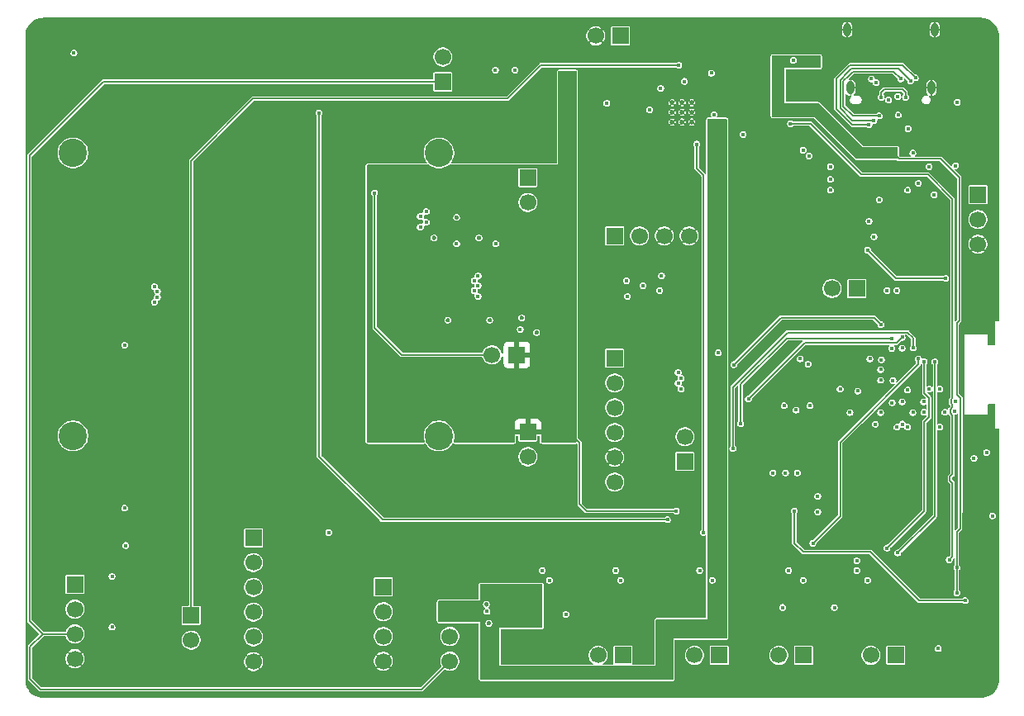
<source format=gbr>
%TF.GenerationSoftware,KiCad,Pcbnew,9.0.6+1*%
%TF.CreationDate,2025-12-31T10:00:21+00:00*%
%TF.ProjectId,ZSWatch-Watch-DevKit,5a535761-7463-4682-9d57-617463682d44,1.2.2*%
%TF.SameCoordinates,Original*%
%TF.FileFunction,Copper,L3,Inr*%
%TF.FilePolarity,Positive*%
%FSLAX46Y46*%
G04 Gerber Fmt 4.6, Leading zero omitted, Abs format (unit mm)*
G04 Created by KiCad (PCBNEW 9.0.6+1) date 2025-12-31 10:00:21*
%MOMM*%
%LPD*%
G01*
G04 APERTURE LIST*
%TA.AperFunction,ComponentPad*%
%ADD10R,1.700000X1.700000*%
%TD*%
%TA.AperFunction,ComponentPad*%
%ADD11C,1.700000*%
%TD*%
%TA.AperFunction,ComponentPad*%
%ADD12C,0.500000*%
%TD*%
%TA.AperFunction,ComponentPad*%
%ADD13C,2.900000*%
%TD*%
%TA.AperFunction,HeatsinkPad*%
%ADD14O,0.800000X1.400000*%
%TD*%
%TA.AperFunction,ViaPad*%
%ADD15C,0.450000*%
%TD*%
%TA.AperFunction,Conductor*%
%ADD16C,0.200000*%
%TD*%
%TA.AperFunction,Conductor*%
%ADD17C,0.170000*%
%TD*%
G04 APERTURE END LIST*
D10*
%TO.N,/Project Architecture/Power Management/VSYS*%
%TO.C,X508*%
X200900000Y-120700000D03*
D11*
%TO.N,Net-(IC505-VDD)*%
X200900000Y-118160000D03*
%TD*%
D12*
%TO.N,GND*%
%TO.C,IC401*%
X224387790Y-122830400D03*
X224387790Y-123830400D03*
X224387790Y-124830400D03*
X225387790Y-122830400D03*
X225387790Y-123830400D03*
X225387790Y-124830400D03*
X226387790Y-122830400D03*
X226387790Y-123830400D03*
X226387790Y-124830400D03*
%TD*%
D10*
%TO.N,/Project Architecture/Peripherals/VMIC*%
%TO.C,X503*%
X175100000Y-175400000D03*
D11*
%TO.N,Net-(MK501-VDD)*%
X175100000Y-177940000D03*
%TD*%
D13*
%TO.N,N/C*%
%TO.C,REF\u002A\u002A*%
X200500000Y-157000000D03*
%TD*%
D10*
%TO.N,+3V0*%
%TO.C,X610*%
X209600000Y-156600000D03*
D11*
%TO.N,Net-(X608-LEDA1)*%
X209600000Y-159140000D03*
%TD*%
D10*
%TO.N,+1V8*%
%TO.C,X403*%
X163200000Y-172220000D03*
D11*
%TO.N,+3V0*%
X163200000Y-174760000D03*
%TO.N,/Project Architecture/Power Management/VSYS*%
X163200000Y-177300000D03*
%TO.N,GND*%
X163200000Y-179840000D03*
%TD*%
D10*
%TO.N,+1V8*%
%TO.C,X504*%
X194800000Y-172490000D03*
D11*
%TO.N,/Project Architecture/MCU/SDA*%
X194800000Y-175030000D03*
%TO.N,/Project Architecture/MCU/SCL*%
X194800000Y-177570000D03*
%TO.N,GND*%
X194800000Y-180110000D03*
%TD*%
D10*
%TO.N,+1V8*%
%TO.C,X606*%
X225700000Y-159640000D03*
D11*
%TO.N,Net-(IC603-VCC)*%
X225700000Y-157100000D03*
%TD*%
D10*
%TO.N,/Project Architecture/Peripherals/VBAT*%
%TO.C,X401*%
X219100000Y-116000000D03*
D11*
%TO.N,GND*%
X216560000Y-116000000D03*
%TD*%
D10*
%TO.N,+1V8*%
%TO.C,X501*%
X229200000Y-179500000D03*
D11*
%TO.N,Net-(IC501-VDD)*%
X226660000Y-179500000D03*
%TD*%
D10*
%TO.N,+1V8*%
%TO.C,X502*%
X181500000Y-167460000D03*
D11*
%TO.N,/Project Architecture/MCU/MCLK*%
X181500000Y-170000000D03*
%TO.N,/Project Architecture/MCU/WS*%
X181500000Y-172540000D03*
%TO.N,/Project Architecture/MCU/Data*%
X181500000Y-175080000D03*
%TO.N,/Project Architecture/MCU/GPIO*%
X181500000Y-177620000D03*
%TO.N,GND*%
X181500000Y-180160000D03*
%TD*%
D10*
%TO.N,+1V8*%
%TO.C,X506*%
X237840000Y-179500000D03*
D11*
%TO.N,Net-(IC503-VDD)*%
X235300000Y-179500000D03*
%TD*%
D10*
%TO.N,+1V8*%
%TO.C,X607*%
X209600000Y-130525000D03*
D11*
%TO.N,Net-(X607-Pin_2)*%
X209600000Y-133065000D03*
%TD*%
D10*
%TO.N,+1V8*%
%TO.C,X505*%
X219340000Y-179500000D03*
D11*
%TO.N,Net-(IC502-VDD)*%
X216800000Y-179500000D03*
%TD*%
D10*
%TO.N,TxD*%
%TO.C,X604*%
X255700000Y-132270000D03*
D11*
%TO.N,RxD*%
X255700000Y-134810000D03*
%TO.N,GND*%
X255700000Y-137350000D03*
%TD*%
D10*
%TO.N,+1V8*%
%TO.C,X507*%
X247300000Y-179500000D03*
D11*
%TO.N,Net-(IC504-VDD)*%
X244760000Y-179500000D03*
%TD*%
D14*
%TO.N,GND*%
%TO.C,X603*%
X251290000Y-115360000D03*
X250930000Y-121310000D03*
X242670000Y-121310000D03*
X242310000Y-115360000D03*
%TD*%
D10*
%TO.N,+3V0*%
%TO.C,X609*%
X208475000Y-148700000D03*
D11*
%TO.N,Net-(X608-CTP-VDD)*%
X205935000Y-148700000D03*
%TD*%
D10*
%TO.N,/Project Architecture/Power Management/VSYS*%
%TO.C,X404*%
X218500000Y-136500000D03*
D11*
X221040000Y-136500000D03*
%TO.N,GND*%
X223580000Y-136500000D03*
X226120000Y-136500000D03*
%TD*%
D13*
%TO.N,N/C*%
%TO.C,REF\u002A\u002A*%
X163000000Y-157000000D03*
%TD*%
%TO.N,N/C*%
%TO.C,REF\u002A\u002A*%
X200500000Y-128000000D03*
%TD*%
D10*
%TO.N,/Project Architecture/Peripherals/VBAT*%
%TO.C,X510*%
X201600000Y-175020000D03*
D11*
%TO.N,Net-(IC507-V_{DD})*%
X201600000Y-177560000D03*
%TO.N,/Project Architecture/Power Management/VSYS*%
X201600000Y-180100000D03*
%TD*%
D10*
%TO.N,Net-(M601B-P0.22)*%
%TO.C,X605*%
X218500000Y-149050000D03*
D11*
%TO.N,Net-(M601B-P0.05{slash}AIN1)*%
X218500000Y-151590000D03*
%TO.N,Net-(M601B-P0.04{slash}AIN0)*%
X218500000Y-154130000D03*
%TO.N,Net-(M601C-P1.14)*%
X218500000Y-156670000D03*
%TO.N,GND*%
X218500000Y-159210000D03*
%TO.N,+1V8*%
X218500000Y-161750000D03*
%TD*%
D13*
%TO.N,N/C*%
%TO.C,REF\u002A\u002A*%
X163000000Y-128000000D03*
%TD*%
D10*
%TO.N,+1V8*%
%TO.C,X602*%
X243300000Y-141900000D03*
D11*
%TO.N,Net-(M601A-VDDH)*%
X240760000Y-141900000D03*
%TD*%
D15*
%TO.N,GND*%
X224100000Y-119600000D03*
X202295000Y-134600000D03*
X219600000Y-173600000D03*
X225700000Y-128380000D03*
X168485000Y-175300000D03*
X165900000Y-173020000D03*
X252900000Y-171625000D03*
X168485000Y-171900000D03*
X230390620Y-122145000D03*
X170700000Y-173575000D03*
X232800000Y-154880000D03*
X205600000Y-176220000D03*
X242800000Y-175200000D03*
X163100000Y-163750000D03*
X236620000Y-175400000D03*
X171347500Y-140700000D03*
X252900000Y-176775000D03*
X211800000Y-174774531D03*
X244600000Y-145825000D03*
X240200000Y-173975000D03*
X248000000Y-149700000D03*
X222063600Y-122063400D03*
X244100000Y-155800000D03*
X220387200Y-126138400D03*
X254000003Y-151800000D03*
X249550000Y-122400000D03*
X243275000Y-134400000D03*
X251700000Y-171500000D03*
X246400000Y-173700000D03*
X246800000Y-126100000D03*
X207800000Y-120120000D03*
X172147500Y-144000000D03*
X210500000Y-146400000D03*
X220793600Y-120819400D03*
X231000000Y-172900000D03*
X230990620Y-122145000D03*
X162025000Y-121325000D03*
X253300000Y-161390000D03*
X244300000Y-122300000D03*
X230479410Y-126138400D03*
X209100000Y-122350000D03*
X188100000Y-163750000D03*
X205700000Y-145137500D03*
X221180000Y-174680000D03*
X234845000Y-173755000D03*
X226200000Y-119800000D03*
X246400000Y-174700000D03*
X219879410Y-126138400D03*
X199987500Y-136700000D03*
X221428600Y-120819400D03*
X204587500Y-136700000D03*
X208980000Y-144900000D03*
X256300000Y-146350003D03*
X216832500Y-175332500D03*
X256300000Y-155150003D03*
X205355000Y-174265000D03*
X201400000Y-145137500D03*
X252900000Y-175125000D03*
X256800000Y-178200000D03*
X237900000Y-162250000D03*
X225700000Y-174200000D03*
X233500000Y-157650000D03*
X251690000Y-175000000D03*
X187025000Y-123400000D03*
%TO.N,/Project Architecture/Peripherals/VBAT*%
X228400000Y-119800000D03*
X228677316Y-124869129D03*
%TO.N,DISPLAY-BLK*%
X208812500Y-146087500D03*
X246881356Y-148023305D03*
%TO.N,QSPI-CS*%
X248500002Y-156100000D03*
X234700000Y-160800000D03*
%TO.N,QSPI-IO1*%
X247974002Y-155800000D03*
X236000000Y-160800000D03*
%TO.N,QSPI-IO2*%
X247400000Y-156100000D03*
X237200000Y-160800000D03*
%TO.N,QSPI-IO0*%
X238500000Y-153900000D03*
X246913051Y-153593475D03*
%TO.N,QSPI-CLK*%
X249044952Y-154600003D03*
X237081000Y-154351000D03*
%TO.N,QSPI-IO3*%
X247944949Y-153499999D03*
X235860000Y-153900000D03*
%TO.N,TOUCH-INT*%
X225000000Y-151600000D03*
X245750000Y-151294951D03*
%TO.N,TOUCH-SCL*%
X225300000Y-151100000D03*
X247000000Y-151325003D03*
%TO.N,TOUCH-SDA*%
X245744949Y-150200001D03*
X225000000Y-150500000D03*
%TO.N,TOUCH-RST*%
X229100000Y-148500000D03*
X247944951Y-148000000D03*
%TO.N,TOUCH-EN*%
X202295000Y-137300000D03*
X241600000Y-152200000D03*
X225300000Y-152200000D03*
X206300000Y-137300000D03*
%TO.N,RESETn*%
X244400000Y-137950000D03*
X253418644Y-153476695D03*
X252400000Y-140850000D03*
X257200000Y-165200000D03*
%TO.N,DISPLAY-CS*%
X204100000Y-141100000D03*
X219700000Y-141100000D03*
X243400000Y-152400000D03*
%TO.N,DISPLAY-CLK*%
X221400000Y-141600000D03*
X245200000Y-155800000D03*
X204500000Y-141600000D03*
%TO.N,+3V0*%
X224800000Y-164700000D03*
X208100000Y-139800000D03*
X236900000Y-164700000D03*
X199362500Y-139200000D03*
X254400000Y-173900000D03*
X213400000Y-119900000D03*
X193800000Y-151300000D03*
X213700000Y-122900000D03*
%TO.N,/Project Architecture/Power Management/VSYS*%
X228679410Y-124076400D03*
X225637790Y-120662210D03*
X222079410Y-123580400D03*
X231646620Y-126100000D03*
X236500000Y-125000000D03*
X252769644Y-169700000D03*
%TO.N,DISPLAY-DC*%
X219800000Y-142700000D03*
X242600000Y-154600000D03*
X204500000Y-142700000D03*
%TO.N,DISPLAY-RST*%
X223300000Y-140600000D03*
X204500000Y-140600000D03*
%TO.N,DISPLAY-DATA*%
X204100000Y-142100000D03*
X245744950Y-154600001D03*
X223100000Y-142100000D03*
%TO.N,/Project Architecture/MCU/PMIC-INT*%
X250700000Y-129400000D03*
X240600000Y-129400000D03*
%TO.N,/Project Architecture/MCU/USB-CC1*%
X236800000Y-118500000D03*
X247548187Y-124100000D03*
%TO.N,/Project Architecture/MCU/SW2*%
X227600000Y-166900000D03*
X189200000Y-166900000D03*
X226900000Y-127100000D03*
%TO.N,/Project Architecture/MCU/SDA*%
X236312500Y-170800000D03*
X251800000Y-152200000D03*
X243300000Y-170800000D03*
X227200000Y-170800000D03*
X238400000Y-128300000D03*
X218600000Y-170800000D03*
X211075000Y-170800000D03*
%TO.N,/Project Architecture/MCU/SCL*%
X244400000Y-171800000D03*
X211800000Y-171800000D03*
X237812500Y-171800000D03*
X250700000Y-152200000D03*
X228500000Y-171800000D03*
X219100000Y-171800000D03*
X237800000Y-127700000D03*
%TO.N,/Project Architecture/MCU/~{RTC-INT}*%
X205420000Y-175000000D03*
X213500000Y-175300000D03*
%TO.N,SWDCLK*%
X256600000Y-158700000D03*
X253325000Y-154475000D03*
%TO.N,SWDIO*%
X252318644Y-154576695D03*
X255300000Y-159300000D03*
%TO.N,/Project Architecture/MCU/BMI270-INT*%
X239300000Y-163200000D03*
X239300000Y-164800000D03*
%TO.N,/Project Architecture/MCU/LIS2MDL-INT*%
X248500000Y-152300000D03*
X235700000Y-174600000D03*
X241000000Y-174600000D03*
%TO.N,/Project Architecture/MCU/VIB-PWM*%
X240600000Y-130700000D03*
X249600000Y-131100000D03*
%TO.N,USB-D-*%
X247400000Y-142100000D03*
X246400000Y-142100000D03*
%TO.N,/Project Architecture/MCU/VIB-EN*%
X240600000Y-131800000D03*
X248500000Y-131800000D03*
%TO.N,TxD*%
X251226000Y-132270000D03*
%TO.N,/Project Architecture/MCU/D-*%
X247500000Y-122200000D03*
X246550000Y-122565184D03*
%TO.N,/Project Architecture/MCU/USB-VBUS-In*%
X251650000Y-178800000D03*
X235112500Y-122987500D03*
X239100000Y-118775000D03*
X253550000Y-173100000D03*
X253550000Y-170500000D03*
X247000000Y-128000000D03*
%TO.N,RxD*%
X253412500Y-129300000D03*
%TO.N,/Project Architecture/MCU/SW1*%
X188200000Y-123900000D03*
X223900000Y-165600000D03*
X250150000Y-153505049D03*
%TO.N,/Project Architecture/MCU/Data*%
X247500000Y-169000000D03*
X251300000Y-149400000D03*
%TO.N,/Project Architecture/MCU/SW4*%
X250181356Y-154576695D03*
X168300000Y-164400000D03*
X168300000Y-147700000D03*
X163100000Y-117750000D03*
%TO.N,/Project Architecture/MCU/SW3*%
X251800000Y-156100000D03*
X168400000Y-168250000D03*
%TO.N,/Project Architecture/MCU/MIC-CLK*%
X238300000Y-149650000D03*
X245813051Y-149193475D03*
%TO.N,/Project Architecture/MCU/WS*%
X246400000Y-168500000D03*
X250200000Y-149400000D03*
%TO.N,/Project Architecture/MCU/MIC-DATA*%
X244644950Y-149100001D03*
X167000000Y-176600000D03*
X167000000Y-171400000D03*
X237500000Y-149100000D03*
%TO.N,/Project Architecture/MCU/MCLK*%
X238800000Y-168000000D03*
X249600000Y-149100000D03*
%TO.N,Net-(IC604-B1)*%
X171347500Y-143300000D03*
X198587500Y-135600000D03*
%TO.N,Net-(IC604-B3)*%
X171647500Y-142200000D03*
X198587500Y-134500000D03*
%TO.N,Net-(IC604-B2)*%
X171647500Y-142800000D03*
X199187500Y-135100000D03*
%TO.N,Net-(IC604-B4)*%
X171347500Y-141700000D03*
X199187500Y-134000000D03*
%TO.N,Net-(M601C-P1.14)*%
X249081356Y-147976695D03*
X230600000Y-158300000D03*
%TO.N,Net-(M601B-P0.05{slash}AIN1)*%
X247944950Y-146900001D03*
X232200000Y-153220000D03*
%TO.N,Net-(M601B-P0.04{slash}AIN0)*%
X246913051Y-146993475D03*
X231400000Y-155760000D03*
%TO.N,Net-(M601B-P0.22)*%
X245774000Y-145600000D03*
X230700000Y-149700000D03*
%TO.N,Net-(X608-CTP-VDD)*%
X193900000Y-132100000D03*
%TO.N,Net-(IC505-VDD)*%
X206275000Y-119500000D03*
X208280000Y-119500000D03*
%TO.N,Net-(IC401-VOUT2)*%
X223206600Y-121380400D03*
X217697000Y-122900000D03*
%TO.N,/Project Architecture/Peripherals/VMIC*%
X225060000Y-119000000D03*
%TO.N,/Project Architecture/MCU/GPIO*%
X243300000Y-169800000D03*
%TO.N,Net-(JP601-A)*%
X245050000Y-124650000D03*
X248800000Y-120600000D03*
X245050000Y-136575000D03*
%TO.N,Net-(JP602-A)*%
X249300000Y-120300000D03*
X244550000Y-135000000D03*
X244550000Y-125100000D03*
%TO.N,Net-(JP603-A)*%
X245600000Y-132800000D03*
X247800000Y-120400000D03*
X245600000Y-124200000D03*
%TO.N,Net-(JP604-A)*%
X248550000Y-125500000D03*
X245300000Y-120800000D03*
%TO.N,Net-(JP605-A)*%
X249050000Y-128000000D03*
X244800000Y-120400000D03*
X253600000Y-122800000D03*
%TO.N,Net-(R603-Pad1)*%
X248300000Y-122300000D03*
X245800000Y-122300000D03*
%TD*%
D16*
%TO.N,RESETn*%
X247300000Y-140850000D02*
X244400000Y-137950000D01*
X252400000Y-140850000D02*
X247300000Y-140850000D01*
%TO.N,+3V0*%
X237800000Y-168900000D02*
X244700000Y-168900000D01*
X236900000Y-168000000D02*
X237800000Y-168900000D01*
X254400000Y-173900000D02*
X249700000Y-173900000D01*
X214900000Y-164000000D02*
X214900000Y-157700000D01*
X215600000Y-164700000D02*
X214900000Y-164000000D01*
X214900000Y-157700000D02*
X213825000Y-156625000D01*
X249700000Y-173900000D02*
X244700000Y-168900000D01*
X224800000Y-164700000D02*
X215600000Y-164700000D01*
X213825000Y-156625000D02*
X212000000Y-156625000D01*
X236900000Y-164700000D02*
X236900000Y-168000000D01*
%TO.N,/Project Architecture/Power Management/VSYS*%
X253100000Y-160952189D02*
X252849000Y-161203189D01*
X252849000Y-161576811D02*
X253100000Y-161827811D01*
X252967644Y-153289884D02*
X252967644Y-153663506D01*
X163200000Y-177300000D02*
X159900000Y-177300000D01*
X252874000Y-154661811D02*
X253100000Y-154887811D01*
X252967644Y-153663506D02*
X253100000Y-153795862D01*
X159900000Y-177300000D02*
X158600000Y-178600000D01*
X198700000Y-183000000D02*
X201600000Y-180100000D01*
X253100000Y-154062189D02*
X252874000Y-154288189D01*
X236500000Y-125000000D02*
X238549000Y-125000000D01*
X166100000Y-120700000D02*
X200900000Y-120700000D01*
X158600000Y-178600000D02*
X158600000Y-181900000D01*
X253100000Y-132730356D02*
X253100000Y-153157528D01*
X243749000Y-130200000D02*
X250569644Y-130200000D01*
X159900000Y-177300000D02*
X158551000Y-175951000D01*
X158600000Y-181900000D02*
X159700000Y-183000000D01*
X250569644Y-130200000D02*
X253100000Y-132730356D01*
X253100000Y-161827811D02*
X253100000Y-169369644D01*
X253100000Y-153157528D02*
X252967644Y-153289884D01*
X253100000Y-169369644D02*
X252769644Y-169700000D01*
X253100000Y-154887811D02*
X253100000Y-160952189D01*
X252849000Y-161203189D02*
X252849000Y-161576811D01*
X238549000Y-125000000D02*
X243749000Y-130200000D01*
X253100000Y-153795862D02*
X253100000Y-154062189D01*
X158551000Y-175951000D02*
X158551000Y-128249000D01*
X252874000Y-154288189D02*
X252874000Y-154661811D01*
X159700000Y-183000000D02*
X198700000Y-183000000D01*
X158551000Y-128249000D02*
X166100000Y-120700000D01*
%TO.N,/Project Architecture/MCU/SW2*%
X227600000Y-130300000D02*
X226900000Y-129600000D01*
X227600000Y-166900000D02*
X227600000Y-130300000D01*
X226900000Y-129600000D02*
X226900000Y-127100000D01*
D17*
%TO.N,/Project Architecture/MCU/USB-VBUS-In*%
X253550000Y-173100000D02*
X253550000Y-170500000D01*
D16*
X251900000Y-128600000D02*
X253800000Y-130500000D01*
X253549003Y-145450997D02*
X253549003Y-152748502D01*
X247069451Y-128069451D02*
X247073544Y-128069451D01*
X253549003Y-152748502D02*
X253900000Y-153099499D01*
X247000000Y-128000000D02*
X247069451Y-128069451D01*
X253800000Y-145200000D02*
X253549003Y-145450997D01*
X247073544Y-128069451D02*
X247604093Y-128600000D01*
D17*
X253550000Y-170500000D02*
X253550000Y-166850000D01*
X253900000Y-166500000D02*
X253900000Y-164800000D01*
D16*
X247604093Y-128600000D02*
X251900000Y-128600000D01*
X253800000Y-130500000D02*
X253800000Y-145200000D01*
D17*
X253550000Y-166850000D02*
X253900000Y-166500000D01*
D16*
X253900000Y-153099499D02*
X253900000Y-164800000D01*
%TO.N,/Project Architecture/MCU/SW1*%
X223900000Y-165600000D02*
X194700000Y-165600000D01*
X194700000Y-165600000D02*
X188200000Y-159100000D01*
X188200000Y-159100000D02*
X188200000Y-123900000D01*
%TO.N,/Project Architecture/MCU/Data*%
X251300000Y-165200000D02*
X247500000Y-169000000D01*
X251300000Y-149400000D02*
X251300000Y-165200000D01*
%TO.N,/Project Architecture/MCU/WS*%
X250200000Y-164700000D02*
X246400000Y-168500000D01*
X250700000Y-155100000D02*
X250200000Y-155600000D01*
X250200000Y-152600000D02*
X250700000Y-153100000D01*
X250200000Y-149400000D02*
X250200000Y-152600000D01*
X250200000Y-155600000D02*
X250200000Y-164700000D01*
X250700000Y-153100000D02*
X250700000Y-155100000D01*
%TO.N,/Project Architecture/MCU/MCLK*%
X249600000Y-149662189D02*
X241600000Y-157662189D01*
X249600000Y-149100000D02*
X249600000Y-149662189D01*
X241600000Y-165200000D02*
X238800000Y-168000000D01*
X241600000Y-157662189D02*
X241600000Y-165200000D01*
%TO.N,Net-(M601C-P1.14)*%
X249081356Y-146981356D02*
X249081356Y-147976695D01*
X248500000Y-146400000D02*
X249081356Y-146981356D01*
X230600000Y-158300000D02*
X230600000Y-152000000D01*
X230600000Y-152000000D02*
X236200000Y-146400000D01*
X236200000Y-146400000D02*
X248500000Y-146400000D01*
%TO.N,Net-(M601B-P0.05{slash}AIN1)*%
X237955525Y-147444475D02*
X247400476Y-147444475D01*
X232200000Y-153200000D02*
X237955525Y-147444475D01*
X232200000Y-153220000D02*
X232200000Y-153200000D01*
X247400476Y-147444475D02*
X247944950Y-146900001D01*
%TO.N,Net-(M601B-P0.04{slash}AIN0)*%
X231400000Y-151700000D02*
X236106525Y-146993475D01*
X236106525Y-146993475D02*
X246913051Y-146993475D01*
X231400000Y-155760000D02*
X231400000Y-151700000D01*
%TO.N,Net-(M601B-P0.22)*%
X245074000Y-144900000D02*
X245774000Y-145600000D01*
X230700000Y-149700000D02*
X235500000Y-144900000D01*
X235500000Y-144900000D02*
X245074000Y-144900000D01*
%TO.N,Net-(X608-CTP-VDD)*%
X196700000Y-148700000D02*
X193900000Y-145900000D01*
X205935000Y-148700000D02*
X196700000Y-148700000D01*
X193900000Y-145900000D02*
X193900000Y-132100000D01*
%TO.N,/Project Architecture/Peripherals/VMIC*%
X210900000Y-119000000D02*
X207471094Y-122428906D01*
X181471094Y-122428906D02*
X175100000Y-128800000D01*
X175100000Y-128800000D02*
X175100000Y-175400000D01*
X225060000Y-119000000D02*
X210900000Y-119000000D01*
X207471094Y-122428906D02*
X181471094Y-122428906D01*
%TO.N,Net-(JP601-A)*%
X244736811Y-124649000D02*
X244363189Y-124649000D01*
X241600000Y-120488966D02*
X242314966Y-119774000D01*
X244363189Y-124649000D02*
X244362189Y-124650000D01*
X247526000Y-119326000D02*
X248800000Y-120600000D01*
X244362189Y-124650000D02*
X242850000Y-124650000D01*
X244737811Y-124650000D02*
X244736811Y-124649000D01*
X242326000Y-119774000D02*
X242774000Y-119326000D01*
X242850000Y-124650000D02*
X241600000Y-123400000D01*
X242774000Y-119326000D02*
X247526000Y-119326000D01*
X241600000Y-123400000D02*
X241600000Y-120488966D01*
X242314966Y-119774000D02*
X242326000Y-119774000D01*
X245050000Y-124650000D02*
X244737811Y-124650000D01*
%TO.N,Net-(JP602-A)*%
X244550000Y-125100000D02*
X242838966Y-125100000D01*
X241200000Y-123461034D02*
X241200000Y-120400000D01*
X241200000Y-120400000D02*
X242600000Y-119000000D01*
X242838966Y-125100000D02*
X241200000Y-123461034D01*
X248000000Y-119000000D02*
X249300000Y-120300000D01*
X242600000Y-119000000D02*
X248000000Y-119000000D01*
%TO.N,Net-(JP603-A)*%
X242461034Y-120100000D02*
X242909034Y-119652000D01*
X245236811Y-124199000D02*
X244863189Y-124199000D01*
X244863189Y-124199000D02*
X244862189Y-124200000D01*
X242926000Y-124200000D02*
X241926000Y-123200000D01*
X241926000Y-120624000D02*
X242450000Y-120100000D01*
X245237811Y-124200000D02*
X245236811Y-124199000D01*
X242909034Y-119652000D02*
X247052000Y-119652000D01*
X242450000Y-120100000D02*
X242461034Y-120100000D01*
X244862189Y-124200000D02*
X242926000Y-124200000D01*
X245600000Y-124200000D02*
X245237811Y-124200000D01*
X241926000Y-123200000D02*
X241926000Y-120624000D01*
X247052000Y-119652000D02*
X247800000Y-120400000D01*
%TO.N,Net-(R603-Pad1)*%
X245800000Y-122300000D02*
X245800000Y-121800000D01*
X248000000Y-121500000D02*
X248300000Y-121800000D01*
X246100000Y-121500000D02*
X248000000Y-121500000D01*
X248300000Y-121800000D02*
X248300000Y-122300000D01*
X245800000Y-121800000D02*
X246100000Y-121500000D01*
%TD*%
%TA.AperFunction,Conductor*%
%TO.N,+3V0*%
G36*
X214581987Y-119618013D02*
G01*
X214600000Y-119661500D01*
X214600000Y-129200000D01*
X212700000Y-129200000D01*
X212700000Y-119661500D01*
X212718013Y-119618013D01*
X212761500Y-119600000D01*
X214538500Y-119600000D01*
X214581987Y-119618013D01*
G37*
%TD.AperFunction*%
%TD*%
%TA.AperFunction,Conductor*%
%TO.N,/Project Architecture/Peripherals/VBAT*%
G36*
X228000000Y-177800000D02*
G01*
X224500000Y-177800000D01*
X224500000Y-180600000D01*
X222700000Y-180600000D01*
X222700000Y-175924000D01*
X222719685Y-175856961D01*
X222772489Y-175811206D01*
X222824000Y-175800000D01*
X228000000Y-175800000D01*
X228000000Y-177800000D01*
G37*
%TD.AperFunction*%
%TD*%
%TA.AperFunction,Conductor*%
%TO.N,/Project Architecture/Peripherals/VBAT*%
G36*
X224500000Y-181938500D02*
G01*
X224481987Y-181981987D01*
X224438500Y-182000000D01*
X204761500Y-182000000D01*
X204718013Y-181981987D01*
X204700000Y-181938500D01*
X204700000Y-180600000D01*
X224500000Y-180600000D01*
X224500000Y-181938500D01*
G37*
%TD.AperFunction*%
%TD*%
%TA.AperFunction,Conductor*%
%TO.N,GND*%
G36*
X205636780Y-176002095D02*
G01*
X205649485Y-176005499D01*
X205677101Y-176012898D01*
X205691928Y-176019040D01*
X205728070Y-176039907D01*
X205740802Y-176049677D01*
X205770319Y-176079194D01*
X205780092Y-176091931D01*
X205800959Y-176128073D01*
X205807103Y-176142904D01*
X205812055Y-176161383D01*
X205813231Y-176165774D01*
X205817904Y-176183210D01*
X205820000Y-176199129D01*
X205820000Y-176240867D01*
X205817904Y-176256784D01*
X205817904Y-176256786D01*
X205807102Y-176297096D01*
X205800958Y-176311927D01*
X205780090Y-176348071D01*
X205770317Y-176360808D01*
X205740810Y-176390315D01*
X205728073Y-176400088D01*
X205691924Y-176420959D01*
X205677093Y-176427103D01*
X205646990Y-176435169D01*
X205636786Y-176437904D01*
X205620869Y-176440000D01*
X205579131Y-176440000D01*
X205563214Y-176437904D01*
X205550630Y-176434532D01*
X205522905Y-176427103D01*
X205508075Y-176420961D01*
X205471927Y-176400090D01*
X205459194Y-176390319D01*
X205429676Y-176360800D01*
X205419907Y-176348070D01*
X205399036Y-176311923D01*
X205392896Y-176297098D01*
X205386090Y-176271696D01*
X205382095Y-176256784D01*
X205380000Y-176240868D01*
X205380000Y-176199130D01*
X205382095Y-176183214D01*
X205392896Y-176142901D01*
X205399039Y-176128071D01*
X205419909Y-176091922D01*
X205429677Y-176079194D01*
X205459193Y-176049677D01*
X205471921Y-176039910D01*
X205508074Y-176019037D01*
X205522904Y-176012894D01*
X205540714Y-176008122D01*
X205563214Y-176002095D01*
X205579129Y-176000000D01*
X205620864Y-176000000D01*
X205636780Y-176002095D01*
G37*
%TD.AperFunction*%
%TA.AperFunction,Conductor*%
G36*
X205391780Y-174047095D02*
G01*
X205406442Y-174051023D01*
X205432101Y-174057898D01*
X205446928Y-174064040D01*
X205483070Y-174084907D01*
X205495802Y-174094677D01*
X205525319Y-174124194D01*
X205535092Y-174136931D01*
X205555959Y-174173073D01*
X205562103Y-174187904D01*
X205572476Y-174226615D01*
X205572904Y-174228210D01*
X205575000Y-174244129D01*
X205575000Y-174285867D01*
X205572904Y-174301784D01*
X205572904Y-174301786D01*
X205562102Y-174342096D01*
X205555958Y-174356927D01*
X205535090Y-174393071D01*
X205525317Y-174405808D01*
X205495811Y-174435314D01*
X205483082Y-174445083D01*
X205477489Y-174448312D01*
X205439220Y-174481865D01*
X205421185Y-174505358D01*
X205401534Y-174516697D01*
X205380428Y-174528881D01*
X205380422Y-174528879D01*
X205380416Y-174528883D01*
X205334962Y-174516697D01*
X205301434Y-174490968D01*
X205298323Y-174486311D01*
X205289876Y-174481434D01*
X205288567Y-174480560D01*
X205288251Y-174480497D01*
X205284962Y-174478598D01*
X205284963Y-174478598D01*
X205226928Y-174445091D01*
X205214194Y-174435319D01*
X205184676Y-174405800D01*
X205174907Y-174393070D01*
X205154036Y-174356923D01*
X205147896Y-174342098D01*
X205141090Y-174316696D01*
X205137095Y-174301784D01*
X205135000Y-174285868D01*
X205135000Y-174244130D01*
X205137095Y-174228214D01*
X205147896Y-174187901D01*
X205154039Y-174173071D01*
X205174909Y-174136922D01*
X205184677Y-174124194D01*
X205214193Y-174094677D01*
X205226921Y-174084910D01*
X205263074Y-174064037D01*
X205277904Y-174057894D01*
X205295714Y-174053122D01*
X205318214Y-174047095D01*
X205334129Y-174045000D01*
X205375864Y-174045000D01*
X205391780Y-174047095D01*
G37*
%TD.AperFunction*%
%TA.AperFunction,Conductor*%
G36*
X253656487Y-154726168D02*
G01*
X253674500Y-154769655D01*
X253674500Y-164844854D01*
X253674501Y-164844860D01*
X253684818Y-164869767D01*
X253689500Y-164893302D01*
X253689500Y-166387334D01*
X253671487Y-166430821D01*
X253430487Y-166671821D01*
X253387000Y-166689834D01*
X253343513Y-166671821D01*
X253325500Y-166628334D01*
X253325500Y-161879831D01*
X253325501Y-161879822D01*
X253325501Y-161782957D01*
X253325500Y-161782953D01*
X253295852Y-161711379D01*
X253295852Y-161711377D01*
X253291170Y-161700075D01*
X253224238Y-161633142D01*
X253224223Y-161633129D01*
X253092513Y-161501419D01*
X253074500Y-161457932D01*
X253074500Y-161322067D01*
X253092512Y-161278581D01*
X253219085Y-161152007D01*
X253219088Y-161152006D01*
X253227735Y-161143359D01*
X253227736Y-161143359D01*
X253291170Y-161079925D01*
X253317975Y-161015212D01*
X253325501Y-160997043D01*
X253325501Y-160907334D01*
X253325501Y-160902383D01*
X253325500Y-160902369D01*
X253325500Y-154884921D01*
X253343513Y-154841434D01*
X253371083Y-154825517D01*
X253460281Y-154801616D01*
X253460281Y-154801615D01*
X253460288Y-154801614D01*
X253540212Y-154755469D01*
X253569513Y-154726168D01*
X253613000Y-154708155D01*
X253656487Y-154726168D01*
G37*
%TD.AperFunction*%
%TA.AperFunction,Conductor*%
G36*
X210536782Y-146182094D02*
G01*
X210577098Y-146192896D01*
X210591922Y-146199037D01*
X210623314Y-146217161D01*
X210628067Y-146219906D01*
X210640802Y-146229678D01*
X210670319Y-146259194D01*
X210680094Y-146271932D01*
X210700960Y-146308073D01*
X210707103Y-146322905D01*
X210717904Y-146363212D01*
X210720000Y-146379130D01*
X210720000Y-146420868D01*
X210717904Y-146436787D01*
X210707103Y-146477093D01*
X210700959Y-146491924D01*
X210680088Y-146528073D01*
X210670315Y-146540810D01*
X210640810Y-146570315D01*
X210628073Y-146580088D01*
X210591924Y-146600959D01*
X210577093Y-146607103D01*
X210546127Y-146615400D01*
X210536785Y-146617904D01*
X210520868Y-146620000D01*
X210479138Y-146620000D01*
X210463220Y-146617904D01*
X210422896Y-146607099D01*
X210408064Y-146600955D01*
X210371934Y-146580095D01*
X210359196Y-146570321D01*
X210329676Y-146540800D01*
X210319904Y-146528065D01*
X210299042Y-146491933D01*
X210292897Y-146477098D01*
X210282095Y-146436780D01*
X210280000Y-146420864D01*
X210280000Y-146379129D01*
X210282093Y-146363220D01*
X210292899Y-146322893D01*
X210299038Y-146308073D01*
X210319910Y-146271921D01*
X210329677Y-146259193D01*
X210359193Y-146229677D01*
X210371921Y-146219910D01*
X210408071Y-146199038D01*
X210422896Y-146192898D01*
X210441594Y-146187888D01*
X210463219Y-146182095D01*
X210479134Y-146180000D01*
X210520871Y-146180000D01*
X210536782Y-146182094D01*
G37*
%TD.AperFunction*%
%TA.AperFunction,Conductor*%
G36*
X201436782Y-144919594D02*
G01*
X201477098Y-144930396D01*
X201491922Y-144936537D01*
X201492355Y-144936787D01*
X201528067Y-144957406D01*
X201540802Y-144967178D01*
X201570319Y-144996694D01*
X201580094Y-145009432D01*
X201600960Y-145045573D01*
X201607102Y-145060404D01*
X201617903Y-145100711D01*
X201617904Y-145100712D01*
X201620000Y-145116630D01*
X201620000Y-145158368D01*
X201617904Y-145174285D01*
X201617904Y-145174287D01*
X201607103Y-145214593D01*
X201600959Y-145229424D01*
X201580088Y-145265573D01*
X201570315Y-145278310D01*
X201540810Y-145307815D01*
X201528073Y-145317588D01*
X201491924Y-145338459D01*
X201477093Y-145344603D01*
X201446127Y-145352900D01*
X201436785Y-145355404D01*
X201420868Y-145357500D01*
X201379138Y-145357500D01*
X201363220Y-145355404D01*
X201322896Y-145344599D01*
X201308064Y-145338455D01*
X201271934Y-145317595D01*
X201259197Y-145307822D01*
X201229677Y-145278302D01*
X201219904Y-145265565D01*
X201199041Y-145229430D01*
X201192900Y-145214607D01*
X201182094Y-145174278D01*
X201180000Y-145158368D01*
X201180000Y-145116629D01*
X201182093Y-145100720D01*
X201192899Y-145060393D01*
X201199038Y-145045573D01*
X201219910Y-145009421D01*
X201229679Y-144996692D01*
X201259193Y-144967177D01*
X201271921Y-144957410D01*
X201308071Y-144936538D01*
X201322896Y-144930398D01*
X201341594Y-144925388D01*
X201363219Y-144919595D01*
X201379134Y-144917500D01*
X201420871Y-144917500D01*
X201436782Y-144919594D01*
G37*
%TD.AperFunction*%
%TA.AperFunction,Conductor*%
G36*
X205736781Y-144919594D02*
G01*
X205777099Y-144930397D01*
X205791919Y-144936535D01*
X205828068Y-144957406D01*
X205840799Y-144967175D01*
X205870317Y-144996692D01*
X205880091Y-145009430D01*
X205900959Y-145045574D01*
X205907103Y-145060405D01*
X205917904Y-145100711D01*
X205920000Y-145116630D01*
X205920000Y-145158368D01*
X205917904Y-145174287D01*
X205907103Y-145214593D01*
X205900959Y-145229424D01*
X205880088Y-145265573D01*
X205870315Y-145278310D01*
X205840810Y-145307815D01*
X205828073Y-145317588D01*
X205791924Y-145338459D01*
X205777093Y-145344603D01*
X205746127Y-145352900D01*
X205736785Y-145355404D01*
X205720868Y-145357500D01*
X205679138Y-145357500D01*
X205663220Y-145355404D01*
X205622896Y-145344599D01*
X205608064Y-145338455D01*
X205571934Y-145317595D01*
X205559197Y-145307822D01*
X205529677Y-145278302D01*
X205519904Y-145265565D01*
X205499041Y-145229430D01*
X205492900Y-145214607D01*
X205482094Y-145174278D01*
X205480000Y-145158368D01*
X205480000Y-145116629D01*
X205482093Y-145100720D01*
X205492899Y-145060393D01*
X205499038Y-145045573D01*
X205519910Y-145009421D01*
X205529679Y-144996692D01*
X205559193Y-144967177D01*
X205571921Y-144957410D01*
X205608071Y-144936538D01*
X205622896Y-144930398D01*
X205641594Y-144925388D01*
X205663219Y-144919595D01*
X205679134Y-144917500D01*
X205720871Y-144917500D01*
X205736781Y-144919594D01*
G37*
%TD.AperFunction*%
%TA.AperFunction,Conductor*%
G36*
X209016782Y-144682094D02*
G01*
X209057098Y-144692896D01*
X209071922Y-144699037D01*
X209103314Y-144717161D01*
X209108067Y-144719906D01*
X209120802Y-144729678D01*
X209150319Y-144759194D01*
X209160094Y-144771932D01*
X209180960Y-144808073D01*
X209187103Y-144822905D01*
X209197904Y-144863212D01*
X209200000Y-144879130D01*
X209200000Y-144920868D01*
X209197904Y-144936787D01*
X209187103Y-144977093D01*
X209180959Y-144991924D01*
X209160088Y-145028073D01*
X209150315Y-145040810D01*
X209120810Y-145070315D01*
X209108073Y-145080088D01*
X209071924Y-145100959D01*
X209057093Y-145107103D01*
X209026127Y-145115400D01*
X209016785Y-145117904D01*
X209000868Y-145120000D01*
X208959138Y-145120000D01*
X208943220Y-145117904D01*
X208902896Y-145107099D01*
X208888064Y-145100955D01*
X208851934Y-145080095D01*
X208839196Y-145070321D01*
X208809678Y-145040802D01*
X208799906Y-145028067D01*
X208797883Y-145024563D01*
X208779039Y-144991926D01*
X208772896Y-144977095D01*
X208772895Y-144977093D01*
X208767620Y-144957402D01*
X208762095Y-144936781D01*
X208760000Y-144920865D01*
X208760000Y-144879129D01*
X208762093Y-144863220D01*
X208772899Y-144822893D01*
X208779038Y-144808073D01*
X208799910Y-144771921D01*
X208809677Y-144759193D01*
X208839193Y-144729677D01*
X208851921Y-144719910D01*
X208888071Y-144699038D01*
X208902896Y-144692898D01*
X208921594Y-144687888D01*
X208943219Y-144682095D01*
X208959134Y-144680000D01*
X209000871Y-144680000D01*
X209016782Y-144682094D01*
G37*
%TD.AperFunction*%
%TA.AperFunction,Conductor*%
G36*
X200024282Y-136482094D02*
G01*
X200064598Y-136492896D01*
X200079422Y-136499037D01*
X200081088Y-136499999D01*
X200115567Y-136519906D01*
X200128302Y-136529678D01*
X200157819Y-136559194D01*
X200167593Y-136571931D01*
X200179566Y-136592669D01*
X200188460Y-136608073D01*
X200194603Y-136622905D01*
X200205404Y-136663212D01*
X200207500Y-136679130D01*
X200207500Y-136720868D01*
X200205404Y-136736787D01*
X200194603Y-136777093D01*
X200188459Y-136791924D01*
X200167588Y-136828073D01*
X200157815Y-136840810D01*
X200128310Y-136870315D01*
X200115573Y-136880088D01*
X200079424Y-136900959D01*
X200064593Y-136907103D01*
X200033627Y-136915400D01*
X200024285Y-136917904D01*
X200008368Y-136920000D01*
X199966638Y-136920000D01*
X199950720Y-136917904D01*
X199910396Y-136907099D01*
X199895564Y-136900955D01*
X199859434Y-136880095D01*
X199846696Y-136870321D01*
X199817176Y-136840800D01*
X199807404Y-136828065D01*
X199795245Y-136807007D01*
X199786541Y-136791931D01*
X199780397Y-136777098D01*
X199769595Y-136736780D01*
X199767500Y-136720864D01*
X199767500Y-136679129D01*
X199769593Y-136663220D01*
X199780399Y-136622893D01*
X199786538Y-136608073D01*
X199807410Y-136571921D01*
X199817177Y-136559193D01*
X199846693Y-136529677D01*
X199859421Y-136519910D01*
X199895571Y-136499038D01*
X199910396Y-136492898D01*
X199929094Y-136487888D01*
X199950719Y-136482095D01*
X199966634Y-136480000D01*
X200008371Y-136480000D01*
X200024282Y-136482094D01*
G37*
%TD.AperFunction*%
%TA.AperFunction,Conductor*%
G36*
X204624282Y-136482094D02*
G01*
X204664598Y-136492896D01*
X204679422Y-136499037D01*
X204681088Y-136499999D01*
X204715567Y-136519906D01*
X204728302Y-136529678D01*
X204757819Y-136559194D01*
X204767593Y-136571931D01*
X204779566Y-136592669D01*
X204788460Y-136608073D01*
X204794603Y-136622905D01*
X204805404Y-136663212D01*
X204807500Y-136679130D01*
X204807500Y-136720868D01*
X204805404Y-136736787D01*
X204794603Y-136777093D01*
X204788459Y-136791924D01*
X204767588Y-136828073D01*
X204757815Y-136840810D01*
X204728310Y-136870315D01*
X204715573Y-136880088D01*
X204679424Y-136900959D01*
X204664593Y-136907103D01*
X204633627Y-136915400D01*
X204624285Y-136917904D01*
X204608368Y-136920000D01*
X204566638Y-136920000D01*
X204550720Y-136917904D01*
X204510396Y-136907099D01*
X204495564Y-136900955D01*
X204459434Y-136880095D01*
X204446696Y-136870321D01*
X204417176Y-136840800D01*
X204407404Y-136828065D01*
X204395245Y-136807007D01*
X204386541Y-136791931D01*
X204380397Y-136777098D01*
X204369595Y-136736780D01*
X204367500Y-136720864D01*
X204367500Y-136679129D01*
X204369593Y-136663220D01*
X204380399Y-136622893D01*
X204386538Y-136608073D01*
X204407410Y-136571921D01*
X204417177Y-136559193D01*
X204446693Y-136529677D01*
X204459421Y-136519910D01*
X204495571Y-136499038D01*
X204510396Y-136492898D01*
X204529094Y-136487888D01*
X204550719Y-136482095D01*
X204566634Y-136480000D01*
X204608371Y-136480000D01*
X204624282Y-136482094D01*
G37*
%TD.AperFunction*%
%TA.AperFunction,Conductor*%
G36*
X202331782Y-134382094D02*
G01*
X202372098Y-134392896D01*
X202386922Y-134399037D01*
X202418314Y-134417161D01*
X202423067Y-134419906D01*
X202435802Y-134429678D01*
X202465319Y-134459194D01*
X202475094Y-134471932D01*
X202495960Y-134508073D01*
X202502103Y-134522905D01*
X202512904Y-134563212D01*
X202515000Y-134579130D01*
X202515000Y-134620868D01*
X202512904Y-134636787D01*
X202502103Y-134677093D01*
X202495959Y-134691924D01*
X202475088Y-134728073D01*
X202465315Y-134740810D01*
X202435810Y-134770315D01*
X202423073Y-134780088D01*
X202386924Y-134800959D01*
X202372093Y-134807103D01*
X202341127Y-134815400D01*
X202331785Y-134817904D01*
X202315868Y-134820000D01*
X202274138Y-134820000D01*
X202258220Y-134817904D01*
X202217896Y-134807099D01*
X202203064Y-134800955D01*
X202166934Y-134780095D01*
X202154196Y-134770321D01*
X202124676Y-134740800D01*
X202114904Y-134728065D01*
X202109978Y-134719534D01*
X202094039Y-134691928D01*
X202087895Y-134677094D01*
X202077095Y-134636784D01*
X202075000Y-134620868D01*
X202075000Y-134579129D01*
X202077093Y-134563220D01*
X202087899Y-134522893D01*
X202094038Y-134508073D01*
X202114910Y-134471921D01*
X202124677Y-134459193D01*
X202154193Y-134429677D01*
X202166921Y-134419910D01*
X202203071Y-134399038D01*
X202217896Y-134392898D01*
X202236594Y-134387888D01*
X202258219Y-134382095D01*
X202274134Y-134380000D01*
X202315871Y-134380000D01*
X202331782Y-134382094D01*
G37*
%TD.AperFunction*%
%TA.AperFunction,Conductor*%
G36*
X256002013Y-114125631D02*
G01*
X256240652Y-114141273D01*
X256248619Y-114142322D01*
X256481201Y-114188585D01*
X256488970Y-114190666D01*
X256713523Y-114266892D01*
X256720949Y-114269967D01*
X256933647Y-114374858D01*
X256940596Y-114378871D01*
X257137771Y-114510619D01*
X257144153Y-114515516D01*
X257322441Y-114671870D01*
X257328129Y-114677558D01*
X257484483Y-114855846D01*
X257489380Y-114862228D01*
X257606818Y-115037986D01*
X257621123Y-115059394D01*
X257625144Y-115066357D01*
X257660296Y-115137639D01*
X257730030Y-115279047D01*
X257733108Y-115286479D01*
X257809332Y-115511028D01*
X257811414Y-115518799D01*
X257857676Y-115751375D01*
X257858726Y-115759350D01*
X257874368Y-115997985D01*
X257874500Y-116002008D01*
X257874500Y-145188505D01*
X257856487Y-145231992D01*
X257813000Y-145250005D01*
X257499998Y-145250005D01*
X257499998Y-147688505D01*
X257481985Y-147731992D01*
X257438498Y-147750005D01*
X256761498Y-147750005D01*
X256718011Y-147731992D01*
X256699998Y-147688505D01*
X256699998Y-146650005D01*
X254299998Y-146650005D01*
X254299998Y-154850005D01*
X256699998Y-154850005D01*
X256699998Y-153811505D01*
X256718011Y-153768018D01*
X256761498Y-153750005D01*
X257438498Y-153750005D01*
X257481985Y-153768018D01*
X257499998Y-153811505D01*
X257499998Y-156250005D01*
X257813000Y-156250005D01*
X257856487Y-156268018D01*
X257874500Y-156311505D01*
X257874500Y-181997991D01*
X257874368Y-182002014D01*
X257858726Y-182240649D01*
X257857676Y-182248624D01*
X257811414Y-182481200D01*
X257809332Y-182488971D01*
X257733108Y-182713520D01*
X257730030Y-182720952D01*
X257625146Y-182933638D01*
X257621123Y-182940605D01*
X257489380Y-183137771D01*
X257484483Y-183144153D01*
X257328129Y-183322441D01*
X257322441Y-183328129D01*
X257144153Y-183484483D01*
X257137771Y-183489380D01*
X256940605Y-183621123D01*
X256933638Y-183625146D01*
X256720952Y-183730030D01*
X256713520Y-183733108D01*
X256488971Y-183809332D01*
X256481200Y-183811414D01*
X256248624Y-183857676D01*
X256240649Y-183858726D01*
X256027210Y-183872716D01*
X256002012Y-183874368D01*
X255997992Y-183874500D01*
X160002008Y-183874500D01*
X159997987Y-183874368D01*
X159970170Y-183872544D01*
X159759350Y-183858726D01*
X159751375Y-183857676D01*
X159518799Y-183811414D01*
X159511028Y-183809332D01*
X159286479Y-183733108D01*
X159279047Y-183730030D01*
X159169990Y-183676249D01*
X159066357Y-183625144D01*
X159059398Y-183621125D01*
X158862228Y-183489380D01*
X158855846Y-183484483D01*
X158677558Y-183328129D01*
X158671870Y-183322441D01*
X158515516Y-183144153D01*
X158510619Y-183137771D01*
X158503914Y-183127736D01*
X158378871Y-182940596D01*
X158374858Y-182933647D01*
X158269967Y-182720949D01*
X158266891Y-182713520D01*
X158190667Y-182488971D01*
X158188585Y-182481200D01*
X158142323Y-182248624D01*
X158141273Y-182240648D01*
X158134053Y-182130499D01*
X158125632Y-182002013D01*
X158125500Y-181997991D01*
X158125500Y-128204148D01*
X158325499Y-128204148D01*
X158325499Y-128301011D01*
X158325500Y-128301020D01*
X158325500Y-175901180D01*
X158325499Y-175901194D01*
X158325499Y-175995856D01*
X158337778Y-176025498D01*
X158337778Y-176025500D01*
X158337779Y-176025500D01*
X158359830Y-176078736D01*
X158431913Y-176150819D01*
X158431915Y-176150820D01*
X159537607Y-177256512D01*
X159555620Y-177299999D01*
X159537607Y-177343486D01*
X158472265Y-178408829D01*
X158408830Y-178472264D01*
X158408829Y-178472264D01*
X158403771Y-178484477D01*
X158374499Y-178555141D01*
X158374499Y-178652011D01*
X158374500Y-178652020D01*
X158374500Y-181850180D01*
X158374499Y-181850194D01*
X158374499Y-181944858D01*
X158398774Y-182003460D01*
X158408829Y-182027735D01*
X158480913Y-182099819D01*
X158480915Y-182099820D01*
X159505318Y-183124223D01*
X159505331Y-183124238D01*
X159564492Y-183183398D01*
X159572264Y-183191170D01*
X159596539Y-183201225D01*
X159655145Y-183225501D01*
X159655148Y-183225501D01*
X159752012Y-183225501D01*
X159752020Y-183225500D01*
X198647980Y-183225500D01*
X198647988Y-183225501D01*
X198655145Y-183225501D01*
X198744854Y-183225501D01*
X198744855Y-183225501D01*
X198803460Y-183201225D01*
X198827736Y-183191170D01*
X198891170Y-183127736D01*
X198891170Y-183127735D01*
X198899817Y-183119088D01*
X198899818Y-183119085D01*
X201052185Y-180966719D01*
X201095671Y-180948707D01*
X201129837Y-180959072D01*
X201137927Y-180964477D01*
X201315457Y-181038012D01*
X201503918Y-181075499D01*
X201503919Y-181075500D01*
X201503922Y-181075500D01*
X201696081Y-181075500D01*
X201696081Y-181075499D01*
X201884543Y-181038012D01*
X202062073Y-180964477D01*
X202221845Y-180857720D01*
X202357720Y-180721845D01*
X202464477Y-180562073D01*
X202538012Y-180384543D01*
X202575499Y-180196081D01*
X202575500Y-180196081D01*
X202575500Y-180003919D01*
X202575499Y-180003918D01*
X202558211Y-179917007D01*
X202538012Y-179815457D01*
X202464477Y-179637927D01*
X202409462Y-179555592D01*
X202357722Y-179478157D01*
X202221842Y-179342277D01*
X202062078Y-179235526D01*
X202062076Y-179235525D01*
X202062073Y-179235523D01*
X201939293Y-179184666D01*
X201884544Y-179161988D01*
X201884537Y-179161986D01*
X201696081Y-179124500D01*
X201696078Y-179124500D01*
X201503922Y-179124500D01*
X201503919Y-179124500D01*
X201315462Y-179161986D01*
X201315455Y-179161988D01*
X201236328Y-179194764D01*
X201137927Y-179235523D01*
X201137924Y-179235524D01*
X201137921Y-179235526D01*
X200978157Y-179342277D01*
X200842277Y-179478157D01*
X200735526Y-179637921D01*
X200735524Y-179637924D01*
X200735523Y-179637927D01*
X200726380Y-179660000D01*
X200661988Y-179815455D01*
X200661986Y-179815462D01*
X200624500Y-180003918D01*
X200624500Y-180196081D01*
X200661986Y-180384537D01*
X200661988Y-180384544D01*
X200696689Y-180468319D01*
X200734705Y-180560099D01*
X200735524Y-180562075D01*
X200735528Y-180562082D01*
X200740926Y-180570160D01*
X200750109Y-180616325D01*
X200733278Y-180647814D01*
X198624608Y-182756487D01*
X198581121Y-182774500D01*
X159818879Y-182774500D01*
X159775392Y-182756487D01*
X158843513Y-181824608D01*
X158825500Y-181781121D01*
X158825500Y-179743967D01*
X162225000Y-179743967D01*
X162225000Y-179936032D01*
X162262466Y-180124391D01*
X162262471Y-180124407D01*
X162335963Y-180301829D01*
X162335971Y-180301845D01*
X162442662Y-180461520D01*
X162442667Y-180461526D01*
X162466376Y-180485235D01*
X162802252Y-180149358D01*
X162890640Y-180237746D01*
X162554764Y-180573623D01*
X162578473Y-180597332D01*
X162578479Y-180597337D01*
X162738154Y-180704028D01*
X162738170Y-180704036D01*
X162915592Y-180777528D01*
X162915608Y-180777533D01*
X163103967Y-180814999D01*
X163103968Y-180815000D01*
X163296032Y-180815000D01*
X163296032Y-180814999D01*
X163332074Y-180807831D01*
X163484391Y-180777533D01*
X163484407Y-180777528D01*
X163661829Y-180704036D01*
X163661845Y-180704028D01*
X163821520Y-180597337D01*
X163821525Y-180597333D01*
X163845234Y-180573622D01*
X163509359Y-180237747D01*
X163597747Y-180149359D01*
X163933622Y-180485234D01*
X163957333Y-180461525D01*
X163957337Y-180461520D01*
X164064028Y-180301845D01*
X164064036Y-180301829D01*
X164137528Y-180124407D01*
X164137533Y-180124391D01*
X164149552Y-180063967D01*
X180525000Y-180063967D01*
X180525000Y-180256032D01*
X180562466Y-180444391D01*
X180562471Y-180444407D01*
X180635963Y-180621829D01*
X180635971Y-180621845D01*
X180742662Y-180781520D01*
X180742667Y-180781526D01*
X180766376Y-180805235D01*
X181102252Y-180469358D01*
X181190640Y-180557746D01*
X180854764Y-180893623D01*
X180878473Y-180917332D01*
X180878479Y-180917337D01*
X181038154Y-181024028D01*
X181038170Y-181024036D01*
X181215592Y-181097528D01*
X181215608Y-181097533D01*
X181403967Y-181134999D01*
X181403968Y-181135000D01*
X181596032Y-181135000D01*
X181596032Y-181134999D01*
X181784391Y-181097533D01*
X181784407Y-181097528D01*
X181961829Y-181024036D01*
X181961845Y-181024028D01*
X182121520Y-180917337D01*
X182121525Y-180917333D01*
X182145234Y-180893622D01*
X181809359Y-180557747D01*
X181897747Y-180469359D01*
X182233622Y-180805234D01*
X182257333Y-180781525D01*
X182364032Y-180621837D01*
X182364036Y-180621829D01*
X182437528Y-180444407D01*
X182437533Y-180444391D01*
X182474999Y-180256032D01*
X182475000Y-180256032D01*
X182475000Y-180063968D01*
X182474999Y-180063967D01*
X182466841Y-180022948D01*
X182465055Y-180013967D01*
X193825000Y-180013967D01*
X193825000Y-180206032D01*
X193862466Y-180394391D01*
X193862471Y-180394407D01*
X193935963Y-180571829D01*
X193935971Y-180571845D01*
X194042662Y-180731520D01*
X194042667Y-180731526D01*
X194066376Y-180755235D01*
X194402252Y-180419358D01*
X194490640Y-180507746D01*
X194154764Y-180843623D01*
X194178473Y-180867332D01*
X194178479Y-180867337D01*
X194338154Y-180974028D01*
X194338170Y-180974036D01*
X194515592Y-181047528D01*
X194515608Y-181047533D01*
X194703967Y-181084999D01*
X194703968Y-181085000D01*
X194896032Y-181085000D01*
X194896032Y-181084999D01*
X195084391Y-181047533D01*
X195084407Y-181047528D01*
X195261829Y-180974036D01*
X195261845Y-180974028D01*
X195421520Y-180867337D01*
X195421525Y-180867333D01*
X195445234Y-180843622D01*
X195109359Y-180507747D01*
X195197747Y-180419359D01*
X195533622Y-180755234D01*
X195557333Y-180731525D01*
X195557337Y-180731520D01*
X195664028Y-180571845D01*
X195664036Y-180571829D01*
X195737528Y-180394407D01*
X195737533Y-180394391D01*
X195774999Y-180206032D01*
X195775000Y-180206032D01*
X195775000Y-180013968D01*
X195774999Y-180013967D01*
X195737533Y-179825608D01*
X195737528Y-179825592D01*
X195664036Y-179648170D01*
X195664028Y-179648154D01*
X195557337Y-179488479D01*
X195557332Y-179488473D01*
X195533623Y-179464764D01*
X195197746Y-179800640D01*
X195109358Y-179712252D01*
X195445235Y-179376376D01*
X195421526Y-179352667D01*
X195421520Y-179352662D01*
X195261845Y-179245971D01*
X195261829Y-179245963D01*
X195084407Y-179172471D01*
X195084391Y-179172466D01*
X194896032Y-179135000D01*
X194703968Y-179135000D01*
X194515608Y-179172466D01*
X194515592Y-179172471D01*
X194338170Y-179245963D01*
X194338160Y-179245968D01*
X194178473Y-179352667D01*
X194178470Y-179352669D01*
X194154764Y-179376375D01*
X194154764Y-179376376D01*
X194490641Y-179712253D01*
X194402253Y-179800641D01*
X194066376Y-179464764D01*
X194042669Y-179488470D01*
X194042667Y-179488473D01*
X193935968Y-179648160D01*
X193935963Y-179648170D01*
X193862471Y-179825592D01*
X193862466Y-179825608D01*
X193825000Y-180013967D01*
X182465055Y-180013967D01*
X182437533Y-179875608D01*
X182437528Y-179875592D01*
X182364036Y-179698170D01*
X182364028Y-179698154D01*
X182257337Y-179538479D01*
X182257332Y-179538473D01*
X182233623Y-179514764D01*
X181897746Y-179850640D01*
X181809358Y-179762252D01*
X182145235Y-179426376D01*
X182121527Y-179402668D01*
X182120581Y-179402036D01*
X182120580Y-179402035D01*
X181961837Y-179295967D01*
X181961829Y-179295963D01*
X181784407Y-179222471D01*
X181784391Y-179222466D01*
X181596032Y-179185000D01*
X181403968Y-179185000D01*
X181215608Y-179222466D01*
X181215592Y-179222471D01*
X181038170Y-179295963D01*
X181038160Y-179295968D01*
X180878473Y-179402667D01*
X180878470Y-179402669D01*
X180854764Y-179426375D01*
X180854764Y-179426376D01*
X181190641Y-179762253D01*
X181102253Y-179850641D01*
X180766376Y-179514764D01*
X180742669Y-179538470D01*
X180742667Y-179538473D01*
X180635968Y-179698160D01*
X180635963Y-179698170D01*
X180562471Y-179875592D01*
X180562466Y-179875608D01*
X180525000Y-180063967D01*
X164149552Y-180063967D01*
X164152539Y-180048952D01*
X164174999Y-179936032D01*
X164175000Y-179936032D01*
X164175000Y-179743968D01*
X164174999Y-179743967D01*
X164137533Y-179555608D01*
X164137528Y-179555592D01*
X164083201Y-179424436D01*
X164064036Y-179378170D01*
X164064028Y-179378154D01*
X163957337Y-179218479D01*
X163957332Y-179218473D01*
X163933623Y-179194764D01*
X163597746Y-179530640D01*
X163509358Y-179442252D01*
X163845235Y-179106376D01*
X163821526Y-179082667D01*
X163821520Y-179082662D01*
X163661845Y-178975971D01*
X163661829Y-178975963D01*
X163484407Y-178902471D01*
X163484391Y-178902466D01*
X163296032Y-178865000D01*
X163103968Y-178865000D01*
X162915608Y-178902466D01*
X162915592Y-178902471D01*
X162738170Y-178975963D01*
X162738160Y-178975968D01*
X162578473Y-179082667D01*
X162578470Y-179082669D01*
X162554764Y-179106375D01*
X162554764Y-179106376D01*
X162890641Y-179442253D01*
X162802253Y-179530641D01*
X162466376Y-179194764D01*
X162442669Y-179218470D01*
X162442667Y-179218473D01*
X162335968Y-179378160D01*
X162335963Y-179378170D01*
X162262471Y-179555592D01*
X162262466Y-179555608D01*
X162225000Y-179743967D01*
X158825500Y-179743967D01*
X158825500Y-178718879D01*
X158843513Y-178675392D01*
X159975392Y-177543513D01*
X160018879Y-177525500D01*
X162199772Y-177525500D01*
X162243259Y-177543513D01*
X162260090Y-177575003D01*
X162261986Y-177584535D01*
X162261988Y-177584543D01*
X162335523Y-177762073D01*
X162335525Y-177762076D01*
X162335526Y-177762078D01*
X162442277Y-177921842D01*
X162578157Y-178057722D01*
X162737921Y-178164473D01*
X162737927Y-178164477D01*
X162915457Y-178238012D01*
X163103918Y-178275499D01*
X163103919Y-178275500D01*
X163103922Y-178275500D01*
X163296081Y-178275500D01*
X163296081Y-178275499D01*
X163484543Y-178238012D01*
X163662073Y-178164477D01*
X163821845Y-178057720D01*
X163957720Y-177921845D01*
X164009790Y-177843918D01*
X174124500Y-177843918D01*
X174124500Y-178036081D01*
X174161986Y-178224537D01*
X174161988Y-178224544D01*
X174183095Y-178275499D01*
X174235523Y-178402073D01*
X174235525Y-178402076D01*
X174235526Y-178402078D01*
X174342277Y-178561842D01*
X174478157Y-178697722D01*
X174637921Y-178804473D01*
X174637927Y-178804477D01*
X174815457Y-178878012D01*
X175003918Y-178915499D01*
X175003919Y-178915500D01*
X175003922Y-178915500D01*
X175196081Y-178915500D01*
X175196081Y-178915499D01*
X175384543Y-178878012D01*
X175562073Y-178804477D01*
X175721845Y-178697720D01*
X175857720Y-178561845D01*
X175964477Y-178402073D01*
X176038012Y-178224543D01*
X176075499Y-178036081D01*
X176075500Y-178036081D01*
X176075500Y-177843919D01*
X176075499Y-177843918D01*
X176068102Y-177806733D01*
X176038012Y-177655457D01*
X176038009Y-177655451D01*
X176038008Y-177655446D01*
X175992027Y-177544439D01*
X175983527Y-177523918D01*
X180524500Y-177523918D01*
X180524500Y-177716081D01*
X180561986Y-177904537D01*
X180561988Y-177904544D01*
X180580201Y-177948513D01*
X180635523Y-178082073D01*
X180635525Y-178082076D01*
X180635526Y-178082078D01*
X180742277Y-178241842D01*
X180878157Y-178377722D01*
X181019649Y-178472264D01*
X181037927Y-178484477D01*
X181215457Y-178558012D01*
X181403918Y-178595499D01*
X181403919Y-178595500D01*
X181403922Y-178595500D01*
X181596081Y-178595500D01*
X181596081Y-178595499D01*
X181784543Y-178558012D01*
X181962073Y-178484477D01*
X182121845Y-178377720D01*
X182257720Y-178241845D01*
X182364477Y-178082073D01*
X182438012Y-177904543D01*
X182475499Y-177716081D01*
X182475500Y-177716081D01*
X182475500Y-177523919D01*
X182475499Y-177523918D01*
X182467341Y-177482899D01*
X182465554Y-177473918D01*
X193824500Y-177473918D01*
X193824500Y-177666081D01*
X193861986Y-177854537D01*
X193861988Y-177854543D01*
X193935523Y-178032073D01*
X193935525Y-178032076D01*
X193935526Y-178032078D01*
X194042277Y-178191842D01*
X194178157Y-178327722D01*
X194289431Y-178402073D01*
X194337927Y-178434477D01*
X194515457Y-178508012D01*
X194703918Y-178545499D01*
X194703919Y-178545500D01*
X194703922Y-178545500D01*
X194896081Y-178545500D01*
X194896081Y-178545499D01*
X195084543Y-178508012D01*
X195262073Y-178434477D01*
X195421845Y-178327720D01*
X195557720Y-178191845D01*
X195664477Y-178032073D01*
X195738012Y-177854543D01*
X195775499Y-177666081D01*
X195775500Y-177666081D01*
X195775500Y-177473921D01*
X195775297Y-177472901D01*
X195775297Y-177472899D01*
X195773511Y-177463918D01*
X200624500Y-177463918D01*
X200624500Y-177656081D01*
X200661986Y-177844537D01*
X200661988Y-177844544D01*
X200680478Y-177889181D01*
X200735523Y-178022073D01*
X200735525Y-178022076D01*
X200735526Y-178022078D01*
X200842277Y-178181842D01*
X200978157Y-178317722D01*
X201104397Y-178402073D01*
X201137927Y-178424477D01*
X201315457Y-178498012D01*
X201503918Y-178535499D01*
X201503919Y-178535500D01*
X201503922Y-178535500D01*
X201696081Y-178535500D01*
X201696081Y-178535499D01*
X201884543Y-178498012D01*
X202062073Y-178424477D01*
X202221845Y-178317720D01*
X202357720Y-178181845D01*
X202464477Y-178022073D01*
X202538012Y-177844543D01*
X202575499Y-177656081D01*
X202575500Y-177656081D01*
X202575500Y-177463919D01*
X202575499Y-177463918D01*
X202562005Y-177396081D01*
X202538012Y-177275457D01*
X202464477Y-177097927D01*
X202449507Y-177075523D01*
X202357722Y-176938157D01*
X202221842Y-176802277D01*
X202062078Y-176695526D01*
X202062076Y-176695525D01*
X202062073Y-176695523D01*
X201924407Y-176638500D01*
X201884544Y-176621988D01*
X201884537Y-176621986D01*
X201696081Y-176584500D01*
X201696078Y-176584500D01*
X201503922Y-176584500D01*
X201503919Y-176584500D01*
X201315462Y-176621986D01*
X201315455Y-176621988D01*
X201205956Y-176667344D01*
X201137927Y-176695523D01*
X201137924Y-176695524D01*
X201137921Y-176695526D01*
X200978157Y-176802277D01*
X200842277Y-176938157D01*
X200735526Y-177097921D01*
X200735524Y-177097924D01*
X200735523Y-177097927D01*
X200731381Y-177107927D01*
X200661988Y-177275455D01*
X200661986Y-177275462D01*
X200624500Y-177463918D01*
X195773511Y-177463918D01*
X195738013Y-177285462D01*
X195738011Y-177285455D01*
X195733869Y-177275455D01*
X195664477Y-177107927D01*
X195602695Y-177015464D01*
X195557722Y-176948157D01*
X195421842Y-176812277D01*
X195262078Y-176705526D01*
X195262076Y-176705525D01*
X195262073Y-176705523D01*
X195100272Y-176638503D01*
X195084544Y-176631988D01*
X195084537Y-176631986D01*
X194896081Y-176594500D01*
X194896078Y-176594500D01*
X194703922Y-176594500D01*
X194703919Y-176594500D01*
X194515462Y-176631986D01*
X194515455Y-176631988D01*
X194405956Y-176677344D01*
X194337927Y-176705523D01*
X194337924Y-176705524D01*
X194337921Y-176705526D01*
X194178157Y-176812277D01*
X194042277Y-176948157D01*
X193935526Y-177107921D01*
X193935524Y-177107924D01*
X193935523Y-177107927D01*
X193907344Y-177175956D01*
X193861988Y-177285455D01*
X193861986Y-177285462D01*
X193824500Y-177473918D01*
X182465554Y-177473918D01*
X182438013Y-177335463D01*
X182438013Y-177335462D01*
X182438012Y-177335457D01*
X182364477Y-177157927D01*
X182309416Y-177075523D01*
X182257722Y-176998157D01*
X182121842Y-176862277D01*
X181962078Y-176755526D01*
X181962076Y-176755525D01*
X181962073Y-176755523D01*
X181817220Y-176695523D01*
X181784544Y-176681988D01*
X181784537Y-176681986D01*
X181596081Y-176644500D01*
X181596078Y-176644500D01*
X181403922Y-176644500D01*
X181403919Y-176644500D01*
X181215462Y-176681986D01*
X181215455Y-176681988D01*
X181105956Y-176727344D01*
X181037927Y-176755523D01*
X181037924Y-176755524D01*
X181037921Y-176755526D01*
X180878157Y-176862277D01*
X180742277Y-176998157D01*
X180635526Y-177157921D01*
X180635524Y-177157924D01*
X180635523Y-177157927D01*
X180607344Y-177225956D01*
X180561988Y-177335455D01*
X180561986Y-177335462D01*
X180524500Y-177523918D01*
X175983527Y-177523918D01*
X175964477Y-177477927D01*
X175874646Y-177343486D01*
X175857722Y-177318157D01*
X175721842Y-177182277D01*
X175562078Y-177075526D01*
X175562076Y-177075525D01*
X175562073Y-177075523D01*
X175417077Y-177015464D01*
X175384544Y-177001988D01*
X175384537Y-177001986D01*
X175196081Y-176964500D01*
X175196078Y-176964500D01*
X175003922Y-176964500D01*
X175003919Y-176964500D01*
X174815462Y-177001986D01*
X174815455Y-177001988D01*
X174705956Y-177047344D01*
X174637927Y-177075523D01*
X174637924Y-177075524D01*
X174637921Y-177075526D01*
X174478157Y-177182277D01*
X174342277Y-177318157D01*
X174235526Y-177477921D01*
X174235524Y-177477924D01*
X174235523Y-177477927D01*
X174215818Y-177525500D01*
X174161988Y-177655455D01*
X174161986Y-177655462D01*
X174124500Y-177843918D01*
X164009790Y-177843918D01*
X164064477Y-177762073D01*
X164138012Y-177584543D01*
X164175499Y-177396081D01*
X164175500Y-177396081D01*
X164175500Y-177203919D01*
X164175499Y-177203918D01*
X164171194Y-177182277D01*
X164138012Y-177015457D01*
X164064477Y-176837927D01*
X163995899Y-176735293D01*
X163957722Y-176678157D01*
X163833418Y-176553853D01*
X166649500Y-176553853D01*
X166649500Y-176646146D01*
X166673384Y-176735283D01*
X166673388Y-176735293D01*
X166719526Y-176815205D01*
X166719529Y-176815209D01*
X166719531Y-176815212D01*
X166784788Y-176880469D01*
X166784791Y-176880471D01*
X166784794Y-176880473D01*
X166864706Y-176926611D01*
X166864708Y-176926612D01*
X166864712Y-176926614D01*
X166864716Y-176926615D01*
X166953854Y-176950500D01*
X166953856Y-176950500D01*
X167046145Y-176950500D01*
X167092216Y-176938155D01*
X167135288Y-176926614D01*
X167215212Y-176880469D01*
X167280469Y-176815212D01*
X167326614Y-176735288D01*
X167339167Y-176688440D01*
X167350500Y-176646146D01*
X167350500Y-176553853D01*
X167326615Y-176464716D01*
X167326614Y-176464712D01*
X167326611Y-176464706D01*
X167280473Y-176384794D01*
X167280471Y-176384791D01*
X167280469Y-176384788D01*
X167215212Y-176319531D01*
X167215209Y-176319529D01*
X167215205Y-176319526D01*
X167135293Y-176273388D01*
X167135283Y-176273384D01*
X167046146Y-176249500D01*
X167046144Y-176249500D01*
X166953856Y-176249500D01*
X166953854Y-176249500D01*
X166864716Y-176273384D01*
X166864706Y-176273388D01*
X166784794Y-176319526D01*
X166784784Y-176319534D01*
X166719534Y-176384784D01*
X166719526Y-176384794D01*
X166673388Y-176464706D01*
X166673384Y-176464716D01*
X166649500Y-176553853D01*
X163833418Y-176553853D01*
X163821842Y-176542277D01*
X163662078Y-176435526D01*
X163662076Y-176435525D01*
X163662073Y-176435523D01*
X163517162Y-176375499D01*
X163484544Y-176361988D01*
X163484537Y-176361986D01*
X163296081Y-176324500D01*
X163296078Y-176324500D01*
X163103922Y-176324500D01*
X163103919Y-176324500D01*
X162915462Y-176361986D01*
X162915455Y-176361988D01*
X162805956Y-176407344D01*
X162737927Y-176435523D01*
X162737924Y-176435524D01*
X162737921Y-176435526D01*
X162578157Y-176542277D01*
X162442277Y-176678157D01*
X162335526Y-176837921D01*
X162335524Y-176837924D01*
X162335523Y-176837927D01*
X162325437Y-176862277D01*
X162261988Y-177015455D01*
X162261986Y-177015464D01*
X162260090Y-177024997D01*
X162233940Y-177064135D01*
X162199772Y-177074500D01*
X160018879Y-177074500D01*
X159975392Y-177056487D01*
X158794513Y-175875608D01*
X158776500Y-175832121D01*
X158776500Y-174663918D01*
X162224500Y-174663918D01*
X162224500Y-174856081D01*
X162261986Y-175044537D01*
X162261988Y-175044543D01*
X162335523Y-175222073D01*
X162335525Y-175222076D01*
X162335526Y-175222078D01*
X162442277Y-175381842D01*
X162578157Y-175517722D01*
X162737921Y-175624473D01*
X162737927Y-175624477D01*
X162915457Y-175698012D01*
X163103918Y-175735499D01*
X163103919Y-175735500D01*
X163103922Y-175735500D01*
X163296081Y-175735500D01*
X163296081Y-175735499D01*
X163484543Y-175698012D01*
X163662073Y-175624477D01*
X163821845Y-175517720D01*
X163957720Y-175381845D01*
X164064477Y-175222073D01*
X164138012Y-175044543D01*
X164175499Y-174856081D01*
X164175500Y-174856081D01*
X164175500Y-174663919D01*
X164175499Y-174663918D01*
X164152166Y-174546614D01*
X164150380Y-174537633D01*
X174124500Y-174537633D01*
X174124500Y-176262360D01*
X174131781Y-176298969D01*
X174131782Y-176298970D01*
X174135755Y-176304916D01*
X174159519Y-176340481D01*
X174201032Y-176368219D01*
X174237637Y-176375500D01*
X175962362Y-176375499D01*
X175998968Y-176368219D01*
X176040481Y-176340481D01*
X176068219Y-176298968D01*
X176075500Y-176262363D01*
X176075499Y-174983918D01*
X180524500Y-174983918D01*
X180524500Y-175176081D01*
X180561986Y-175364537D01*
X180561988Y-175364544D01*
X180584666Y-175419293D01*
X180635523Y-175542073D01*
X180635525Y-175542076D01*
X180635526Y-175542078D01*
X180742277Y-175701842D01*
X180878157Y-175837722D01*
X181007272Y-175923994D01*
X181037927Y-175944477D01*
X181215457Y-176018012D01*
X181403918Y-176055499D01*
X181403919Y-176055500D01*
X181403922Y-176055500D01*
X181596081Y-176055500D01*
X181596081Y-176055499D01*
X181784543Y-176018012D01*
X181962073Y-175944477D01*
X182121845Y-175837720D01*
X182257720Y-175701845D01*
X182364477Y-175542073D01*
X182438012Y-175364543D01*
X182475499Y-175176081D01*
X182475500Y-175176081D01*
X182475500Y-174983919D01*
X182475499Y-174983918D01*
X182467341Y-174942899D01*
X182465554Y-174933918D01*
X193824500Y-174933918D01*
X193824500Y-175126081D01*
X193861986Y-175314537D01*
X193861988Y-175314544D01*
X193875078Y-175346146D01*
X193935523Y-175492073D01*
X193935525Y-175492076D01*
X193935526Y-175492078D01*
X194042277Y-175651842D01*
X194178157Y-175787722D01*
X194309688Y-175875608D01*
X194337927Y-175894477D01*
X194515457Y-175968012D01*
X194703918Y-176005499D01*
X194703919Y-176005500D01*
X194703922Y-176005500D01*
X194896081Y-176005500D01*
X194896081Y-176005499D01*
X195084543Y-175968012D01*
X195262073Y-175894477D01*
X195421845Y-175787720D01*
X195557720Y-175651845D01*
X195664477Y-175492073D01*
X195738012Y-175314543D01*
X195775499Y-175126081D01*
X195775500Y-175126081D01*
X195775500Y-174933919D01*
X195775499Y-174933918D01*
X195774046Y-174926615D01*
X195738012Y-174745457D01*
X195664477Y-174567927D01*
X195644239Y-174537639D01*
X195557722Y-174408157D01*
X195421842Y-174272277D01*
X195262078Y-174165526D01*
X195262076Y-174165525D01*
X195262073Y-174165523D01*
X195114750Y-174104500D01*
X195084544Y-174091988D01*
X195084537Y-174091986D01*
X195034945Y-174082122D01*
X194896081Y-174054500D01*
X194896078Y-174054500D01*
X194703922Y-174054500D01*
X194703919Y-174054500D01*
X194515462Y-174091986D01*
X194515455Y-174091988D01*
X194405956Y-174137344D01*
X194337927Y-174165523D01*
X194337924Y-174165524D01*
X194337921Y-174165526D01*
X194178157Y-174272277D01*
X194042277Y-174408157D01*
X193935526Y-174567921D01*
X193935524Y-174567924D01*
X193935523Y-174567927D01*
X193907344Y-174635956D01*
X193861988Y-174745455D01*
X193861986Y-174745462D01*
X193824500Y-174933918D01*
X182465554Y-174933918D01*
X182441942Y-174815215D01*
X182438012Y-174795457D01*
X182364477Y-174617927D01*
X182360218Y-174611553D01*
X182257722Y-174458157D01*
X182121842Y-174322277D01*
X181962078Y-174215526D01*
X181962076Y-174215525D01*
X181962073Y-174215523D01*
X181839293Y-174164666D01*
X181784544Y-174141988D01*
X181784537Y-174141986D01*
X181596081Y-174104500D01*
X181596078Y-174104500D01*
X181403922Y-174104500D01*
X181403919Y-174104500D01*
X181215462Y-174141986D01*
X181215455Y-174141988D01*
X181105956Y-174187344D01*
X181037927Y-174215523D01*
X181037924Y-174215524D01*
X181037921Y-174215526D01*
X180878157Y-174322277D01*
X180742277Y-174458157D01*
X180635526Y-174617921D01*
X180635524Y-174617924D01*
X180635523Y-174617927D01*
X180607344Y-174685956D01*
X180561988Y-174795455D01*
X180561986Y-174795462D01*
X180524500Y-174983918D01*
X176075499Y-174983918D01*
X176075499Y-174537638D01*
X176068219Y-174501032D01*
X176040481Y-174459519D01*
X176004256Y-174435314D01*
X175998967Y-174431780D01*
X175962366Y-174424500D01*
X175962363Y-174424500D01*
X175387000Y-174424500D01*
X175343513Y-174406487D01*
X175325500Y-174363000D01*
X175325500Y-174023994D01*
X200269500Y-174023994D01*
X200269500Y-175976005D01*
X200272484Y-176003750D01*
X200283687Y-176055248D01*
X200312582Y-176112972D01*
X200345377Y-176150819D01*
X200358336Y-176165774D01*
X200420194Y-176205529D01*
X200487233Y-176225214D01*
X200524000Y-176230500D01*
X204508000Y-176230500D01*
X204551487Y-176248513D01*
X204569500Y-176292000D01*
X204569500Y-181938503D01*
X204579432Y-181988434D01*
X204579435Y-181988444D01*
X204591622Y-182017866D01*
X204597447Y-182031927D01*
X204610817Y-182056414D01*
X204668073Y-182102553D01*
X204711560Y-182120566D01*
X204761496Y-182130499D01*
X204761497Y-182130500D01*
X204761500Y-182130500D01*
X224438503Y-182130500D01*
X224438503Y-182130499D01*
X224488440Y-182120566D01*
X224531927Y-182102553D01*
X224556414Y-182089183D01*
X224602553Y-182031927D01*
X224620566Y-181988440D01*
X224630499Y-181938503D01*
X224630500Y-181938503D01*
X224630500Y-179403918D01*
X225684500Y-179403918D01*
X225684500Y-179596081D01*
X225721986Y-179784537D01*
X225721988Y-179784544D01*
X225744666Y-179839293D01*
X225795523Y-179962073D01*
X225795525Y-179962076D01*
X225795526Y-179962078D01*
X225902277Y-180121842D01*
X226038157Y-180257722D01*
X226104168Y-180301829D01*
X226197927Y-180364477D01*
X226375457Y-180438012D01*
X226563918Y-180475499D01*
X226563919Y-180475500D01*
X226563922Y-180475500D01*
X226756081Y-180475500D01*
X226756081Y-180475499D01*
X226944543Y-180438012D01*
X227122073Y-180364477D01*
X227281845Y-180257720D01*
X227417720Y-180121845D01*
X227524477Y-179962073D01*
X227598012Y-179784543D01*
X227635499Y-179596081D01*
X227635500Y-179596081D01*
X227635500Y-179403919D01*
X227635499Y-179403918D01*
X227635250Y-179402668D01*
X227598012Y-179215457D01*
X227524477Y-179037927D01*
X227455899Y-178935293D01*
X227417722Y-178878157D01*
X227281842Y-178742277D01*
X227197245Y-178685751D01*
X227125231Y-178637633D01*
X228224500Y-178637633D01*
X228224500Y-180362360D01*
X228231781Y-180398969D01*
X228231782Y-180398970D01*
X228259519Y-180440481D01*
X228301032Y-180468219D01*
X228337637Y-180475500D01*
X230062362Y-180475499D01*
X230098968Y-180468219D01*
X230140481Y-180440481D01*
X230168219Y-180398968D01*
X230175500Y-180362363D01*
X230175499Y-179403918D01*
X234324500Y-179403918D01*
X234324500Y-179596081D01*
X234361986Y-179784537D01*
X234361988Y-179784544D01*
X234384666Y-179839293D01*
X234435523Y-179962073D01*
X234435525Y-179962076D01*
X234435526Y-179962078D01*
X234542277Y-180121842D01*
X234678157Y-180257722D01*
X234744168Y-180301829D01*
X234837927Y-180364477D01*
X235015457Y-180438012D01*
X235203918Y-180475499D01*
X235203919Y-180475500D01*
X235203922Y-180475500D01*
X235396081Y-180475500D01*
X235396081Y-180475499D01*
X235584543Y-180438012D01*
X235762073Y-180364477D01*
X235921845Y-180257720D01*
X236057720Y-180121845D01*
X236164477Y-179962073D01*
X236238012Y-179784543D01*
X236275499Y-179596081D01*
X236275500Y-179596081D01*
X236275500Y-179403919D01*
X236275499Y-179403918D01*
X236275250Y-179402668D01*
X236238012Y-179215457D01*
X236164477Y-179037927D01*
X236095899Y-178935293D01*
X236057722Y-178878157D01*
X235921842Y-178742277D01*
X235837245Y-178685751D01*
X235765231Y-178637633D01*
X236864500Y-178637633D01*
X236864500Y-180362360D01*
X236871781Y-180398969D01*
X236871782Y-180398970D01*
X236899519Y-180440481D01*
X236941032Y-180468219D01*
X236977637Y-180475500D01*
X238702362Y-180475499D01*
X238738968Y-180468219D01*
X238780481Y-180440481D01*
X238808219Y-180398968D01*
X238815500Y-180362363D01*
X238815499Y-179403918D01*
X243784500Y-179403918D01*
X243784500Y-179596081D01*
X243821986Y-179784537D01*
X243821988Y-179784544D01*
X243844666Y-179839293D01*
X243895523Y-179962073D01*
X243895525Y-179962076D01*
X243895526Y-179962078D01*
X244002277Y-180121842D01*
X244138157Y-180257722D01*
X244204168Y-180301829D01*
X244297927Y-180364477D01*
X244475457Y-180438012D01*
X244663918Y-180475499D01*
X244663919Y-180475500D01*
X244663922Y-180475500D01*
X244856081Y-180475500D01*
X244856081Y-180475499D01*
X245044543Y-180438012D01*
X245222073Y-180364477D01*
X245381845Y-180257720D01*
X245517720Y-180121845D01*
X245624477Y-179962073D01*
X245698012Y-179784543D01*
X245735499Y-179596081D01*
X245735500Y-179596081D01*
X245735500Y-179403919D01*
X245735499Y-179403918D01*
X245735250Y-179402668D01*
X245698012Y-179215457D01*
X245624477Y-179037927D01*
X245555899Y-178935293D01*
X245517722Y-178878157D01*
X245381842Y-178742277D01*
X245297245Y-178685751D01*
X245225231Y-178637633D01*
X246324500Y-178637633D01*
X246324500Y-180362360D01*
X246331781Y-180398969D01*
X246331782Y-180398970D01*
X246359519Y-180440481D01*
X246401032Y-180468219D01*
X246437637Y-180475500D01*
X248162362Y-180475499D01*
X248198968Y-180468219D01*
X248240481Y-180440481D01*
X248268219Y-180398968D01*
X248275500Y-180362363D01*
X248275499Y-178753853D01*
X251299500Y-178753853D01*
X251299500Y-178846146D01*
X251323384Y-178935283D01*
X251323388Y-178935293D01*
X251369526Y-179015205D01*
X251369529Y-179015209D01*
X251369531Y-179015212D01*
X251434788Y-179080469D01*
X251434791Y-179080471D01*
X251434794Y-179080473D01*
X251514706Y-179126611D01*
X251514708Y-179126612D01*
X251514712Y-179126614D01*
X251514716Y-179126615D01*
X251603854Y-179150500D01*
X251603856Y-179150500D01*
X251696145Y-179150500D01*
X251735448Y-179139968D01*
X251785288Y-179126614D01*
X251865212Y-179080469D01*
X251930469Y-179015212D01*
X251976614Y-178935288D01*
X251991961Y-178878012D01*
X252000500Y-178846146D01*
X252000500Y-178753853D01*
X251976615Y-178664716D01*
X251976614Y-178664712D01*
X251976611Y-178664706D01*
X251930473Y-178584794D01*
X251930471Y-178584791D01*
X251930469Y-178584788D01*
X251865212Y-178519531D01*
X251865209Y-178519529D01*
X251865205Y-178519526D01*
X251785293Y-178473388D01*
X251785283Y-178473384D01*
X251696146Y-178449500D01*
X251696144Y-178449500D01*
X251603856Y-178449500D01*
X251603854Y-178449500D01*
X251514716Y-178473384D01*
X251514706Y-178473388D01*
X251434794Y-178519526D01*
X251434784Y-178519534D01*
X251369534Y-178584784D01*
X251369526Y-178584794D01*
X251323388Y-178664706D01*
X251323384Y-178664716D01*
X251299500Y-178753853D01*
X248275499Y-178753853D01*
X248275499Y-178637638D01*
X248268219Y-178601032D01*
X248240481Y-178559519D01*
X248204534Y-178535500D01*
X248198967Y-178531780D01*
X248162366Y-178524500D01*
X246437639Y-178524500D01*
X246401030Y-178531781D01*
X246401029Y-178531782D01*
X246359519Y-178559519D01*
X246331780Y-178601032D01*
X246324500Y-178637633D01*
X245225231Y-178637633D01*
X245222078Y-178635526D01*
X245222076Y-178635525D01*
X245222073Y-178635523D01*
X245099293Y-178584666D01*
X245044544Y-178561988D01*
X245044537Y-178561986D01*
X244856081Y-178524500D01*
X244856078Y-178524500D01*
X244663922Y-178524500D01*
X244663919Y-178524500D01*
X244475462Y-178561986D01*
X244475455Y-178561988D01*
X244381203Y-178601029D01*
X244297927Y-178635523D01*
X244297924Y-178635524D01*
X244297921Y-178635526D01*
X244138157Y-178742277D01*
X244002277Y-178878157D01*
X243895526Y-179037921D01*
X243895524Y-179037924D01*
X243895523Y-179037927D01*
X243867344Y-179105956D01*
X243821988Y-179215455D01*
X243821986Y-179215462D01*
X243784500Y-179403918D01*
X238815499Y-179403918D01*
X238815499Y-178637638D01*
X238808219Y-178601032D01*
X238780481Y-178559519D01*
X238744534Y-178535500D01*
X238738967Y-178531780D01*
X238702366Y-178524500D01*
X236977639Y-178524500D01*
X236941030Y-178531781D01*
X236941029Y-178531782D01*
X236899519Y-178559519D01*
X236871780Y-178601032D01*
X236864500Y-178637633D01*
X235765231Y-178637633D01*
X235762078Y-178635526D01*
X235762076Y-178635525D01*
X235762073Y-178635523D01*
X235639293Y-178584666D01*
X235584544Y-178561988D01*
X235584537Y-178561986D01*
X235396081Y-178524500D01*
X235396078Y-178524500D01*
X235203922Y-178524500D01*
X235203919Y-178524500D01*
X235015462Y-178561986D01*
X235015455Y-178561988D01*
X234921203Y-178601029D01*
X234837927Y-178635523D01*
X234837924Y-178635524D01*
X234837921Y-178635526D01*
X234678157Y-178742277D01*
X234542277Y-178878157D01*
X234435526Y-179037921D01*
X234435524Y-179037924D01*
X234435523Y-179037927D01*
X234407344Y-179105956D01*
X234361988Y-179215455D01*
X234361986Y-179215462D01*
X234324500Y-179403918D01*
X230175499Y-179403918D01*
X230175499Y-178637638D01*
X230168219Y-178601032D01*
X230140481Y-178559519D01*
X230104534Y-178535500D01*
X230098967Y-178531780D01*
X230062366Y-178524500D01*
X228337639Y-178524500D01*
X228301030Y-178531781D01*
X228301029Y-178531782D01*
X228259519Y-178559519D01*
X228231780Y-178601032D01*
X228224500Y-178637633D01*
X227125231Y-178637633D01*
X227122078Y-178635526D01*
X227122076Y-178635525D01*
X227122073Y-178635523D01*
X226999293Y-178584666D01*
X226944544Y-178561988D01*
X226944537Y-178561986D01*
X226756081Y-178524500D01*
X226756078Y-178524500D01*
X226563922Y-178524500D01*
X226563919Y-178524500D01*
X226375462Y-178561986D01*
X226375455Y-178561988D01*
X226281203Y-178601029D01*
X226197927Y-178635523D01*
X226197924Y-178635524D01*
X226197921Y-178635526D01*
X226038157Y-178742277D01*
X225902277Y-178878157D01*
X225795526Y-179037921D01*
X225795524Y-179037924D01*
X225795523Y-179037927D01*
X225767344Y-179105956D01*
X225721988Y-179215455D01*
X225721986Y-179215462D01*
X225684500Y-179403918D01*
X224630500Y-179403918D01*
X224630500Y-177992000D01*
X224648513Y-177948513D01*
X224692000Y-177930500D01*
X229938503Y-177930500D01*
X229938503Y-177930499D01*
X229988440Y-177920566D01*
X230031927Y-177902553D01*
X230056414Y-177889183D01*
X230102553Y-177831927D01*
X230120566Y-177788440D01*
X230130499Y-177738503D01*
X230130500Y-177738503D01*
X230130500Y-174553853D01*
X235349500Y-174553853D01*
X235349500Y-174646146D01*
X235373384Y-174735283D01*
X235373388Y-174735293D01*
X235419526Y-174815205D01*
X235419529Y-174815209D01*
X235419531Y-174815212D01*
X235484788Y-174880469D01*
X235484791Y-174880471D01*
X235484794Y-174880473D01*
X235564706Y-174926611D01*
X235564708Y-174926612D01*
X235564712Y-174926614D01*
X235564716Y-174926615D01*
X235653854Y-174950500D01*
X235653856Y-174950500D01*
X235746145Y-174950500D01*
X235808025Y-174933919D01*
X235835288Y-174926614D01*
X235915212Y-174880469D01*
X235980469Y-174815212D01*
X236026614Y-174735288D01*
X236035882Y-174700698D01*
X236050500Y-174646146D01*
X236050500Y-174553853D01*
X240649500Y-174553853D01*
X240649500Y-174646146D01*
X240673384Y-174735283D01*
X240673388Y-174735293D01*
X240719526Y-174815205D01*
X240719529Y-174815209D01*
X240719531Y-174815212D01*
X240784788Y-174880469D01*
X240784791Y-174880471D01*
X240784794Y-174880473D01*
X240864706Y-174926611D01*
X240864708Y-174926612D01*
X240864712Y-174926614D01*
X240864716Y-174926615D01*
X240953854Y-174950500D01*
X240953856Y-174950500D01*
X241046145Y-174950500D01*
X241108025Y-174933919D01*
X241135288Y-174926614D01*
X241215212Y-174880469D01*
X241280469Y-174815212D01*
X241326614Y-174735288D01*
X241335882Y-174700698D01*
X241350500Y-174646146D01*
X241350500Y-174553853D01*
X241326615Y-174464716D01*
X241326614Y-174464712D01*
X241323616Y-174459519D01*
X241280473Y-174384794D01*
X241280471Y-174384791D01*
X241280469Y-174384788D01*
X241215212Y-174319531D01*
X241215209Y-174319529D01*
X241215205Y-174319526D01*
X241135293Y-174273388D01*
X241135283Y-174273384D01*
X241046146Y-174249500D01*
X241046144Y-174249500D01*
X240953856Y-174249500D01*
X240953854Y-174249500D01*
X240864716Y-174273384D01*
X240864706Y-174273388D01*
X240784794Y-174319526D01*
X240784784Y-174319534D01*
X240719534Y-174384784D01*
X240719526Y-174384794D01*
X240673388Y-174464706D01*
X240673384Y-174464716D01*
X240649500Y-174553853D01*
X236050500Y-174553853D01*
X236026615Y-174464716D01*
X236026614Y-174464712D01*
X236023616Y-174459519D01*
X235980473Y-174384794D01*
X235980471Y-174384791D01*
X235980469Y-174384788D01*
X235915212Y-174319531D01*
X235915209Y-174319529D01*
X235915205Y-174319526D01*
X235835293Y-174273388D01*
X235835283Y-174273384D01*
X235746146Y-174249500D01*
X235746144Y-174249500D01*
X235653856Y-174249500D01*
X235653854Y-174249500D01*
X235564716Y-174273384D01*
X235564706Y-174273388D01*
X235484794Y-174319526D01*
X235484784Y-174319534D01*
X235419534Y-174384784D01*
X235419526Y-174384794D01*
X235373388Y-174464706D01*
X235373384Y-174464716D01*
X235349500Y-174553853D01*
X230130500Y-174553853D01*
X230130500Y-171753853D01*
X237462000Y-171753853D01*
X237462000Y-171846146D01*
X237485884Y-171935283D01*
X237485888Y-171935293D01*
X237532026Y-172015205D01*
X237532029Y-172015209D01*
X237532031Y-172015212D01*
X237597288Y-172080469D01*
X237597291Y-172080471D01*
X237597294Y-172080473D01*
X237677206Y-172126611D01*
X237677208Y-172126612D01*
X237677212Y-172126614D01*
X237677216Y-172126615D01*
X237766354Y-172150500D01*
X237766356Y-172150500D01*
X237858645Y-172150500D01*
X237897948Y-172139968D01*
X237947788Y-172126614D01*
X238027712Y-172080469D01*
X238092969Y-172015212D01*
X238139114Y-171935288D01*
X238148382Y-171900698D01*
X238163000Y-171846146D01*
X238163000Y-171753853D01*
X244049500Y-171753853D01*
X244049500Y-171846146D01*
X244073384Y-171935283D01*
X244073388Y-171935293D01*
X244119526Y-172015205D01*
X244119529Y-172015209D01*
X244119531Y-172015212D01*
X244184788Y-172080469D01*
X244184791Y-172080471D01*
X244184794Y-172080473D01*
X244264706Y-172126611D01*
X244264708Y-172126612D01*
X244264712Y-172126614D01*
X244264716Y-172126615D01*
X244353854Y-172150500D01*
X244353856Y-172150500D01*
X244446145Y-172150500D01*
X244485448Y-172139968D01*
X244535288Y-172126614D01*
X244615212Y-172080469D01*
X244680469Y-172015212D01*
X244726614Y-171935288D01*
X244735882Y-171900698D01*
X244750500Y-171846146D01*
X244750500Y-171753853D01*
X244726615Y-171664716D01*
X244726614Y-171664712D01*
X244726611Y-171664706D01*
X244680473Y-171584794D01*
X244680471Y-171584791D01*
X244680469Y-171584788D01*
X244615212Y-171519531D01*
X244615209Y-171519529D01*
X244615205Y-171519526D01*
X244535293Y-171473388D01*
X244535283Y-171473384D01*
X244446146Y-171449500D01*
X244446144Y-171449500D01*
X244353856Y-171449500D01*
X244353854Y-171449500D01*
X244264716Y-171473384D01*
X244264706Y-171473388D01*
X244184794Y-171519526D01*
X244184784Y-171519534D01*
X244119534Y-171584784D01*
X244119526Y-171584794D01*
X244073388Y-171664706D01*
X244073384Y-171664716D01*
X244049500Y-171753853D01*
X238163000Y-171753853D01*
X238139115Y-171664716D01*
X238139114Y-171664712D01*
X238139111Y-171664706D01*
X238092973Y-171584794D01*
X238092971Y-171584791D01*
X238092969Y-171584788D01*
X238027712Y-171519531D01*
X238027709Y-171519529D01*
X238027705Y-171519526D01*
X237947793Y-171473388D01*
X237947783Y-171473384D01*
X237858646Y-171449500D01*
X237858644Y-171449500D01*
X237766356Y-171449500D01*
X237766354Y-171449500D01*
X237677216Y-171473384D01*
X237677206Y-171473388D01*
X237597294Y-171519526D01*
X237597284Y-171519534D01*
X237532034Y-171584784D01*
X237532026Y-171584794D01*
X237485888Y-171664706D01*
X237485884Y-171664716D01*
X237462000Y-171753853D01*
X230130500Y-171753853D01*
X230130500Y-170753853D01*
X235962000Y-170753853D01*
X235962000Y-170846146D01*
X235985884Y-170935283D01*
X235985888Y-170935293D01*
X236032026Y-171015205D01*
X236032029Y-171015209D01*
X236032031Y-171015212D01*
X236097288Y-171080469D01*
X236097291Y-171080471D01*
X236097294Y-171080473D01*
X236177206Y-171126611D01*
X236177208Y-171126612D01*
X236177212Y-171126614D01*
X236177216Y-171126615D01*
X236266354Y-171150500D01*
X236266356Y-171150500D01*
X236358645Y-171150500D01*
X236397948Y-171139968D01*
X236447788Y-171126614D01*
X236527712Y-171080469D01*
X236592969Y-171015212D01*
X236639114Y-170935288D01*
X236658089Y-170864473D01*
X236663000Y-170846146D01*
X236663000Y-170753853D01*
X242949500Y-170753853D01*
X242949500Y-170846146D01*
X242973384Y-170935283D01*
X242973388Y-170935293D01*
X243019526Y-171015205D01*
X243019529Y-171015209D01*
X243019531Y-171015212D01*
X243084788Y-171080469D01*
X243084791Y-171080471D01*
X243084794Y-171080473D01*
X243164706Y-171126611D01*
X243164708Y-171126612D01*
X243164712Y-171126614D01*
X243164716Y-171126615D01*
X243253854Y-171150500D01*
X243253856Y-171150500D01*
X243346145Y-171150500D01*
X243385448Y-171139968D01*
X243435288Y-171126614D01*
X243515212Y-171080469D01*
X243580469Y-171015212D01*
X243626614Y-170935288D01*
X243645589Y-170864473D01*
X243650500Y-170846146D01*
X243650500Y-170753853D01*
X243626615Y-170664716D01*
X243626614Y-170664712D01*
X243609623Y-170635283D01*
X243580473Y-170584794D01*
X243580471Y-170584791D01*
X243580469Y-170584788D01*
X243515212Y-170519531D01*
X243515209Y-170519529D01*
X243515205Y-170519526D01*
X243435293Y-170473388D01*
X243435283Y-170473384D01*
X243346146Y-170449500D01*
X243346144Y-170449500D01*
X243253856Y-170449500D01*
X243253854Y-170449500D01*
X243164716Y-170473384D01*
X243164706Y-170473388D01*
X243084794Y-170519526D01*
X243084784Y-170519534D01*
X243019534Y-170584784D01*
X243019526Y-170584794D01*
X242973388Y-170664706D01*
X242973384Y-170664716D01*
X242949500Y-170753853D01*
X236663000Y-170753853D01*
X236639115Y-170664716D01*
X236639114Y-170664712D01*
X236622123Y-170635283D01*
X236592973Y-170584794D01*
X236592971Y-170584791D01*
X236592969Y-170584788D01*
X236527712Y-170519531D01*
X236527709Y-170519529D01*
X236527705Y-170519526D01*
X236447793Y-170473388D01*
X236447783Y-170473384D01*
X236358646Y-170449500D01*
X236358644Y-170449500D01*
X236266356Y-170449500D01*
X236266354Y-170449500D01*
X236177216Y-170473384D01*
X236177206Y-170473388D01*
X236097294Y-170519526D01*
X236097284Y-170519534D01*
X236032034Y-170584784D01*
X236032026Y-170584794D01*
X235985888Y-170664706D01*
X235985884Y-170664716D01*
X235962000Y-170753853D01*
X230130500Y-170753853D01*
X230130500Y-169753853D01*
X242949500Y-169753853D01*
X242949500Y-169846146D01*
X242973384Y-169935283D01*
X242973388Y-169935293D01*
X243019526Y-170015205D01*
X243019529Y-170015209D01*
X243019531Y-170015212D01*
X243084788Y-170080469D01*
X243084791Y-170080471D01*
X243084794Y-170080473D01*
X243164706Y-170126611D01*
X243164708Y-170126612D01*
X243164712Y-170126614D01*
X243164716Y-170126615D01*
X243253854Y-170150500D01*
X243253856Y-170150500D01*
X243346145Y-170150500D01*
X243385448Y-170139968D01*
X243435288Y-170126614D01*
X243515212Y-170080469D01*
X243580469Y-170015212D01*
X243626614Y-169935288D01*
X243635882Y-169900698D01*
X243650500Y-169846146D01*
X243650500Y-169753853D01*
X243628573Y-169672024D01*
X243626614Y-169664712D01*
X243626611Y-169664706D01*
X243580473Y-169584794D01*
X243580471Y-169584791D01*
X243580469Y-169584788D01*
X243515212Y-169519531D01*
X243515209Y-169519529D01*
X243515205Y-169519526D01*
X243435293Y-169473388D01*
X243435283Y-169473384D01*
X243346146Y-169449500D01*
X243346144Y-169449500D01*
X243253856Y-169449500D01*
X243253854Y-169449500D01*
X243164716Y-169473384D01*
X243164706Y-169473388D01*
X243084794Y-169519526D01*
X243084784Y-169519534D01*
X243019534Y-169584784D01*
X243019526Y-169584794D01*
X242973388Y-169664706D01*
X242973384Y-169664716D01*
X242949500Y-169753853D01*
X230130500Y-169753853D01*
X230130500Y-164653853D01*
X236549500Y-164653853D01*
X236549500Y-164746146D01*
X236573384Y-164835283D01*
X236573388Y-164835293D01*
X236619526Y-164915205D01*
X236619529Y-164915209D01*
X236619531Y-164915212D01*
X236619534Y-164915215D01*
X236656487Y-164952168D01*
X236674500Y-164995655D01*
X236674500Y-167950180D01*
X236674499Y-167950194D01*
X236674499Y-168044857D01*
X236691335Y-168085499D01*
X236691335Y-168085500D01*
X236703432Y-168114706D01*
X236708830Y-168127736D01*
X236708833Y-168127739D01*
X236780913Y-168199819D01*
X236780915Y-168199820D01*
X237605318Y-169024223D01*
X237605331Y-169024238D01*
X237643080Y-169061986D01*
X237672264Y-169091170D01*
X237755145Y-169125500D01*
X237844854Y-169125500D01*
X244581121Y-169125500D01*
X244624608Y-169143513D01*
X249505318Y-174024223D01*
X249505331Y-174024238D01*
X249538988Y-174057894D01*
X249572264Y-174091170D01*
X249604446Y-174104500D01*
X249630290Y-174115205D01*
X249655143Y-174125500D01*
X249655144Y-174125500D01*
X249655146Y-174125501D01*
X249655147Y-174125501D01*
X249752012Y-174125501D01*
X249752020Y-174125500D01*
X254104345Y-174125500D01*
X254147832Y-174143513D01*
X254184788Y-174180469D01*
X254184791Y-174180471D01*
X254184794Y-174180473D01*
X254264706Y-174226611D01*
X254264708Y-174226612D01*
X254264712Y-174226614D01*
X254264716Y-174226615D01*
X254353854Y-174250500D01*
X254353856Y-174250500D01*
X254446145Y-174250500D01*
X254500139Y-174236032D01*
X254535288Y-174226614D01*
X254615212Y-174180469D01*
X254680469Y-174115212D01*
X254726614Y-174035288D01*
X254739491Y-173987229D01*
X254750500Y-173946146D01*
X254750500Y-173853853D01*
X254726615Y-173764716D01*
X254726614Y-173764712D01*
X254726611Y-173764706D01*
X254680473Y-173684794D01*
X254680471Y-173684791D01*
X254680469Y-173684788D01*
X254615212Y-173619531D01*
X254615209Y-173619529D01*
X254615205Y-173619526D01*
X254535293Y-173573388D01*
X254535283Y-173573384D01*
X254446146Y-173549500D01*
X254446144Y-173549500D01*
X254353856Y-173549500D01*
X254353854Y-173549500D01*
X254264716Y-173573384D01*
X254264706Y-173573388D01*
X254184794Y-173619526D01*
X254184784Y-173619534D01*
X254147832Y-173656487D01*
X254104345Y-173674500D01*
X249818879Y-173674500D01*
X249775392Y-173656487D01*
X244899820Y-168780915D01*
X244899820Y-168780914D01*
X244827735Y-168708829D01*
X244803460Y-168698774D01*
X244744858Y-168674499D01*
X244744855Y-168674499D01*
X244655145Y-168674499D01*
X244647988Y-168674499D01*
X244647980Y-168674500D01*
X237918879Y-168674500D01*
X237875392Y-168656487D01*
X237172758Y-167953853D01*
X238449500Y-167953853D01*
X238449500Y-168046146D01*
X238473384Y-168135283D01*
X238473388Y-168135293D01*
X238519526Y-168215205D01*
X238519529Y-168215209D01*
X238519531Y-168215212D01*
X238584788Y-168280469D01*
X238584791Y-168280471D01*
X238584794Y-168280473D01*
X238664706Y-168326611D01*
X238664708Y-168326612D01*
X238664712Y-168326614D01*
X238664716Y-168326615D01*
X238753854Y-168350500D01*
X238753856Y-168350500D01*
X238846145Y-168350500D01*
X238885448Y-168339968D01*
X238935288Y-168326614D01*
X239015212Y-168280469D01*
X239080469Y-168215212D01*
X239126614Y-168135288D01*
X239139955Y-168085499D01*
X239150500Y-168046146D01*
X239150500Y-167993878D01*
X239168512Y-167950392D01*
X241719085Y-165399818D01*
X241719088Y-165399817D01*
X241727735Y-165391170D01*
X241727736Y-165391170D01*
X241791170Y-165327736D01*
X241801225Y-165303460D01*
X241825501Y-165244855D01*
X241825501Y-165155145D01*
X241825501Y-165150194D01*
X241825500Y-165150180D01*
X241825500Y-157781068D01*
X241843513Y-157737581D01*
X243827241Y-155753853D01*
X244849500Y-155753853D01*
X244849500Y-155846146D01*
X244873384Y-155935283D01*
X244873388Y-155935293D01*
X244919526Y-156015205D01*
X244919529Y-156015209D01*
X244919531Y-156015212D01*
X244984788Y-156080469D01*
X244984791Y-156080471D01*
X244984794Y-156080473D01*
X245064706Y-156126611D01*
X245064708Y-156126612D01*
X245064712Y-156126614D01*
X245064716Y-156126615D01*
X245153854Y-156150500D01*
X245153856Y-156150500D01*
X245246145Y-156150500D01*
X245285592Y-156139930D01*
X245335288Y-156126614D01*
X245415212Y-156080469D01*
X245441828Y-156053853D01*
X247049500Y-156053853D01*
X247049500Y-156146146D01*
X247073384Y-156235283D01*
X247073388Y-156235293D01*
X247119526Y-156315205D01*
X247119529Y-156315209D01*
X247119531Y-156315212D01*
X247184788Y-156380469D01*
X247184791Y-156380471D01*
X247184794Y-156380473D01*
X247264706Y-156426611D01*
X247264708Y-156426612D01*
X247264712Y-156426614D01*
X247264716Y-156426615D01*
X247353854Y-156450500D01*
X247353856Y-156450500D01*
X247446145Y-156450500D01*
X247485448Y-156439968D01*
X247535288Y-156426614D01*
X247615212Y-156380469D01*
X247680469Y-156315212D01*
X247726614Y-156235288D01*
X247726616Y-156235281D01*
X247746107Y-156162541D01*
X247774761Y-156125197D01*
X247821428Y-156119054D01*
X247836257Y-156125195D01*
X247838714Y-156126614D01*
X247838718Y-156126615D01*
X247927856Y-156150500D01*
X247927858Y-156150500D01*
X248020147Y-156150500D01*
X248082520Y-156133787D01*
X248129188Y-156139930D01*
X248157842Y-156177273D01*
X248173386Y-156235283D01*
X248173390Y-156235293D01*
X248219528Y-156315205D01*
X248219531Y-156315209D01*
X248219533Y-156315212D01*
X248284790Y-156380469D01*
X248284793Y-156380471D01*
X248284796Y-156380473D01*
X248364708Y-156426611D01*
X248364710Y-156426612D01*
X248364714Y-156426614D01*
X248364718Y-156426615D01*
X248453856Y-156450500D01*
X248453858Y-156450500D01*
X248546147Y-156450500D01*
X248585450Y-156439968D01*
X248635290Y-156426614D01*
X248715214Y-156380469D01*
X248780471Y-156315212D01*
X248826616Y-156235288D01*
X248842970Y-156174255D01*
X248850502Y-156146146D01*
X248850502Y-156053853D01*
X248826617Y-155964716D01*
X248826616Y-155964712D01*
X248796344Y-155912280D01*
X248780475Y-155884794D01*
X248780473Y-155884791D01*
X248780471Y-155884788D01*
X248715214Y-155819531D01*
X248715211Y-155819529D01*
X248715207Y-155819526D01*
X248635295Y-155773388D01*
X248635285Y-155773384D01*
X248546148Y-155749500D01*
X248546146Y-155749500D01*
X248453858Y-155749500D01*
X248391482Y-155766213D01*
X248344814Y-155760068D01*
X248316161Y-155722725D01*
X248300618Y-155664718D01*
X248300613Y-155664706D01*
X248254475Y-155584794D01*
X248254473Y-155584791D01*
X248254471Y-155584788D01*
X248189214Y-155519531D01*
X248189211Y-155519529D01*
X248189207Y-155519526D01*
X248109295Y-155473388D01*
X248109285Y-155473384D01*
X248020148Y-155449500D01*
X248020146Y-155449500D01*
X247927858Y-155449500D01*
X247927856Y-155449500D01*
X247838718Y-155473384D01*
X247838708Y-155473388D01*
X247758796Y-155519526D01*
X247758786Y-155519534D01*
X247693536Y-155584784D01*
X247693528Y-155584794D01*
X247647390Y-155664706D01*
X247647386Y-155664716D01*
X247627894Y-155737459D01*
X247599239Y-155774802D01*
X247552572Y-155780945D01*
X247537741Y-155774802D01*
X247535292Y-155773388D01*
X247535283Y-155773384D01*
X247446146Y-155749500D01*
X247446144Y-155749500D01*
X247353856Y-155749500D01*
X247353854Y-155749500D01*
X247264716Y-155773384D01*
X247264706Y-155773388D01*
X247184794Y-155819526D01*
X247184784Y-155819534D01*
X247119534Y-155884784D01*
X247119526Y-155884794D01*
X247073388Y-155964706D01*
X247073384Y-155964716D01*
X247049500Y-156053853D01*
X245441828Y-156053853D01*
X245480469Y-156015212D01*
X245526614Y-155935288D01*
X245540144Y-155884794D01*
X245550500Y-155846146D01*
X245550500Y-155753853D01*
X245526615Y-155664716D01*
X245526614Y-155664712D01*
X245523616Y-155659519D01*
X245480473Y-155584794D01*
X245480471Y-155584791D01*
X245480469Y-155584788D01*
X245415212Y-155519531D01*
X245415209Y-155519529D01*
X245415205Y-155519526D01*
X245335293Y-155473388D01*
X245335283Y-155473384D01*
X245246146Y-155449500D01*
X245246144Y-155449500D01*
X245153856Y-155449500D01*
X245153854Y-155449500D01*
X245064716Y-155473384D01*
X245064706Y-155473388D01*
X244984794Y-155519526D01*
X244984784Y-155519534D01*
X244919534Y-155584784D01*
X244919526Y-155584794D01*
X244873388Y-155664706D01*
X244873384Y-155664716D01*
X244849500Y-155753853D01*
X243827241Y-155753853D01*
X245027240Y-154553854D01*
X245394450Y-154553854D01*
X245394450Y-154646147D01*
X245418334Y-154735284D01*
X245418338Y-154735294D01*
X245464476Y-154815206D01*
X245464478Y-154815208D01*
X245464481Y-154815213D01*
X245529738Y-154880470D01*
X245529741Y-154880472D01*
X245529744Y-154880474D01*
X245609656Y-154926612D01*
X245609658Y-154926613D01*
X245609662Y-154926615D01*
X245609673Y-154926618D01*
X245698804Y-154950501D01*
X245698806Y-154950501D01*
X245791095Y-154950501D01*
X245830398Y-154939969D01*
X245880238Y-154926615D01*
X245960162Y-154880470D01*
X246025419Y-154815213D01*
X246071564Y-154735289D01*
X246095449Y-154646149D01*
X246095450Y-154646147D01*
X246095450Y-154553856D01*
X248694452Y-154553856D01*
X248694452Y-154646149D01*
X248718336Y-154735286D01*
X248718340Y-154735296D01*
X248764478Y-154815208D01*
X248764481Y-154815212D01*
X248764483Y-154815215D01*
X248829740Y-154880472D01*
X248829743Y-154880474D01*
X248829746Y-154880476D01*
X248909658Y-154926614D01*
X248909660Y-154926615D01*
X248909664Y-154926617D01*
X248909668Y-154926618D01*
X248998806Y-154950503D01*
X248998808Y-154950503D01*
X249091097Y-154950503D01*
X249130400Y-154939971D01*
X249180240Y-154926617D01*
X249260164Y-154880472D01*
X249325421Y-154815215D01*
X249371566Y-154735291D01*
X249387020Y-154677615D01*
X249395452Y-154646149D01*
X249395452Y-154553856D01*
X249371567Y-154464719D01*
X249371566Y-154464715D01*
X249371563Y-154464709D01*
X249325425Y-154384797D01*
X249325423Y-154384794D01*
X249325421Y-154384791D01*
X249260164Y-154319534D01*
X249260159Y-154319531D01*
X249260157Y-154319529D01*
X249180245Y-154273391D01*
X249180235Y-154273387D01*
X249091098Y-154249503D01*
X249091096Y-154249503D01*
X248998808Y-154249503D01*
X248998806Y-154249503D01*
X248909668Y-154273387D01*
X248909658Y-154273391D01*
X248829746Y-154319529D01*
X248829736Y-154319537D01*
X248764486Y-154384787D01*
X248764478Y-154384797D01*
X248718340Y-154464709D01*
X248718336Y-154464719D01*
X248694452Y-154553856D01*
X246095450Y-154553856D01*
X246095450Y-154553854D01*
X246071565Y-154464717D01*
X246071565Y-154464716D01*
X246071564Y-154464713D01*
X246065094Y-154453506D01*
X246025423Y-154384795D01*
X246025420Y-154384791D01*
X246025419Y-154384789D01*
X245960162Y-154319532D01*
X245960157Y-154319529D01*
X245960155Y-154319527D01*
X245880243Y-154273389D01*
X245880233Y-154273385D01*
X245791096Y-154249501D01*
X245791094Y-154249501D01*
X245698806Y-154249501D01*
X245698804Y-154249501D01*
X245609666Y-154273385D01*
X245609656Y-154273389D01*
X245529744Y-154319527D01*
X245529734Y-154319535D01*
X245464484Y-154384785D01*
X245464476Y-154384795D01*
X245418338Y-154464707D01*
X245418334Y-154464717D01*
X245394450Y-154553854D01*
X245027240Y-154553854D01*
X245800630Y-153780464D01*
X246033766Y-153547328D01*
X246562551Y-153547328D01*
X246562551Y-153639621D01*
X246586435Y-153728758D01*
X246586439Y-153728768D01*
X246632577Y-153808680D01*
X246632580Y-153808684D01*
X246632582Y-153808687D01*
X246697839Y-153873944D01*
X246697842Y-153873946D01*
X246697845Y-153873948D01*
X246777757Y-153920086D01*
X246777759Y-153920087D01*
X246777763Y-153920089D01*
X246777767Y-153920090D01*
X246866905Y-153943975D01*
X246866907Y-153943975D01*
X246959196Y-153943975D01*
X246998499Y-153933443D01*
X247048339Y-153920089D01*
X247128263Y-153873944D01*
X247193520Y-153808687D01*
X247239665Y-153728763D01*
X247248933Y-153694173D01*
X247263551Y-153639621D01*
X247263551Y-153547328D01*
X247263550Y-153547326D01*
X247241691Y-153465746D01*
X247241690Y-153465744D01*
X247239857Y-153458905D01*
X247239665Y-153458187D01*
X247237164Y-153453855D01*
X247237162Y-153453852D01*
X247594449Y-153453852D01*
X247594449Y-153546145D01*
X247618333Y-153635282D01*
X247618337Y-153635292D01*
X247664475Y-153715204D01*
X247664478Y-153715208D01*
X247664480Y-153715211D01*
X247729737Y-153780468D01*
X247729740Y-153780470D01*
X247729743Y-153780472D01*
X247809655Y-153826610D01*
X247809657Y-153826611D01*
X247809661Y-153826613D01*
X247809665Y-153826614D01*
X247898803Y-153850499D01*
X247898805Y-153850499D01*
X247991094Y-153850499D01*
X248061386Y-153831664D01*
X248080237Y-153826613D01*
X248160161Y-153780468D01*
X248225418Y-153715211D01*
X248271563Y-153635287D01*
X248288149Y-153573388D01*
X248295449Y-153546145D01*
X248295449Y-153453852D01*
X248271564Y-153364715D01*
X248271563Y-153364711D01*
X248271560Y-153364705D01*
X248225422Y-153284793D01*
X248225420Y-153284790D01*
X248225418Y-153284787D01*
X248160161Y-153219530D01*
X248160158Y-153219528D01*
X248160154Y-153219525D01*
X248080242Y-153173387D01*
X248080232Y-153173383D01*
X247991095Y-153149499D01*
X247991093Y-153149499D01*
X247898805Y-153149499D01*
X247898803Y-153149499D01*
X247809665Y-153173383D01*
X247809655Y-153173387D01*
X247729743Y-153219525D01*
X247729733Y-153219533D01*
X247664483Y-153284783D01*
X247664475Y-153284793D01*
X247618337Y-153364705D01*
X247618333Y-153364715D01*
X247594449Y-153453852D01*
X247237162Y-153453852D01*
X247193524Y-153378269D01*
X247193522Y-153378266D01*
X247193520Y-153378263D01*
X247128263Y-153313006D01*
X247128260Y-153313004D01*
X247128256Y-153313001D01*
X247048344Y-153266863D01*
X247048334Y-153266859D01*
X246959197Y-153242975D01*
X246959195Y-153242975D01*
X246866907Y-153242975D01*
X246866905Y-153242975D01*
X246777767Y-153266859D01*
X246777757Y-153266863D01*
X246697845Y-153313001D01*
X246697835Y-153313009D01*
X246632585Y-153378259D01*
X246632577Y-153378269D01*
X246586439Y-153458181D01*
X246586435Y-153458191D01*
X246562551Y-153547328D01*
X246033766Y-153547328D01*
X247327241Y-152253853D01*
X248149500Y-152253853D01*
X248149500Y-152346146D01*
X248173384Y-152435283D01*
X248173388Y-152435293D01*
X248219526Y-152515205D01*
X248219529Y-152515209D01*
X248219531Y-152515212D01*
X248284788Y-152580469D01*
X248284791Y-152580471D01*
X248284794Y-152580473D01*
X248364706Y-152626611D01*
X248364708Y-152626612D01*
X248364712Y-152626614D01*
X248364716Y-152626615D01*
X248453854Y-152650500D01*
X248453856Y-152650500D01*
X248546145Y-152650500D01*
X248585448Y-152639968D01*
X248635288Y-152626614D01*
X248715212Y-152580469D01*
X248780469Y-152515212D01*
X248826614Y-152435288D01*
X248848434Y-152353856D01*
X248850500Y-152346146D01*
X248850500Y-152253853D01*
X248826615Y-152164716D01*
X248826614Y-152164712D01*
X248826611Y-152164706D01*
X248780473Y-152084794D01*
X248780471Y-152084791D01*
X248780469Y-152084788D01*
X248715212Y-152019531D01*
X248715209Y-152019529D01*
X248715205Y-152019526D01*
X248635293Y-151973388D01*
X248635283Y-151973384D01*
X248546146Y-151949500D01*
X248546144Y-151949500D01*
X248453856Y-151949500D01*
X248453854Y-151949500D01*
X248364716Y-151973384D01*
X248364706Y-151973388D01*
X248284794Y-152019526D01*
X248284784Y-152019534D01*
X248219534Y-152084784D01*
X248219526Y-152084794D01*
X248173388Y-152164706D01*
X248173384Y-152164716D01*
X248149500Y-152253853D01*
X247327241Y-152253853D01*
X249791170Y-149789925D01*
X249825500Y-149707044D01*
X249825500Y-149669655D01*
X249843513Y-149626168D01*
X249887000Y-149608155D01*
X249930487Y-149626168D01*
X249956487Y-149652168D01*
X249974500Y-149695655D01*
X249974500Y-152550180D01*
X249974499Y-152550194D01*
X249974499Y-152644858D01*
X249998774Y-152703460D01*
X250008829Y-152727735D01*
X250080913Y-152799819D01*
X250080915Y-152799820D01*
X250367232Y-153086137D01*
X250385245Y-153129624D01*
X250367232Y-153173111D01*
X250323745Y-153191124D01*
X250292996Y-153182885D01*
X250285291Y-153178437D01*
X250285288Y-153178435D01*
X250285285Y-153178434D01*
X250285283Y-153178433D01*
X250196146Y-153154549D01*
X250196144Y-153154549D01*
X250103856Y-153154549D01*
X250103854Y-153154549D01*
X250014716Y-153178433D01*
X250014706Y-153178437D01*
X249934794Y-153224575D01*
X249934784Y-153224583D01*
X249869534Y-153289833D01*
X249869526Y-153289843D01*
X249823388Y-153369755D01*
X249823384Y-153369765D01*
X249799500Y-153458902D01*
X249799500Y-153551195D01*
X249823384Y-153640332D01*
X249823388Y-153640342D01*
X249869526Y-153720254D01*
X249869529Y-153720258D01*
X249869531Y-153720261D01*
X249934788Y-153785518D01*
X249934791Y-153785520D01*
X249934794Y-153785522D01*
X250014706Y-153831660D01*
X250014708Y-153831661D01*
X250014712Y-153831663D01*
X250014716Y-153831664D01*
X250103854Y-153855549D01*
X250103856Y-153855549D01*
X250196145Y-153855549D01*
X250253356Y-153840219D01*
X250285288Y-153831663D01*
X250365212Y-153785518D01*
X250369513Y-153781217D01*
X250413000Y-153763204D01*
X250456487Y-153781217D01*
X250474500Y-153824704D01*
X250474500Y-154234698D01*
X250456487Y-154278185D01*
X250413000Y-154296198D01*
X250382250Y-154287959D01*
X250357005Y-154273384D01*
X250316644Y-154250081D01*
X250316641Y-154250080D01*
X250316639Y-154250079D01*
X250227502Y-154226195D01*
X250227500Y-154226195D01*
X250135212Y-154226195D01*
X250135210Y-154226195D01*
X250046072Y-154250079D01*
X250046062Y-154250083D01*
X249966150Y-154296221D01*
X249966140Y-154296229D01*
X249900890Y-154361479D01*
X249900882Y-154361489D01*
X249854744Y-154441401D01*
X249854740Y-154441411D01*
X249830856Y-154530548D01*
X249830856Y-154622841D01*
X249854740Y-154711978D01*
X249854744Y-154711988D01*
X249900882Y-154791900D01*
X249900885Y-154791904D01*
X249900887Y-154791907D01*
X249966144Y-154857164D01*
X249966147Y-154857166D01*
X249966150Y-154857168D01*
X250046062Y-154903306D01*
X250046064Y-154903307D01*
X250046068Y-154903309D01*
X250046072Y-154903310D01*
X250135210Y-154927195D01*
X250135212Y-154927195D01*
X250227501Y-154927195D01*
X250266804Y-154916663D01*
X250316644Y-154903309D01*
X250343641Y-154887722D01*
X250382250Y-154865431D01*
X250398166Y-154863335D01*
X250413000Y-154857191D01*
X250420677Y-154860371D01*
X250428917Y-154859286D01*
X250441654Y-154869060D01*
X250456487Y-154875204D01*
X250459667Y-154882882D01*
X250466260Y-154887941D01*
X250474500Y-154918691D01*
X250474500Y-154981120D01*
X250456487Y-155024607D01*
X250008829Y-155472264D01*
X250005820Y-155479530D01*
X250005819Y-155479533D01*
X249974499Y-155555141D01*
X249974499Y-155652011D01*
X249974500Y-155652020D01*
X249974500Y-164581121D01*
X249956487Y-164624608D01*
X246449608Y-168131487D01*
X246406121Y-168149500D01*
X246353854Y-168149500D01*
X246264716Y-168173384D01*
X246264706Y-168173388D01*
X246184794Y-168219526D01*
X246184784Y-168219534D01*
X246119534Y-168284784D01*
X246119526Y-168284794D01*
X246073388Y-168364706D01*
X246073384Y-168364716D01*
X246049500Y-168453853D01*
X246049500Y-168546146D01*
X246073384Y-168635283D01*
X246073388Y-168635293D01*
X246119526Y-168715205D01*
X246119529Y-168715209D01*
X246119531Y-168715212D01*
X246184788Y-168780469D01*
X246184791Y-168780471D01*
X246184794Y-168780473D01*
X246264706Y-168826611D01*
X246264708Y-168826612D01*
X246264712Y-168826614D01*
X246264716Y-168826615D01*
X246353854Y-168850500D01*
X246353856Y-168850500D01*
X246446145Y-168850500D01*
X246485448Y-168839968D01*
X246535288Y-168826614D01*
X246615212Y-168780469D01*
X246680469Y-168715212D01*
X246726614Y-168635288D01*
X246735935Y-168600500D01*
X246750500Y-168546146D01*
X246750500Y-168493878D01*
X246768512Y-168450392D01*
X250319085Y-164899818D01*
X250319088Y-164899817D01*
X250327735Y-164891170D01*
X250327736Y-164891170D01*
X250391170Y-164827736D01*
X250423298Y-164750172D01*
X250425501Y-164744854D01*
X250425501Y-164655145D01*
X250425500Y-164655142D01*
X250425500Y-155718878D01*
X250443512Y-155675392D01*
X250819085Y-155299818D01*
X250819088Y-155299817D01*
X250827735Y-155291170D01*
X250827736Y-155291170D01*
X250891170Y-155227736D01*
X250905390Y-155193405D01*
X250925501Y-155144854D01*
X250925501Y-155055145D01*
X250925501Y-155050194D01*
X250925500Y-155050180D01*
X250925500Y-153152020D01*
X250925501Y-153152011D01*
X250925501Y-153055146D01*
X250925500Y-153055142D01*
X250895852Y-152983568D01*
X250895852Y-152983566D01*
X250891170Y-152972264D01*
X250824238Y-152905331D01*
X250824223Y-152905318D01*
X250564187Y-152645282D01*
X250546174Y-152601795D01*
X250564187Y-152558308D01*
X250607674Y-152540295D01*
X250623592Y-152542391D01*
X250653854Y-152550500D01*
X250653856Y-152550500D01*
X250746145Y-152550500D01*
X250802916Y-152535288D01*
X250835288Y-152526614D01*
X250915212Y-152480469D01*
X250969513Y-152426168D01*
X251013000Y-152408155D01*
X251056487Y-152426168D01*
X251074500Y-152469655D01*
X251074500Y-165081121D01*
X251056487Y-165124608D01*
X247549608Y-168631487D01*
X247506121Y-168649500D01*
X247453854Y-168649500D01*
X247364716Y-168673384D01*
X247364706Y-168673388D01*
X247284794Y-168719526D01*
X247284784Y-168719534D01*
X247219534Y-168784784D01*
X247219526Y-168784794D01*
X247173388Y-168864706D01*
X247173384Y-168864716D01*
X247149500Y-168953853D01*
X247149500Y-169046146D01*
X247173384Y-169135283D01*
X247173388Y-169135293D01*
X247219526Y-169215205D01*
X247219529Y-169215209D01*
X247219531Y-169215212D01*
X247284788Y-169280469D01*
X247284791Y-169280471D01*
X247284794Y-169280473D01*
X247364706Y-169326611D01*
X247364708Y-169326612D01*
X247364712Y-169326614D01*
X247364716Y-169326615D01*
X247453854Y-169350500D01*
X247453856Y-169350500D01*
X247546145Y-169350500D01*
X247585448Y-169339968D01*
X247635288Y-169326614D01*
X247715212Y-169280469D01*
X247780469Y-169215212D01*
X247826614Y-169135288D01*
X247846255Y-169061988D01*
X247850500Y-169046146D01*
X247850500Y-168993878D01*
X247868512Y-168950392D01*
X251419085Y-165399818D01*
X251419088Y-165399817D01*
X251427735Y-165391170D01*
X251427736Y-165391170D01*
X251491170Y-165327736D01*
X251513682Y-165273386D01*
X251525501Y-165244854D01*
X251525501Y-165155145D01*
X251525501Y-165150194D01*
X251525500Y-165150180D01*
X251525500Y-156452760D01*
X251543513Y-156409273D01*
X251587000Y-156391260D01*
X251617749Y-156399499D01*
X251664712Y-156426614D01*
X251664716Y-156426615D01*
X251753854Y-156450500D01*
X251753856Y-156450500D01*
X251846145Y-156450500D01*
X251885448Y-156439968D01*
X251935288Y-156426614D01*
X252015212Y-156380469D01*
X252080469Y-156315212D01*
X252126614Y-156235288D01*
X252142968Y-156174255D01*
X252150500Y-156146146D01*
X252150500Y-156053853D01*
X252126615Y-155964716D01*
X252126614Y-155964712D01*
X252096342Y-155912280D01*
X252080473Y-155884794D01*
X252080471Y-155884791D01*
X252080469Y-155884788D01*
X252015212Y-155819531D01*
X252015209Y-155819529D01*
X252015205Y-155819526D01*
X251935293Y-155773388D01*
X251935283Y-155773384D01*
X251846146Y-155749500D01*
X251846144Y-155749500D01*
X251753856Y-155749500D01*
X251753854Y-155749500D01*
X251664716Y-155773384D01*
X251664712Y-155773386D01*
X251617750Y-155800500D01*
X251571083Y-155806643D01*
X251533739Y-155777989D01*
X251525500Y-155747239D01*
X251525500Y-152552760D01*
X251543513Y-152509273D01*
X251587000Y-152491260D01*
X251617749Y-152499499D01*
X251664712Y-152526614D01*
X251669933Y-152528013D01*
X251753854Y-152550500D01*
X251753856Y-152550500D01*
X251846145Y-152550500D01*
X251902916Y-152535288D01*
X251935288Y-152526614D01*
X252015212Y-152480469D01*
X252080469Y-152415212D01*
X252126614Y-152335288D01*
X252145525Y-152264712D01*
X252150500Y-152246146D01*
X252150500Y-152153853D01*
X252126615Y-152064716D01*
X252126614Y-152064712D01*
X252119317Y-152052073D01*
X252080473Y-151984794D01*
X252080471Y-151984791D01*
X252080469Y-151984788D01*
X252015212Y-151919531D01*
X252015209Y-151919529D01*
X252015205Y-151919526D01*
X251935293Y-151873388D01*
X251935283Y-151873384D01*
X251846146Y-151849500D01*
X251846144Y-151849500D01*
X251753856Y-151849500D01*
X251753854Y-151849500D01*
X251664716Y-151873384D01*
X251664712Y-151873386D01*
X251617750Y-151900500D01*
X251571083Y-151906643D01*
X251533739Y-151877989D01*
X251525500Y-151847239D01*
X251525500Y-149695655D01*
X251543513Y-149652168D01*
X251561323Y-149634358D01*
X251580469Y-149615212D01*
X251626614Y-149535288D01*
X251640144Y-149484794D01*
X251650500Y-149446146D01*
X251650500Y-149353853D01*
X251626615Y-149264716D01*
X251626614Y-149264712D01*
X251626611Y-149264706D01*
X251580473Y-149184794D01*
X251580471Y-149184791D01*
X251580469Y-149184788D01*
X251515212Y-149119531D01*
X251515209Y-149119529D01*
X251515205Y-149119526D01*
X251435293Y-149073388D01*
X251435283Y-149073384D01*
X251346146Y-149049500D01*
X251346144Y-149049500D01*
X251253856Y-149049500D01*
X251253854Y-149049500D01*
X251164716Y-149073384D01*
X251164706Y-149073388D01*
X251084794Y-149119526D01*
X251084784Y-149119534D01*
X251019534Y-149184784D01*
X251019526Y-149184794D01*
X250973388Y-149264706D01*
X250973384Y-149264716D01*
X250949500Y-149353853D01*
X250949500Y-149446146D01*
X250973384Y-149535283D01*
X250973388Y-149535293D01*
X251019526Y-149615205D01*
X251019529Y-149615209D01*
X251019531Y-149615212D01*
X251019534Y-149615215D01*
X251056487Y-149652168D01*
X251074500Y-149695655D01*
X251074500Y-151930345D01*
X251056487Y-151973832D01*
X251013000Y-151991845D01*
X250969513Y-151973832D01*
X250915215Y-151919534D01*
X250915212Y-151919531D01*
X250915209Y-151919529D01*
X250915205Y-151919526D01*
X250835293Y-151873388D01*
X250835283Y-151873384D01*
X250746146Y-151849500D01*
X250746144Y-151849500D01*
X250653856Y-151849500D01*
X250653854Y-151849500D01*
X250564716Y-151873384D01*
X250564712Y-151873386D01*
X250517750Y-151900500D01*
X250471083Y-151906643D01*
X250433739Y-151877989D01*
X250425500Y-151847239D01*
X250425500Y-149695655D01*
X250443513Y-149652168D01*
X250461323Y-149634358D01*
X250480469Y-149615212D01*
X250526614Y-149535288D01*
X250540144Y-149484794D01*
X250550500Y-149446146D01*
X250550500Y-149353853D01*
X250526615Y-149264716D01*
X250526614Y-149264712D01*
X250526611Y-149264706D01*
X250480473Y-149184794D01*
X250480471Y-149184791D01*
X250480469Y-149184788D01*
X250415212Y-149119531D01*
X250415209Y-149119529D01*
X250415205Y-149119526D01*
X250335293Y-149073388D01*
X250335283Y-149073384D01*
X250246146Y-149049500D01*
X250246144Y-149049500D01*
X250153856Y-149049500D01*
X250153854Y-149049500D01*
X250064716Y-149073384D01*
X250064708Y-149073388D01*
X250039743Y-149087801D01*
X249993075Y-149093944D01*
X249955733Y-149065289D01*
X249949590Y-149050458D01*
X249926615Y-148964716D01*
X249926614Y-148964713D01*
X249926614Y-148964712D01*
X249926611Y-148964706D01*
X249880473Y-148884794D01*
X249880471Y-148884791D01*
X249880469Y-148884788D01*
X249815212Y-148819531D01*
X249815209Y-148819529D01*
X249815205Y-148819526D01*
X249735293Y-148773388D01*
X249735283Y-148773384D01*
X249646146Y-148749500D01*
X249646144Y-148749500D01*
X249553856Y-148749500D01*
X249553854Y-148749500D01*
X249464716Y-148773384D01*
X249464706Y-148773388D01*
X249384794Y-148819526D01*
X249384784Y-148819534D01*
X249319534Y-148884784D01*
X249319526Y-148884794D01*
X249273388Y-148964706D01*
X249273384Y-148964716D01*
X249249500Y-149053853D01*
X249249500Y-149146146D01*
X249273384Y-149235283D01*
X249273388Y-149235293D01*
X249319526Y-149315205D01*
X249319529Y-149315209D01*
X249319531Y-149315212D01*
X249319532Y-149315213D01*
X249319534Y-149315215D01*
X249356487Y-149352168D01*
X249374500Y-149395655D01*
X249374500Y-149543309D01*
X249356487Y-149586796D01*
X247431671Y-151511611D01*
X247388184Y-151529624D01*
X247344697Y-151511611D01*
X247326684Y-151468124D01*
X247328780Y-151452206D01*
X247335639Y-151426611D01*
X247337558Y-151419444D01*
X247350500Y-151371149D01*
X247350500Y-151278856D01*
X247326615Y-151189719D01*
X247326614Y-151189715D01*
X247326611Y-151189709D01*
X247280473Y-151109797D01*
X247280471Y-151109794D01*
X247280469Y-151109791D01*
X247215212Y-151044534D01*
X247215209Y-151044532D01*
X247215205Y-151044529D01*
X247135293Y-150998391D01*
X247135283Y-150998387D01*
X247046146Y-150974503D01*
X247046144Y-150974503D01*
X246953856Y-150974503D01*
X246953854Y-150974503D01*
X246864716Y-150998387D01*
X246864706Y-150998391D01*
X246784794Y-151044529D01*
X246784784Y-151044537D01*
X246719534Y-151109787D01*
X246719526Y-151109797D01*
X246673388Y-151189709D01*
X246673384Y-151189719D01*
X246649500Y-151278856D01*
X246649500Y-151371149D01*
X246673384Y-151460286D01*
X246673388Y-151460296D01*
X246719526Y-151540208D01*
X246719529Y-151540212D01*
X246719531Y-151540215D01*
X246784788Y-151605472D01*
X246784791Y-151605474D01*
X246784794Y-151605476D01*
X246864706Y-151651614D01*
X246864708Y-151651615D01*
X246864712Y-151651617D01*
X246864716Y-151651618D01*
X246953854Y-151675503D01*
X246953856Y-151675503D01*
X247046145Y-151675503D01*
X247104278Y-151659926D01*
X247127203Y-151653783D01*
X247173870Y-151659926D01*
X247202525Y-151697269D01*
X247196382Y-151743936D01*
X247186608Y-151756674D01*
X241473166Y-157470116D01*
X241473154Y-157470128D01*
X241472265Y-157471018D01*
X241472264Y-157471019D01*
X241408830Y-157534453D01*
X241408830Y-157534454D01*
X241404653Y-157544537D01*
X241404651Y-157544540D01*
X241374500Y-157617331D01*
X241374499Y-157617337D01*
X241374499Y-157714200D01*
X241374500Y-157714209D01*
X241374500Y-165081121D01*
X241356487Y-165124608D01*
X238849608Y-167631487D01*
X238806121Y-167649500D01*
X238753854Y-167649500D01*
X238664716Y-167673384D01*
X238664706Y-167673388D01*
X238584794Y-167719526D01*
X238584784Y-167719534D01*
X238519534Y-167784784D01*
X238519526Y-167784794D01*
X238473388Y-167864706D01*
X238473384Y-167864716D01*
X238449500Y-167953853D01*
X237172758Y-167953853D01*
X237143513Y-167924608D01*
X237125500Y-167881121D01*
X237125500Y-164995655D01*
X237143513Y-164952168D01*
X237160398Y-164935283D01*
X237180469Y-164915212D01*
X237226614Y-164835288D01*
X237235882Y-164800698D01*
X237248435Y-164753853D01*
X238949500Y-164753853D01*
X238949500Y-164846146D01*
X238973384Y-164935283D01*
X238973388Y-164935293D01*
X239019526Y-165015205D01*
X239019529Y-165015209D01*
X239019531Y-165015212D01*
X239084788Y-165080469D01*
X239084791Y-165080471D01*
X239084794Y-165080473D01*
X239164706Y-165126611D01*
X239164708Y-165126612D01*
X239164712Y-165126614D01*
X239164716Y-165126615D01*
X239253854Y-165150500D01*
X239253856Y-165150500D01*
X239346145Y-165150500D01*
X239385448Y-165139968D01*
X239435288Y-165126614D01*
X239515212Y-165080469D01*
X239580469Y-165015212D01*
X239626614Y-164935288D01*
X239643201Y-164873384D01*
X239650500Y-164846146D01*
X239650500Y-164753853D01*
X239626615Y-164664716D01*
X239626614Y-164664712D01*
X239626611Y-164664706D01*
X239580473Y-164584794D01*
X239580471Y-164584791D01*
X239580469Y-164584788D01*
X239515212Y-164519531D01*
X239515209Y-164519529D01*
X239515205Y-164519526D01*
X239435293Y-164473388D01*
X239435283Y-164473384D01*
X239346146Y-164449500D01*
X239346144Y-164449500D01*
X239253856Y-164449500D01*
X239253854Y-164449500D01*
X239164716Y-164473384D01*
X239164706Y-164473388D01*
X239084794Y-164519526D01*
X239084784Y-164519534D01*
X239019534Y-164584784D01*
X239019526Y-164584794D01*
X238973388Y-164664706D01*
X238973384Y-164664716D01*
X238949500Y-164753853D01*
X237248435Y-164753853D01*
X237250500Y-164746146D01*
X237250500Y-164653853D01*
X237226615Y-164564716D01*
X237226614Y-164564712D01*
X237200530Y-164519534D01*
X237180473Y-164484794D01*
X237180471Y-164484791D01*
X237180469Y-164484788D01*
X237115212Y-164419531D01*
X237115209Y-164419529D01*
X237115205Y-164419526D01*
X237035293Y-164373388D01*
X237035283Y-164373384D01*
X236946146Y-164349500D01*
X236946144Y-164349500D01*
X236853856Y-164349500D01*
X236853854Y-164349500D01*
X236764716Y-164373384D01*
X236764706Y-164373388D01*
X236684794Y-164419526D01*
X236684784Y-164419534D01*
X236619534Y-164484784D01*
X236619526Y-164484794D01*
X236573388Y-164564706D01*
X236573384Y-164564716D01*
X236549500Y-164653853D01*
X230130500Y-164653853D01*
X230130500Y-163153853D01*
X238949500Y-163153853D01*
X238949500Y-163246146D01*
X238973384Y-163335283D01*
X238973388Y-163335293D01*
X239019526Y-163415205D01*
X239019529Y-163415209D01*
X239019531Y-163415212D01*
X239084788Y-163480469D01*
X239084791Y-163480471D01*
X239084794Y-163480473D01*
X239164706Y-163526611D01*
X239164708Y-163526612D01*
X239164712Y-163526614D01*
X239164716Y-163526615D01*
X239253854Y-163550500D01*
X239253856Y-163550500D01*
X239346145Y-163550500D01*
X239385448Y-163539968D01*
X239435288Y-163526614D01*
X239515212Y-163480469D01*
X239580469Y-163415212D01*
X239626614Y-163335288D01*
X239635882Y-163300698D01*
X239650500Y-163246146D01*
X239650500Y-163153853D01*
X239626615Y-163064716D01*
X239626614Y-163064712D01*
X239626611Y-163064706D01*
X239580473Y-162984794D01*
X239580471Y-162984791D01*
X239580469Y-162984788D01*
X239515212Y-162919531D01*
X239515209Y-162919529D01*
X239515205Y-162919526D01*
X239435293Y-162873388D01*
X239435283Y-162873384D01*
X239346146Y-162849500D01*
X239346144Y-162849500D01*
X239253856Y-162849500D01*
X239253854Y-162849500D01*
X239164716Y-162873384D01*
X239164706Y-162873388D01*
X239084794Y-162919526D01*
X239084784Y-162919534D01*
X239019534Y-162984784D01*
X239019526Y-162984794D01*
X238973388Y-163064706D01*
X238973384Y-163064716D01*
X238949500Y-163153853D01*
X230130500Y-163153853D01*
X230130500Y-160753853D01*
X234349500Y-160753853D01*
X234349500Y-160846146D01*
X234373384Y-160935283D01*
X234373388Y-160935293D01*
X234419526Y-161015205D01*
X234419529Y-161015209D01*
X234419531Y-161015212D01*
X234484788Y-161080469D01*
X234484791Y-161080471D01*
X234484794Y-161080473D01*
X234564706Y-161126611D01*
X234564708Y-161126612D01*
X234564712Y-161126614D01*
X234564716Y-161126615D01*
X234653854Y-161150500D01*
X234653856Y-161150500D01*
X234746145Y-161150500D01*
X234785448Y-161139968D01*
X234835288Y-161126614D01*
X234915212Y-161080469D01*
X234980469Y-161015212D01*
X235026614Y-160935288D01*
X235039948Y-160885526D01*
X235050500Y-160846146D01*
X235050500Y-160753853D01*
X235649500Y-160753853D01*
X235649500Y-160846146D01*
X235673384Y-160935283D01*
X235673388Y-160935293D01*
X235719526Y-161015205D01*
X235719529Y-161015209D01*
X235719531Y-161015212D01*
X235784788Y-161080469D01*
X235784791Y-161080471D01*
X235784794Y-161080473D01*
X235864706Y-161126611D01*
X235864708Y-161126612D01*
X235864712Y-161126614D01*
X235864716Y-161126615D01*
X235953854Y-161150500D01*
X235953856Y-161150500D01*
X236046145Y-161150500D01*
X236085448Y-161139968D01*
X236135288Y-161126614D01*
X236215212Y-161080469D01*
X236280469Y-161015212D01*
X236326614Y-160935288D01*
X236339948Y-160885526D01*
X236350500Y-160846146D01*
X236350500Y-160753853D01*
X236849500Y-160753853D01*
X236849500Y-160846146D01*
X236873384Y-160935283D01*
X236873388Y-160935293D01*
X236919526Y-161015205D01*
X236919529Y-161015209D01*
X236919531Y-161015212D01*
X236984788Y-161080469D01*
X236984791Y-161080471D01*
X236984794Y-161080473D01*
X237064706Y-161126611D01*
X237064708Y-161126612D01*
X237064712Y-161126614D01*
X237064716Y-161126615D01*
X237153854Y-161150500D01*
X237153856Y-161150500D01*
X237246145Y-161150500D01*
X237285448Y-161139968D01*
X237335288Y-161126614D01*
X237415212Y-161080469D01*
X237480469Y-161015212D01*
X237526614Y-160935288D01*
X237539948Y-160885526D01*
X237550500Y-160846146D01*
X237550500Y-160753853D01*
X237526615Y-160664716D01*
X237526614Y-160664712D01*
X237498201Y-160615500D01*
X237480473Y-160584794D01*
X237480471Y-160584791D01*
X237480469Y-160584788D01*
X237415212Y-160519531D01*
X237415209Y-160519529D01*
X237415205Y-160519526D01*
X237335293Y-160473388D01*
X237335283Y-160473384D01*
X237246146Y-160449500D01*
X237246144Y-160449500D01*
X237153856Y-160449500D01*
X237153854Y-160449500D01*
X237064716Y-160473384D01*
X237064706Y-160473388D01*
X236984794Y-160519526D01*
X236984784Y-160519534D01*
X236919534Y-160584784D01*
X236919526Y-160584794D01*
X236873388Y-160664706D01*
X236873384Y-160664716D01*
X236849500Y-160753853D01*
X236350500Y-160753853D01*
X236326615Y-160664716D01*
X236326614Y-160664712D01*
X236298201Y-160615500D01*
X236280473Y-160584794D01*
X236280471Y-160584791D01*
X236280469Y-160584788D01*
X236215212Y-160519531D01*
X236215209Y-160519529D01*
X236215205Y-160519526D01*
X236135293Y-160473388D01*
X236135283Y-160473384D01*
X236046146Y-160449500D01*
X236046144Y-160449500D01*
X235953856Y-160449500D01*
X235953854Y-160449500D01*
X235864716Y-160473384D01*
X235864706Y-160473388D01*
X235784794Y-160519526D01*
X235784784Y-160519534D01*
X235719534Y-160584784D01*
X235719526Y-160584794D01*
X235673388Y-160664706D01*
X235673384Y-160664716D01*
X235649500Y-160753853D01*
X235050500Y-160753853D01*
X235026615Y-160664716D01*
X235026614Y-160664712D01*
X234998201Y-160615500D01*
X234980473Y-160584794D01*
X234980471Y-160584791D01*
X234980469Y-160584788D01*
X234915212Y-160519531D01*
X234915209Y-160519529D01*
X234915205Y-160519526D01*
X234835293Y-160473388D01*
X234835283Y-160473384D01*
X234746146Y-160449500D01*
X234746144Y-160449500D01*
X234653856Y-160449500D01*
X234653854Y-160449500D01*
X234564716Y-160473384D01*
X234564706Y-160473388D01*
X234484794Y-160519526D01*
X234484784Y-160519534D01*
X234419534Y-160584784D01*
X234419526Y-160584794D01*
X234373388Y-160664706D01*
X234373384Y-160664716D01*
X234349500Y-160753853D01*
X230130500Y-160753853D01*
X230130500Y-158369169D01*
X230148513Y-158325682D01*
X230192000Y-158307669D01*
X230235487Y-158325682D01*
X230251404Y-158353252D01*
X230273383Y-158435281D01*
X230273388Y-158435293D01*
X230319526Y-158515205D01*
X230319529Y-158515209D01*
X230319531Y-158515212D01*
X230384788Y-158580469D01*
X230384791Y-158580471D01*
X230384794Y-158580473D01*
X230464706Y-158626611D01*
X230464708Y-158626612D01*
X230464712Y-158626614D01*
X230464716Y-158626615D01*
X230553854Y-158650500D01*
X230553856Y-158650500D01*
X230646145Y-158650500D01*
X230685448Y-158639968D01*
X230735288Y-158626614D01*
X230815212Y-158580469D01*
X230880469Y-158515212D01*
X230926614Y-158435288D01*
X230935882Y-158400698D01*
X230950500Y-158346146D01*
X230950500Y-158253853D01*
X230926615Y-158164716D01*
X230926614Y-158164712D01*
X230926492Y-158164500D01*
X230880473Y-158084794D01*
X230880471Y-158084791D01*
X230880469Y-158084788D01*
X230843513Y-158047832D01*
X230825500Y-158004345D01*
X230825500Y-152118879D01*
X230843513Y-152075392D01*
X231069513Y-151849392D01*
X231113000Y-151831379D01*
X231156487Y-151849392D01*
X231174500Y-151892879D01*
X231174500Y-155464345D01*
X231156487Y-155507832D01*
X231119534Y-155544784D01*
X231119526Y-155544794D01*
X231073388Y-155624706D01*
X231073384Y-155624716D01*
X231049500Y-155713853D01*
X231049500Y-155806146D01*
X231073384Y-155895283D01*
X231073388Y-155895293D01*
X231119526Y-155975205D01*
X231119529Y-155975209D01*
X231119531Y-155975212D01*
X231184788Y-156040469D01*
X231184791Y-156040471D01*
X231184794Y-156040473D01*
X231264706Y-156086611D01*
X231264708Y-156086612D01*
X231264712Y-156086614D01*
X231264716Y-156086615D01*
X231353854Y-156110500D01*
X231353856Y-156110500D01*
X231446145Y-156110500D01*
X231485448Y-156099968D01*
X231535288Y-156086614D01*
X231615212Y-156040469D01*
X231680469Y-155975212D01*
X231726614Y-155895288D01*
X231744692Y-155827821D01*
X231750500Y-155806146D01*
X231750500Y-155713853D01*
X231726615Y-155624716D01*
X231726614Y-155624712D01*
X231726611Y-155624706D01*
X231680473Y-155544794D01*
X231680471Y-155544791D01*
X231680469Y-155544788D01*
X231643513Y-155507832D01*
X231625500Y-155464345D01*
X231625500Y-154304853D01*
X236730500Y-154304853D01*
X236730500Y-154397146D01*
X236754384Y-154486283D01*
X236754388Y-154486293D01*
X236800526Y-154566205D01*
X236800528Y-154566207D01*
X236800531Y-154566212D01*
X236865788Y-154631469D01*
X236865791Y-154631471D01*
X236865794Y-154631473D01*
X236945706Y-154677611D01*
X236945708Y-154677612D01*
X236945712Y-154677614D01*
X236945716Y-154677615D01*
X237034854Y-154701500D01*
X237034856Y-154701500D01*
X237127145Y-154701500D01*
X237166448Y-154690968D01*
X237216288Y-154677614D01*
X237296212Y-154631469D01*
X237361469Y-154566212D01*
X237368605Y-154553853D01*
X242249500Y-154553853D01*
X242249500Y-154646146D01*
X242273384Y-154735283D01*
X242273388Y-154735293D01*
X242319526Y-154815205D01*
X242319529Y-154815209D01*
X242319531Y-154815212D01*
X242384788Y-154880469D01*
X242384790Y-154880470D01*
X242384794Y-154880473D01*
X242464706Y-154926611D01*
X242464708Y-154926612D01*
X242464712Y-154926614D01*
X242475246Y-154929436D01*
X242553854Y-154950500D01*
X242553856Y-154950500D01*
X242646145Y-154950500D01*
X242685448Y-154939968D01*
X242735288Y-154926614D01*
X242815212Y-154880469D01*
X242880469Y-154815212D01*
X242926614Y-154735288D01*
X242938692Y-154690212D01*
X242950500Y-154646146D01*
X242950500Y-154553853D01*
X242926615Y-154464716D01*
X242926614Y-154464713D01*
X242926614Y-154464712D01*
X242926611Y-154464706D01*
X242880473Y-154384794D01*
X242880471Y-154384791D01*
X242880469Y-154384788D01*
X242815212Y-154319531D01*
X242815209Y-154319529D01*
X242815205Y-154319526D01*
X242735293Y-154273388D01*
X242735283Y-154273384D01*
X242646146Y-154249500D01*
X242646144Y-154249500D01*
X242553856Y-154249500D01*
X242553854Y-154249500D01*
X242464716Y-154273384D01*
X242464706Y-154273388D01*
X242384794Y-154319526D01*
X242384784Y-154319534D01*
X242319534Y-154384784D01*
X242319526Y-154384794D01*
X242273388Y-154464706D01*
X242273384Y-154464716D01*
X242249500Y-154553853D01*
X237368605Y-154553853D01*
X237407614Y-154486288D01*
X237419640Y-154441407D01*
X237431500Y-154397146D01*
X237431500Y-154304853D01*
X237407615Y-154215716D01*
X237407614Y-154215712D01*
X237395385Y-154194531D01*
X237361473Y-154135794D01*
X237361471Y-154135791D01*
X237361469Y-154135788D01*
X237296212Y-154070531D01*
X237296209Y-154070529D01*
X237296205Y-154070526D01*
X237216293Y-154024388D01*
X237216283Y-154024384D01*
X237127146Y-154000500D01*
X237127144Y-154000500D01*
X237034856Y-154000500D01*
X237034854Y-154000500D01*
X236945716Y-154024384D01*
X236945706Y-154024388D01*
X236865794Y-154070526D01*
X236865784Y-154070534D01*
X236800534Y-154135784D01*
X236800526Y-154135794D01*
X236754388Y-154215706D01*
X236754384Y-154215716D01*
X236730500Y-154304853D01*
X231625500Y-154304853D01*
X231625500Y-153853853D01*
X235509500Y-153853853D01*
X235509500Y-153946146D01*
X235533384Y-154035283D01*
X235533388Y-154035293D01*
X235579526Y-154115205D01*
X235579529Y-154115209D01*
X235579531Y-154115212D01*
X235644788Y-154180469D01*
X235644791Y-154180471D01*
X235644794Y-154180473D01*
X235724706Y-154226611D01*
X235724708Y-154226612D01*
X235724712Y-154226614D01*
X235724716Y-154226615D01*
X235813854Y-154250500D01*
X235813856Y-154250500D01*
X235906145Y-154250500D01*
X235940029Y-154241421D01*
X235971037Y-154233111D01*
X235995288Y-154226614D01*
X236075212Y-154180469D01*
X236140469Y-154115212D01*
X236186614Y-154035288D01*
X236204434Y-153968784D01*
X236210500Y-153946146D01*
X236210500Y-153853853D01*
X238149500Y-153853853D01*
X238149500Y-153946146D01*
X238173384Y-154035283D01*
X238173388Y-154035293D01*
X238219526Y-154115205D01*
X238219529Y-154115209D01*
X238219531Y-154115212D01*
X238284788Y-154180469D01*
X238284791Y-154180471D01*
X238284794Y-154180473D01*
X238364706Y-154226611D01*
X238364708Y-154226612D01*
X238364712Y-154226614D01*
X238364716Y-154226615D01*
X238453854Y-154250500D01*
X238453856Y-154250500D01*
X238546145Y-154250500D01*
X238605118Y-154234698D01*
X238635288Y-154226614D01*
X238715212Y-154180469D01*
X238780469Y-154115212D01*
X238826614Y-154035288D01*
X238844434Y-153968784D01*
X238850500Y-153946146D01*
X238850500Y-153853853D01*
X238826614Y-153764712D01*
X238826611Y-153764706D01*
X238780473Y-153684794D01*
X238780471Y-153684791D01*
X238780469Y-153684788D01*
X238715212Y-153619531D01*
X238715209Y-153619529D01*
X238715205Y-153619526D01*
X238635293Y-153573388D01*
X238635283Y-153573384D01*
X238546146Y-153549500D01*
X238546144Y-153549500D01*
X238453856Y-153549500D01*
X238453854Y-153549500D01*
X238364716Y-153573384D01*
X238364706Y-153573388D01*
X238284794Y-153619526D01*
X238284784Y-153619534D01*
X238219534Y-153684784D01*
X238219526Y-153684794D01*
X238173388Y-153764706D01*
X238173386Y-153764712D01*
X238149500Y-153853853D01*
X236210500Y-153853853D01*
X236186614Y-153764712D01*
X236186611Y-153764706D01*
X236140473Y-153684794D01*
X236140471Y-153684791D01*
X236140469Y-153684788D01*
X236075212Y-153619531D01*
X236075209Y-153619529D01*
X236075205Y-153619526D01*
X235995293Y-153573388D01*
X235995283Y-153573384D01*
X235906146Y-153549500D01*
X235906144Y-153549500D01*
X235813856Y-153549500D01*
X235813854Y-153549500D01*
X235724716Y-153573384D01*
X235724706Y-153573388D01*
X235644794Y-153619526D01*
X235644784Y-153619534D01*
X235579534Y-153684784D01*
X235579526Y-153684794D01*
X235533388Y-153764706D01*
X235533386Y-153764712D01*
X235509500Y-153853853D01*
X231625500Y-153853853D01*
X231625500Y-151818879D01*
X231643513Y-151775392D01*
X236181918Y-147236988D01*
X236225405Y-147218975D01*
X237713645Y-147218975D01*
X237757132Y-147236988D01*
X237775145Y-147280475D01*
X237757132Y-147323962D01*
X232229608Y-152851487D01*
X232186121Y-152869500D01*
X232153854Y-152869500D01*
X232064716Y-152893384D01*
X232064706Y-152893388D01*
X231984794Y-152939526D01*
X231984784Y-152939534D01*
X231919534Y-153004784D01*
X231919526Y-153004794D01*
X231873388Y-153084706D01*
X231873384Y-153084716D01*
X231849500Y-153173853D01*
X231849500Y-153266146D01*
X231873384Y-153355283D01*
X231873388Y-153355293D01*
X231919526Y-153435205D01*
X231919529Y-153435209D01*
X231919531Y-153435212D01*
X231984788Y-153500469D01*
X231984791Y-153500471D01*
X231984794Y-153500473D01*
X232064706Y-153546611D01*
X232064708Y-153546612D01*
X232064712Y-153546614D01*
X232064716Y-153546615D01*
X232153854Y-153570500D01*
X232153856Y-153570500D01*
X232246145Y-153570500D01*
X232318191Y-153551195D01*
X232335288Y-153546614D01*
X232415212Y-153500469D01*
X232480469Y-153435212D01*
X232526614Y-153355288D01*
X232544150Y-153289843D01*
X232550500Y-153266146D01*
X232550500Y-153193878D01*
X232568513Y-153150391D01*
X233565051Y-152153853D01*
X241249500Y-152153853D01*
X241249500Y-152246146D01*
X241273384Y-152335283D01*
X241273388Y-152335293D01*
X241319526Y-152415205D01*
X241319529Y-152415209D01*
X241319531Y-152415212D01*
X241384788Y-152480469D01*
X241384791Y-152480471D01*
X241384794Y-152480473D01*
X241464706Y-152526611D01*
X241464708Y-152526612D01*
X241464712Y-152526614D01*
X241469933Y-152528013D01*
X241553854Y-152550500D01*
X241553856Y-152550500D01*
X241646145Y-152550500D01*
X241702916Y-152535288D01*
X241735288Y-152526614D01*
X241815212Y-152480469D01*
X241880469Y-152415212D01*
X241915895Y-152353853D01*
X243049500Y-152353853D01*
X243049500Y-152446146D01*
X243073384Y-152535283D01*
X243073388Y-152535293D01*
X243119526Y-152615205D01*
X243119529Y-152615209D01*
X243119531Y-152615212D01*
X243184788Y-152680469D01*
X243184791Y-152680471D01*
X243184794Y-152680473D01*
X243264706Y-152726611D01*
X243264708Y-152726612D01*
X243264712Y-152726614D01*
X243275246Y-152729436D01*
X243353854Y-152750500D01*
X243353856Y-152750500D01*
X243446145Y-152750500D01*
X243485448Y-152739968D01*
X243535288Y-152726614D01*
X243615212Y-152680469D01*
X243680469Y-152615212D01*
X243726614Y-152535288D01*
X243741304Y-152480465D01*
X243750500Y-152446146D01*
X243750500Y-152353853D01*
X243726615Y-152264716D01*
X243726614Y-152264712D01*
X243726611Y-152264706D01*
X243680473Y-152184794D01*
X243680471Y-152184791D01*
X243680469Y-152184788D01*
X243615212Y-152119531D01*
X243615209Y-152119529D01*
X243615205Y-152119526D01*
X243535293Y-152073388D01*
X243535283Y-152073384D01*
X243446146Y-152049500D01*
X243446144Y-152049500D01*
X243353856Y-152049500D01*
X243353854Y-152049500D01*
X243264716Y-152073384D01*
X243264706Y-152073388D01*
X243184794Y-152119526D01*
X243184784Y-152119534D01*
X243119534Y-152184784D01*
X243119526Y-152184794D01*
X243073388Y-152264706D01*
X243073384Y-152264716D01*
X243049500Y-152353853D01*
X241915895Y-152353853D01*
X241926614Y-152335288D01*
X241926984Y-152333907D01*
X241950500Y-152246146D01*
X241950500Y-152153853D01*
X241926615Y-152064716D01*
X241926614Y-152064712D01*
X241919317Y-152052073D01*
X241880473Y-151984794D01*
X241880471Y-151984791D01*
X241880469Y-151984788D01*
X241815212Y-151919531D01*
X241815209Y-151919529D01*
X241815205Y-151919526D01*
X241735293Y-151873388D01*
X241735283Y-151873384D01*
X241646146Y-151849500D01*
X241646144Y-151849500D01*
X241553856Y-151849500D01*
X241553854Y-151849500D01*
X241464716Y-151873384D01*
X241464706Y-151873388D01*
X241384794Y-151919526D01*
X241384784Y-151919534D01*
X241319534Y-151984784D01*
X241319526Y-151984794D01*
X241273388Y-152064706D01*
X241273384Y-152064716D01*
X241249500Y-152153853D01*
X233565051Y-152153853D01*
X234470100Y-151248804D01*
X245399500Y-151248804D01*
X245399500Y-151341097D01*
X245423384Y-151430234D01*
X245423388Y-151430244D01*
X245469526Y-151510156D01*
X245469529Y-151510160D01*
X245469531Y-151510163D01*
X245534788Y-151575420D01*
X245534791Y-151575422D01*
X245534794Y-151575424D01*
X245614706Y-151621562D01*
X245614708Y-151621563D01*
X245614712Y-151621565D01*
X245614716Y-151621566D01*
X245703854Y-151645451D01*
X245703856Y-151645451D01*
X245796145Y-151645451D01*
X245835448Y-151634919D01*
X245885288Y-151621565D01*
X245965212Y-151575420D01*
X246030469Y-151510163D01*
X246076614Y-151430239D01*
X246092448Y-151371147D01*
X246100500Y-151341097D01*
X246100500Y-151248804D01*
X246076615Y-151159667D01*
X246076614Y-151159663D01*
X246068809Y-151146144D01*
X246030473Y-151079745D01*
X246030471Y-151079742D01*
X246030469Y-151079739D01*
X245965212Y-151014482D01*
X245965209Y-151014480D01*
X245965205Y-151014477D01*
X245885293Y-150968339D01*
X245885283Y-150968335D01*
X245796146Y-150944451D01*
X245796144Y-150944451D01*
X245703856Y-150944451D01*
X245703854Y-150944451D01*
X245614716Y-150968335D01*
X245614706Y-150968339D01*
X245534794Y-151014477D01*
X245534784Y-151014485D01*
X245469534Y-151079735D01*
X245469526Y-151079745D01*
X245423388Y-151159657D01*
X245423384Y-151159667D01*
X245399500Y-151248804D01*
X234470100Y-151248804D01*
X234517615Y-151201289D01*
X235565051Y-150153854D01*
X245394449Y-150153854D01*
X245394449Y-150246147D01*
X245418333Y-150335284D01*
X245418337Y-150335294D01*
X245464475Y-150415206D01*
X245464478Y-150415210D01*
X245464480Y-150415213D01*
X245529737Y-150480470D01*
X245529740Y-150480472D01*
X245529743Y-150480474D01*
X245609655Y-150526612D01*
X245609657Y-150526613D01*
X245609661Y-150526615D01*
X245609665Y-150526616D01*
X245698803Y-150550501D01*
X245698805Y-150550501D01*
X245791094Y-150550501D01*
X245830397Y-150539969D01*
X245880237Y-150526615D01*
X245960161Y-150480470D01*
X246025418Y-150415213D01*
X246071563Y-150335289D01*
X246085096Y-150284784D01*
X246095449Y-150246147D01*
X246095449Y-150153854D01*
X246071564Y-150064717D01*
X246071563Y-150064713D01*
X246049567Y-150026615D01*
X246025422Y-149984795D01*
X246025420Y-149984792D01*
X246025418Y-149984789D01*
X245960161Y-149919532D01*
X245960158Y-149919530D01*
X245960154Y-149919527D01*
X245880242Y-149873389D01*
X245880232Y-149873385D01*
X245791095Y-149849501D01*
X245791093Y-149849501D01*
X245698805Y-149849501D01*
X245698803Y-149849501D01*
X245609665Y-149873385D01*
X245609655Y-149873389D01*
X245529743Y-149919527D01*
X245529733Y-149919535D01*
X245464483Y-149984785D01*
X245464475Y-149984795D01*
X245418337Y-150064707D01*
X245418333Y-150064717D01*
X245394449Y-150153854D01*
X235565051Y-150153854D01*
X235612566Y-150106339D01*
X236115052Y-149603853D01*
X237949500Y-149603853D01*
X237949500Y-149696146D01*
X237973384Y-149785283D01*
X237973388Y-149785293D01*
X238019526Y-149865205D01*
X238019529Y-149865209D01*
X238019531Y-149865212D01*
X238084788Y-149930469D01*
X238084791Y-149930471D01*
X238084794Y-149930473D01*
X238164706Y-149976611D01*
X238164708Y-149976612D01*
X238164712Y-149976614D01*
X238164716Y-149976615D01*
X238253854Y-150000500D01*
X238253856Y-150000500D01*
X238346145Y-150000500D01*
X238404793Y-149984785D01*
X238435288Y-149976614D01*
X238515212Y-149930469D01*
X238580469Y-149865212D01*
X238626614Y-149785288D01*
X238639825Y-149735983D01*
X238650500Y-149696146D01*
X238650500Y-149603853D01*
X238626615Y-149514716D01*
X238626614Y-149514712D01*
X238609341Y-149484794D01*
X238580473Y-149434794D01*
X238580471Y-149434791D01*
X238580469Y-149434788D01*
X238515212Y-149369531D01*
X238515209Y-149369529D01*
X238515205Y-149369526D01*
X238435293Y-149323388D01*
X238435283Y-149323384D01*
X238346146Y-149299500D01*
X238346144Y-149299500D01*
X238253856Y-149299500D01*
X238253854Y-149299500D01*
X238164716Y-149323384D01*
X238164706Y-149323388D01*
X238084794Y-149369526D01*
X238084784Y-149369534D01*
X238019534Y-149434784D01*
X238019526Y-149434794D01*
X237973388Y-149514706D01*
X237973384Y-149514716D01*
X237949500Y-149603853D01*
X236115052Y-149603853D01*
X236665052Y-149053853D01*
X237149500Y-149053853D01*
X237149500Y-149146146D01*
X237173384Y-149235283D01*
X237173388Y-149235293D01*
X237219526Y-149315205D01*
X237219529Y-149315209D01*
X237219531Y-149315212D01*
X237284788Y-149380469D01*
X237284790Y-149380470D01*
X237284794Y-149380473D01*
X237364706Y-149426611D01*
X237364708Y-149426612D01*
X237364712Y-149426614D01*
X237375246Y-149429436D01*
X237453854Y-149450500D01*
X237453856Y-149450500D01*
X237546145Y-149450500D01*
X237585448Y-149439968D01*
X237635288Y-149426614D01*
X237715212Y-149380469D01*
X237780469Y-149315212D01*
X237826614Y-149235288D01*
X237840144Y-149184794D01*
X237850500Y-149146146D01*
X237850500Y-149053854D01*
X244294450Y-149053854D01*
X244294450Y-149146147D01*
X244318334Y-149235284D01*
X244318338Y-149235294D01*
X244364476Y-149315206D01*
X244364479Y-149315210D01*
X244364481Y-149315213D01*
X244429738Y-149380470D01*
X244429741Y-149380472D01*
X244429744Y-149380474D01*
X244509656Y-149426612D01*
X244509658Y-149426613D01*
X244509662Y-149426615D01*
X244509666Y-149426616D01*
X244598804Y-149450501D01*
X244598806Y-149450501D01*
X244691095Y-149450501D01*
X244749713Y-149434794D01*
X244780238Y-149426615D01*
X244860162Y-149380470D01*
X244925419Y-149315213D01*
X244971564Y-149235289D01*
X244985097Y-149184784D01*
X244995134Y-149147328D01*
X245462551Y-149147328D01*
X245462551Y-149239621D01*
X245486435Y-149328758D01*
X245486439Y-149328768D01*
X245532577Y-149408680D01*
X245532580Y-149408684D01*
X245532582Y-149408687D01*
X245597839Y-149473944D01*
X245597842Y-149473946D01*
X245597845Y-149473948D01*
X245677757Y-149520086D01*
X245677759Y-149520087D01*
X245677763Y-149520089D01*
X245677767Y-149520090D01*
X245766905Y-149543975D01*
X245766907Y-149543975D01*
X245859196Y-149543975D01*
X245898499Y-149533443D01*
X245948339Y-149520089D01*
X246028263Y-149473944D01*
X246093520Y-149408687D01*
X246139665Y-149328763D01*
X246148933Y-149294173D01*
X246163551Y-149239621D01*
X246163551Y-149147328D01*
X246139666Y-149058191D01*
X246139665Y-149058187D01*
X246137165Y-149053857D01*
X246093524Y-148978269D01*
X246093522Y-148978266D01*
X246093520Y-148978263D01*
X246028263Y-148913006D01*
X246028260Y-148913004D01*
X246028256Y-148913001D01*
X245948344Y-148866863D01*
X245948334Y-148866859D01*
X245859197Y-148842975D01*
X245859195Y-148842975D01*
X245766907Y-148842975D01*
X245766905Y-148842975D01*
X245677767Y-148866859D01*
X245677757Y-148866863D01*
X245597845Y-148913001D01*
X245597835Y-148913009D01*
X245532585Y-148978259D01*
X245532577Y-148978269D01*
X245486439Y-149058181D01*
X245486435Y-149058191D01*
X245462551Y-149147328D01*
X244995134Y-149147328D01*
X244995450Y-149146147D01*
X244995450Y-149053854D01*
X244971565Y-148964717D01*
X244971565Y-148964716D01*
X244971564Y-148964713D01*
X244968741Y-148959823D01*
X244925423Y-148884795D01*
X244925421Y-148884792D01*
X244925419Y-148884789D01*
X244860162Y-148819532D01*
X244860159Y-148819530D01*
X244860155Y-148819527D01*
X244780243Y-148773389D01*
X244780233Y-148773385D01*
X244691096Y-148749501D01*
X244691094Y-148749501D01*
X244598806Y-148749501D01*
X244598804Y-148749501D01*
X244509666Y-148773385D01*
X244509656Y-148773389D01*
X244429744Y-148819527D01*
X244429734Y-148819535D01*
X244364484Y-148884785D01*
X244364476Y-148884795D01*
X244318338Y-148964707D01*
X244318334Y-148964717D01*
X244294450Y-149053854D01*
X237850500Y-149053854D01*
X237850500Y-149053853D01*
X237826615Y-148964716D01*
X237826614Y-148964713D01*
X237826614Y-148964712D01*
X237826611Y-148964706D01*
X237780473Y-148884794D01*
X237780471Y-148884791D01*
X237780469Y-148884788D01*
X237715212Y-148819531D01*
X237715209Y-148819529D01*
X237715205Y-148819526D01*
X237635293Y-148773388D01*
X237635283Y-148773384D01*
X237546146Y-148749500D01*
X237546144Y-148749500D01*
X237453856Y-148749500D01*
X237453854Y-148749500D01*
X237364716Y-148773384D01*
X237364706Y-148773388D01*
X237284794Y-148819526D01*
X237284784Y-148819534D01*
X237219534Y-148884784D01*
X237219526Y-148884794D01*
X237173388Y-148964706D01*
X237173384Y-148964716D01*
X237149500Y-149053853D01*
X236665052Y-149053853D01*
X238030917Y-147687988D01*
X238074404Y-147669975D01*
X246590531Y-147669975D01*
X246634018Y-147687988D01*
X246652031Y-147731475D01*
X246634018Y-147774962D01*
X246600890Y-147808089D01*
X246600882Y-147808099D01*
X246554744Y-147888011D01*
X246554740Y-147888021D01*
X246530856Y-147977158D01*
X246530856Y-148069451D01*
X246554740Y-148158588D01*
X246554744Y-148158598D01*
X246600882Y-148238510D01*
X246600885Y-148238514D01*
X246600887Y-148238517D01*
X246666144Y-148303774D01*
X246666147Y-148303776D01*
X246666150Y-148303778D01*
X246746062Y-148349916D01*
X246746064Y-148349917D01*
X246746068Y-148349919D01*
X246756602Y-148352741D01*
X246835210Y-148373805D01*
X246835212Y-148373805D01*
X246927501Y-148373805D01*
X246966804Y-148363273D01*
X247016644Y-148349919D01*
X247096568Y-148303774D01*
X247161825Y-148238517D01*
X247207970Y-148158593D01*
X247220459Y-148111983D01*
X247231856Y-148069451D01*
X247231856Y-147977158D01*
X247228797Y-147965743D01*
X247225611Y-147953853D01*
X247594451Y-147953853D01*
X247594451Y-148046146D01*
X247618335Y-148135283D01*
X247618339Y-148135293D01*
X247664477Y-148215205D01*
X247664480Y-148215209D01*
X247664482Y-148215212D01*
X247729739Y-148280469D01*
X247729742Y-148280471D01*
X247729745Y-148280473D01*
X247809657Y-148326611D01*
X247809659Y-148326612D01*
X247809663Y-148326614D01*
X247820197Y-148329436D01*
X247898805Y-148350500D01*
X247898807Y-148350500D01*
X247991096Y-148350500D01*
X248030399Y-148339968D01*
X248080239Y-148326614D01*
X248160163Y-148280469D01*
X248225420Y-148215212D01*
X248271565Y-148135288D01*
X248285902Y-148081781D01*
X248295451Y-148046146D01*
X248295451Y-147953853D01*
X248271566Y-147864716D01*
X248271565Y-147864712D01*
X248258110Y-147841407D01*
X248225424Y-147784794D01*
X248225422Y-147784791D01*
X248225420Y-147784788D01*
X248160163Y-147719531D01*
X248160160Y-147719529D01*
X248160156Y-147719526D01*
X248080244Y-147673388D01*
X248080234Y-147673384D01*
X247991097Y-147649500D01*
X247991095Y-147649500D01*
X247898807Y-147649500D01*
X247898805Y-147649500D01*
X247809667Y-147673384D01*
X247809657Y-147673388D01*
X247729745Y-147719526D01*
X247729735Y-147719534D01*
X247664485Y-147784784D01*
X247664477Y-147784794D01*
X247618339Y-147864706D01*
X247618335Y-147864716D01*
X247594451Y-147953853D01*
X247225611Y-147953853D01*
X247207971Y-147888021D01*
X247207970Y-147888017D01*
X247194515Y-147864712D01*
X247161829Y-147808099D01*
X247161827Y-147808096D01*
X247161825Y-147808093D01*
X247128694Y-147774962D01*
X247110681Y-147731475D01*
X247128694Y-147687988D01*
X247172181Y-147669975D01*
X247348456Y-147669975D01*
X247348464Y-147669976D01*
X247355621Y-147669976D01*
X247445330Y-147669976D01*
X247445331Y-147669976D01*
X247503936Y-147645700D01*
X247528212Y-147635645D01*
X247591646Y-147572211D01*
X247591646Y-147572210D01*
X247600293Y-147563563D01*
X247600294Y-147563560D01*
X247895342Y-147268514D01*
X247938829Y-147250501D01*
X247991095Y-147250501D01*
X248041525Y-147236988D01*
X248080238Y-147226615D01*
X248160162Y-147180470D01*
X248225419Y-147115213D01*
X248271564Y-147035289D01*
X248294522Y-146949609D01*
X248295450Y-146946147D01*
X248295450Y-146853854D01*
X248271565Y-146764717D01*
X248271564Y-146764713D01*
X248271561Y-146764707D01*
X248244450Y-146717750D01*
X248242354Y-146701833D01*
X248236210Y-146687000D01*
X248239390Y-146679322D01*
X248238305Y-146671083D01*
X248248079Y-146658345D01*
X248254223Y-146643513D01*
X248261901Y-146640332D01*
X248266960Y-146633740D01*
X248297710Y-146625500D01*
X248381121Y-146625500D01*
X248424608Y-146643513D01*
X248837843Y-147056748D01*
X248855856Y-147100235D01*
X248855856Y-147681040D01*
X248837843Y-147724527D01*
X248800890Y-147761479D01*
X248800882Y-147761489D01*
X248754744Y-147841401D01*
X248754740Y-147841411D01*
X248730856Y-147930548D01*
X248730856Y-148022841D01*
X248754740Y-148111978D01*
X248754744Y-148111988D01*
X248800882Y-148191900D01*
X248800885Y-148191904D01*
X248800887Y-148191907D01*
X248866144Y-148257164D01*
X248866147Y-148257166D01*
X248866150Y-148257168D01*
X248946062Y-148303306D01*
X248946064Y-148303307D01*
X248946068Y-148303309D01*
X248956602Y-148306131D01*
X249035210Y-148327195D01*
X249035212Y-148327195D01*
X249127501Y-148327195D01*
X249166804Y-148316663D01*
X249216644Y-148303309D01*
X249296568Y-148257164D01*
X249361825Y-148191907D01*
X249407970Y-148111983D01*
X249419367Y-148069449D01*
X249431856Y-148022841D01*
X249431856Y-147930548D01*
X249407971Y-147841411D01*
X249407970Y-147841407D01*
X249405794Y-147837638D01*
X249361829Y-147761489D01*
X249361827Y-147761486D01*
X249361825Y-147761483D01*
X249324869Y-147724527D01*
X249306856Y-147681040D01*
X249306856Y-147033376D01*
X249306857Y-147033367D01*
X249306857Y-146936502D01*
X249306856Y-146936498D01*
X249277546Y-146865740D01*
X249277546Y-146865739D01*
X249272526Y-146853620D01*
X249272525Y-146853619D01*
X249205594Y-146786687D01*
X249205579Y-146786674D01*
X248699820Y-146280915D01*
X248699820Y-146280914D01*
X248627736Y-146208830D01*
X248594330Y-146194993D01*
X248594330Y-146194992D01*
X248594329Y-146194992D01*
X248544857Y-146174500D01*
X248544855Y-146174499D01*
X248455145Y-146174499D01*
X248447988Y-146174499D01*
X248447980Y-146174500D01*
X236252020Y-146174500D01*
X236252012Y-146174499D01*
X236244855Y-146174499D01*
X236155145Y-146174499D01*
X236110740Y-146192893D01*
X236105670Y-146194993D01*
X236072263Y-146208830D01*
X230408830Y-151872263D01*
X230405433Y-151880465D01*
X230403022Y-151886286D01*
X230376838Y-151949500D01*
X230374499Y-151955146D01*
X230374499Y-152052011D01*
X230374500Y-152052020D01*
X230374500Y-158004345D01*
X230356487Y-158047832D01*
X230319534Y-158084784D01*
X230319526Y-158084794D01*
X230273388Y-158164706D01*
X230273384Y-158164716D01*
X230251404Y-158246748D01*
X230222750Y-158284091D01*
X230176082Y-158290234D01*
X230138739Y-158261580D01*
X230130500Y-158230830D01*
X230130500Y-149653853D01*
X230349500Y-149653853D01*
X230349500Y-149746146D01*
X230373384Y-149835283D01*
X230373388Y-149835293D01*
X230419526Y-149915205D01*
X230419529Y-149915209D01*
X230419531Y-149915212D01*
X230484788Y-149980469D01*
X230484791Y-149980471D01*
X230484794Y-149980473D01*
X230564706Y-150026611D01*
X230564708Y-150026612D01*
X230564712Y-150026614D01*
X230564716Y-150026615D01*
X230653854Y-150050500D01*
X230653856Y-150050500D01*
X230746145Y-150050500D01*
X230785448Y-150039968D01*
X230835288Y-150026614D01*
X230915212Y-149980469D01*
X230980469Y-149915212D01*
X231026614Y-149835288D01*
X231040010Y-149785293D01*
X231050500Y-149746146D01*
X231050500Y-149693879D01*
X231068513Y-149650392D01*
X235575392Y-145143513D01*
X235618879Y-145125500D01*
X244955121Y-145125500D01*
X244998608Y-145143513D01*
X245405487Y-145550392D01*
X245423500Y-145593879D01*
X245423500Y-145646146D01*
X245447384Y-145735283D01*
X245447388Y-145735293D01*
X245493526Y-145815205D01*
X245493529Y-145815209D01*
X245493531Y-145815212D01*
X245558788Y-145880469D01*
X245558791Y-145880471D01*
X245558794Y-145880473D01*
X245638706Y-145926611D01*
X245638708Y-145926612D01*
X245638712Y-145926614D01*
X245638716Y-145926615D01*
X245727854Y-145950500D01*
X245727856Y-145950500D01*
X245820145Y-145950500D01*
X245859448Y-145939968D01*
X245909288Y-145926614D01*
X245989212Y-145880469D01*
X246054469Y-145815212D01*
X246100614Y-145735288D01*
X246109882Y-145700698D01*
X246124500Y-145646146D01*
X246124500Y-145553853D01*
X246100615Y-145464716D01*
X246100614Y-145464712D01*
X246064013Y-145401318D01*
X246054473Y-145384794D01*
X246054471Y-145384791D01*
X246054469Y-145384788D01*
X245989212Y-145319531D01*
X245989209Y-145319529D01*
X245989205Y-145319526D01*
X245909293Y-145273388D01*
X245909283Y-145273384D01*
X245820146Y-145249500D01*
X245820144Y-145249500D01*
X245767880Y-145249500D01*
X245724393Y-145231487D01*
X245273820Y-144780915D01*
X245273820Y-144780914D01*
X245201736Y-144708830D01*
X245168330Y-144694993D01*
X245168330Y-144694992D01*
X245168329Y-144694992D01*
X245118857Y-144674500D01*
X245118855Y-144674499D01*
X245029145Y-144674499D01*
X245021988Y-144674499D01*
X245021980Y-144674500D01*
X235552020Y-144674500D01*
X235552012Y-144674499D01*
X235544855Y-144674499D01*
X235455145Y-144674499D01*
X235410740Y-144692893D01*
X235405670Y-144694993D01*
X235372263Y-144708830D01*
X235321905Y-144759189D01*
X235308830Y-144772264D01*
X235308829Y-144772265D01*
X233024347Y-147056748D01*
X230749608Y-149331487D01*
X230706121Y-149349500D01*
X230653854Y-149349500D01*
X230564716Y-149373384D01*
X230564706Y-149373388D01*
X230484794Y-149419526D01*
X230484784Y-149419534D01*
X230419534Y-149484784D01*
X230419526Y-149484794D01*
X230373388Y-149564706D01*
X230373384Y-149564716D01*
X230349500Y-149653853D01*
X230130500Y-149653853D01*
X230130500Y-141803918D01*
X239784500Y-141803918D01*
X239784500Y-141996081D01*
X239821986Y-142184537D01*
X239821988Y-142184543D01*
X239895523Y-142362073D01*
X239895525Y-142362076D01*
X239895526Y-142362078D01*
X240002277Y-142521842D01*
X240138157Y-142657722D01*
X240270490Y-142746144D01*
X240297927Y-142764477D01*
X240475457Y-142838012D01*
X240663918Y-142875499D01*
X240663919Y-142875500D01*
X240663922Y-142875500D01*
X240856081Y-142875500D01*
X240856081Y-142875499D01*
X241044543Y-142838012D01*
X241222073Y-142764477D01*
X241381845Y-142657720D01*
X241517720Y-142521845D01*
X241624477Y-142362073D01*
X241698012Y-142184543D01*
X241735499Y-141996081D01*
X241735500Y-141996081D01*
X241735500Y-141803919D01*
X241735499Y-141803918D01*
X241729425Y-141773384D01*
X241698012Y-141615457D01*
X241624477Y-141437927D01*
X241612182Y-141419526D01*
X241517722Y-141278157D01*
X241381842Y-141142277D01*
X241297245Y-141085751D01*
X241225231Y-141037633D01*
X242324500Y-141037633D01*
X242324500Y-142762360D01*
X242331781Y-142798969D01*
X242331782Y-142798970D01*
X242359519Y-142840481D01*
X242401032Y-142868219D01*
X242437637Y-142875500D01*
X244162362Y-142875499D01*
X244198968Y-142868219D01*
X244240481Y-142840481D01*
X244268219Y-142798968D01*
X244275499Y-142762366D01*
X244275500Y-142762366D01*
X244275500Y-142053853D01*
X246049500Y-142053853D01*
X246049500Y-142146146D01*
X246073384Y-142235283D01*
X246073388Y-142235293D01*
X246119526Y-142315205D01*
X246119529Y-142315209D01*
X246119531Y-142315212D01*
X246184788Y-142380469D01*
X246184791Y-142380471D01*
X246184794Y-142380473D01*
X246264706Y-142426611D01*
X246264708Y-142426612D01*
X246264712Y-142426614D01*
X246264716Y-142426615D01*
X246353854Y-142450500D01*
X246353856Y-142450500D01*
X246446145Y-142450500D01*
X246485448Y-142439968D01*
X246535288Y-142426614D01*
X246615212Y-142380469D01*
X246680469Y-142315212D01*
X246726614Y-142235288D01*
X246748434Y-142153855D01*
X246750500Y-142146146D01*
X246750500Y-142053853D01*
X247049500Y-142053853D01*
X247049500Y-142146146D01*
X247073384Y-142235283D01*
X247073388Y-142235293D01*
X247119526Y-142315205D01*
X247119529Y-142315209D01*
X247119531Y-142315212D01*
X247184788Y-142380469D01*
X247184791Y-142380471D01*
X247184794Y-142380473D01*
X247264706Y-142426611D01*
X247264708Y-142426612D01*
X247264712Y-142426614D01*
X247264716Y-142426615D01*
X247353854Y-142450500D01*
X247353856Y-142450500D01*
X247446145Y-142450500D01*
X247485448Y-142439968D01*
X247535288Y-142426614D01*
X247615212Y-142380469D01*
X247680469Y-142315212D01*
X247726614Y-142235288D01*
X247748434Y-142153855D01*
X247750500Y-142146146D01*
X247750500Y-142053853D01*
X247726615Y-141964716D01*
X247726614Y-141964712D01*
X247718409Y-141950500D01*
X247680473Y-141884794D01*
X247680471Y-141884791D01*
X247680469Y-141884788D01*
X247615212Y-141819531D01*
X247615209Y-141819529D01*
X247615205Y-141819526D01*
X247535293Y-141773388D01*
X247535283Y-141773384D01*
X247446146Y-141749500D01*
X247446144Y-141749500D01*
X247353856Y-141749500D01*
X247353854Y-141749500D01*
X247264716Y-141773384D01*
X247264706Y-141773388D01*
X247184794Y-141819526D01*
X247184784Y-141819534D01*
X247119534Y-141884784D01*
X247119526Y-141884794D01*
X247073388Y-141964706D01*
X247073384Y-141964716D01*
X247049500Y-142053853D01*
X246750500Y-142053853D01*
X246726615Y-141964716D01*
X246726614Y-141964712D01*
X246718409Y-141950500D01*
X246680473Y-141884794D01*
X246680471Y-141884791D01*
X246680469Y-141884788D01*
X246615212Y-141819531D01*
X246615209Y-141819529D01*
X246615205Y-141819526D01*
X246535293Y-141773388D01*
X246535283Y-141773384D01*
X246446146Y-141749500D01*
X246446144Y-141749500D01*
X246353856Y-141749500D01*
X246353854Y-141749500D01*
X246264716Y-141773384D01*
X246264706Y-141773388D01*
X246184794Y-141819526D01*
X246184784Y-141819534D01*
X246119534Y-141884784D01*
X246119526Y-141884794D01*
X246073388Y-141964706D01*
X246073384Y-141964716D01*
X246049500Y-142053853D01*
X244275500Y-142053853D01*
X244275500Y-142049825D01*
X244275499Y-141037639D01*
X244275078Y-141035523D01*
X244268219Y-141001032D01*
X244240481Y-140959519D01*
X244212742Y-140940984D01*
X244198967Y-140931780D01*
X244162366Y-140924500D01*
X242437639Y-140924500D01*
X242401030Y-140931781D01*
X242401029Y-140931782D01*
X242359519Y-140959519D01*
X242331780Y-141001032D01*
X242324500Y-141037633D01*
X241225231Y-141037633D01*
X241222078Y-141035526D01*
X241222076Y-141035525D01*
X241222073Y-141035523D01*
X241099293Y-140984666D01*
X241044544Y-140961988D01*
X241044537Y-140961986D01*
X240856081Y-140924500D01*
X240856078Y-140924500D01*
X240663922Y-140924500D01*
X240663919Y-140924500D01*
X240475462Y-140961986D01*
X240475455Y-140961988D01*
X240419193Y-140985293D01*
X240297927Y-141035523D01*
X240297924Y-141035524D01*
X240297921Y-141035526D01*
X240138157Y-141142277D01*
X240002277Y-141278157D01*
X239895526Y-141437921D01*
X239895524Y-141437924D01*
X239895523Y-141437927D01*
X239884427Y-141464716D01*
X239821988Y-141615455D01*
X239821986Y-141615462D01*
X239784500Y-141803918D01*
X230130500Y-141803918D01*
X230130500Y-137903853D01*
X244049500Y-137903853D01*
X244049500Y-137996146D01*
X244073384Y-138085283D01*
X244073388Y-138085293D01*
X244119526Y-138165205D01*
X244119529Y-138165209D01*
X244119531Y-138165212D01*
X244184788Y-138230469D01*
X244184791Y-138230471D01*
X244184794Y-138230473D01*
X244264706Y-138276611D01*
X244264708Y-138276612D01*
X244264712Y-138276614D01*
X244264716Y-138276615D01*
X244353854Y-138300500D01*
X244353856Y-138300500D01*
X244406121Y-138300500D01*
X244449607Y-138318512D01*
X247108829Y-140977735D01*
X247108830Y-140977736D01*
X247172264Y-141041170D01*
X247255145Y-141075500D01*
X252104345Y-141075500D01*
X252147832Y-141093513D01*
X252184788Y-141130469D01*
X252184791Y-141130471D01*
X252184794Y-141130473D01*
X252264706Y-141176611D01*
X252264708Y-141176612D01*
X252264712Y-141176614D01*
X252264716Y-141176615D01*
X252353854Y-141200500D01*
X252353856Y-141200500D01*
X252446145Y-141200500D01*
X252485448Y-141189968D01*
X252535288Y-141176614D01*
X252615212Y-141130469D01*
X252680469Y-141065212D01*
X252726614Y-140985288D01*
X252740951Y-140931781D01*
X252750500Y-140896146D01*
X252750500Y-140803853D01*
X252726615Y-140714716D01*
X252726614Y-140714712D01*
X252687026Y-140646144D01*
X252680473Y-140634794D01*
X252680471Y-140634791D01*
X252680469Y-140634788D01*
X252615212Y-140569531D01*
X252615209Y-140569529D01*
X252615205Y-140569526D01*
X252535293Y-140523388D01*
X252535283Y-140523384D01*
X252446146Y-140499500D01*
X252446144Y-140499500D01*
X252353856Y-140499500D01*
X252353854Y-140499500D01*
X252264716Y-140523384D01*
X252264706Y-140523388D01*
X252184794Y-140569526D01*
X252184784Y-140569534D01*
X252147832Y-140606487D01*
X252104345Y-140624500D01*
X247418880Y-140624500D01*
X247375393Y-140606487D01*
X244768513Y-137999607D01*
X244750500Y-137956120D01*
X244750500Y-137903853D01*
X244726615Y-137814716D01*
X244726614Y-137814712D01*
X244724959Y-137811845D01*
X244680473Y-137734794D01*
X244680471Y-137734791D01*
X244680469Y-137734788D01*
X244615212Y-137669531D01*
X244615209Y-137669529D01*
X244615205Y-137669526D01*
X244535293Y-137623388D01*
X244535283Y-137623384D01*
X244446146Y-137599500D01*
X244446144Y-137599500D01*
X244353856Y-137599500D01*
X244353854Y-137599500D01*
X244264716Y-137623384D01*
X244264706Y-137623388D01*
X244184794Y-137669526D01*
X244184784Y-137669534D01*
X244119534Y-137734784D01*
X244119526Y-137734794D01*
X244073388Y-137814706D01*
X244073384Y-137814716D01*
X244049500Y-137903853D01*
X230130500Y-137903853D01*
X230130500Y-136528853D01*
X244699500Y-136528853D01*
X244699500Y-136621146D01*
X244723384Y-136710283D01*
X244723388Y-136710293D01*
X244769526Y-136790205D01*
X244769529Y-136790209D01*
X244769531Y-136790212D01*
X244834788Y-136855469D01*
X244834791Y-136855471D01*
X244834794Y-136855473D01*
X244914706Y-136901611D01*
X244914708Y-136901612D01*
X244914712Y-136901614D01*
X244914716Y-136901615D01*
X245003854Y-136925500D01*
X245003856Y-136925500D01*
X245096145Y-136925500D01*
X245135448Y-136914968D01*
X245185288Y-136901614D01*
X245265212Y-136855469D01*
X245330469Y-136790212D01*
X245376614Y-136710288D01*
X245389228Y-136663212D01*
X245400500Y-136621146D01*
X245400500Y-136528853D01*
X245376615Y-136439716D01*
X245376614Y-136439712D01*
X245373417Y-136434174D01*
X245330473Y-136359794D01*
X245330471Y-136359791D01*
X245330469Y-136359788D01*
X245265212Y-136294531D01*
X245265209Y-136294529D01*
X245265205Y-136294526D01*
X245185293Y-136248388D01*
X245185283Y-136248384D01*
X245096146Y-136224500D01*
X245096144Y-136224500D01*
X245003856Y-136224500D01*
X245003854Y-136224500D01*
X244914716Y-136248384D01*
X244914706Y-136248388D01*
X244834794Y-136294526D01*
X244834784Y-136294534D01*
X244769534Y-136359784D01*
X244769526Y-136359794D01*
X244723388Y-136439706D01*
X244723384Y-136439716D01*
X244699500Y-136528853D01*
X230130500Y-136528853D01*
X230130500Y-134953853D01*
X244199500Y-134953853D01*
X244199500Y-135046146D01*
X244223384Y-135135283D01*
X244223388Y-135135293D01*
X244269526Y-135215205D01*
X244269529Y-135215209D01*
X244269531Y-135215212D01*
X244334788Y-135280469D01*
X244334791Y-135280471D01*
X244334794Y-135280473D01*
X244414706Y-135326611D01*
X244414708Y-135326612D01*
X244414712Y-135326614D01*
X244414716Y-135326615D01*
X244503854Y-135350500D01*
X244503856Y-135350500D01*
X244596145Y-135350500D01*
X244635448Y-135339968D01*
X244685288Y-135326614D01*
X244765212Y-135280469D01*
X244830469Y-135215212D01*
X244876614Y-135135288D01*
X244887533Y-135094537D01*
X244900500Y-135046146D01*
X244900500Y-134953853D01*
X244876615Y-134864716D01*
X244876614Y-134864712D01*
X244876611Y-134864706D01*
X244830473Y-134784794D01*
X244830471Y-134784791D01*
X244830469Y-134784788D01*
X244765212Y-134719531D01*
X244765209Y-134719529D01*
X244765205Y-134719526D01*
X244685293Y-134673388D01*
X244685283Y-134673384D01*
X244596146Y-134649500D01*
X244596144Y-134649500D01*
X244503856Y-134649500D01*
X244503854Y-134649500D01*
X244414716Y-134673384D01*
X244414706Y-134673388D01*
X244334794Y-134719526D01*
X244334784Y-134719534D01*
X244269534Y-134784784D01*
X244269526Y-134784794D01*
X244223388Y-134864706D01*
X244223384Y-134864716D01*
X244199500Y-134953853D01*
X230130500Y-134953853D01*
X230130500Y-132753853D01*
X245249500Y-132753853D01*
X245249500Y-132846146D01*
X245273384Y-132935283D01*
X245273388Y-132935293D01*
X245319526Y-133015205D01*
X245319529Y-133015209D01*
X245319531Y-133015212D01*
X245384788Y-133080469D01*
X245384791Y-133080471D01*
X245384794Y-133080473D01*
X245464706Y-133126611D01*
X245464708Y-133126612D01*
X245464712Y-133126614D01*
X245464716Y-133126615D01*
X245553854Y-133150500D01*
X245553856Y-133150500D01*
X245646145Y-133150500D01*
X245685448Y-133139968D01*
X245735288Y-133126614D01*
X245815212Y-133080469D01*
X245880469Y-133015212D01*
X245926614Y-132935288D01*
X245949672Y-132849235D01*
X245950500Y-132846146D01*
X245950500Y-132753853D01*
X245926615Y-132664716D01*
X245926614Y-132664712D01*
X245897290Y-132613922D01*
X245880473Y-132584794D01*
X245880471Y-132584791D01*
X245880469Y-132584788D01*
X245815212Y-132519531D01*
X245815209Y-132519529D01*
X245815205Y-132519526D01*
X245735293Y-132473388D01*
X245735283Y-132473384D01*
X245646146Y-132449500D01*
X245646144Y-132449500D01*
X245553856Y-132449500D01*
X245553854Y-132449500D01*
X245464716Y-132473384D01*
X245464706Y-132473388D01*
X245384794Y-132519526D01*
X245384784Y-132519534D01*
X245319534Y-132584784D01*
X245319526Y-132584794D01*
X245273388Y-132664706D01*
X245273384Y-132664716D01*
X245249500Y-132753853D01*
X230130500Y-132753853D01*
X230130500Y-132223853D01*
X250875500Y-132223853D01*
X250875500Y-132316146D01*
X250899384Y-132405283D01*
X250899388Y-132405293D01*
X250945526Y-132485205D01*
X250945529Y-132485209D01*
X250945531Y-132485212D01*
X251010788Y-132550469D01*
X251010791Y-132550471D01*
X251010794Y-132550473D01*
X251090706Y-132596611D01*
X251090708Y-132596612D01*
X251090712Y-132596614D01*
X251090716Y-132596615D01*
X251179854Y-132620500D01*
X251179856Y-132620500D01*
X251272145Y-132620500D01*
X251311448Y-132609968D01*
X251361288Y-132596614D01*
X251441212Y-132550469D01*
X251506469Y-132485212D01*
X251552614Y-132405288D01*
X251561882Y-132370698D01*
X251576500Y-132316146D01*
X251576500Y-132223853D01*
X251552615Y-132134716D01*
X251552614Y-132134712D01*
X251552611Y-132134706D01*
X251506473Y-132054794D01*
X251506471Y-132054791D01*
X251506469Y-132054788D01*
X251441212Y-131989531D01*
X251441209Y-131989529D01*
X251441205Y-131989526D01*
X251361293Y-131943388D01*
X251361283Y-131943384D01*
X251272146Y-131919500D01*
X251272144Y-131919500D01*
X251179856Y-131919500D01*
X251179854Y-131919500D01*
X251090716Y-131943384D01*
X251090706Y-131943388D01*
X251010794Y-131989526D01*
X251010784Y-131989534D01*
X250945534Y-132054784D01*
X250945526Y-132054794D01*
X250899388Y-132134706D01*
X250899384Y-132134716D01*
X250875500Y-132223853D01*
X230130500Y-132223853D01*
X230130500Y-131753853D01*
X240249500Y-131753853D01*
X240249500Y-131846146D01*
X240273384Y-131935283D01*
X240273388Y-131935293D01*
X240319526Y-132015205D01*
X240319529Y-132015209D01*
X240319531Y-132015212D01*
X240384788Y-132080469D01*
X240384791Y-132080471D01*
X240384794Y-132080473D01*
X240464706Y-132126611D01*
X240464708Y-132126612D01*
X240464712Y-132126614D01*
X240464716Y-132126615D01*
X240553854Y-132150500D01*
X240553856Y-132150500D01*
X240646145Y-132150500D01*
X240685448Y-132139968D01*
X240735288Y-132126614D01*
X240815212Y-132080469D01*
X240880469Y-132015212D01*
X240926614Y-131935288D01*
X240935882Y-131900698D01*
X240950500Y-131846146D01*
X240950500Y-131753853D01*
X248149500Y-131753853D01*
X248149500Y-131846146D01*
X248173384Y-131935283D01*
X248173388Y-131935293D01*
X248219526Y-132015205D01*
X248219529Y-132015209D01*
X248219531Y-132015212D01*
X248284788Y-132080469D01*
X248284791Y-132080471D01*
X248284794Y-132080473D01*
X248364706Y-132126611D01*
X248364708Y-132126612D01*
X248364712Y-132126614D01*
X248364716Y-132126615D01*
X248453854Y-132150500D01*
X248453856Y-132150500D01*
X248546145Y-132150500D01*
X248585448Y-132139968D01*
X248635288Y-132126614D01*
X248715212Y-132080469D01*
X248780469Y-132015212D01*
X248826614Y-131935288D01*
X248835882Y-131900698D01*
X248850500Y-131846146D01*
X248850500Y-131753853D01*
X248826615Y-131664716D01*
X248826614Y-131664712D01*
X248826611Y-131664706D01*
X248780473Y-131584794D01*
X248780471Y-131584791D01*
X248780469Y-131584788D01*
X248715212Y-131519531D01*
X248715209Y-131519529D01*
X248715205Y-131519526D01*
X248635293Y-131473388D01*
X248635283Y-131473384D01*
X248546146Y-131449500D01*
X248546144Y-131449500D01*
X248453856Y-131449500D01*
X248453854Y-131449500D01*
X248364716Y-131473384D01*
X248364706Y-131473388D01*
X248284794Y-131519526D01*
X248284784Y-131519534D01*
X248219534Y-131584784D01*
X248219526Y-131584794D01*
X248173388Y-131664706D01*
X248173384Y-131664716D01*
X248149500Y-131753853D01*
X240950500Y-131753853D01*
X240926615Y-131664716D01*
X240926614Y-131664712D01*
X240926611Y-131664706D01*
X240880473Y-131584794D01*
X240880471Y-131584791D01*
X240880469Y-131584788D01*
X240815212Y-131519531D01*
X240815209Y-131519529D01*
X240815205Y-131519526D01*
X240735293Y-131473388D01*
X240735283Y-131473384D01*
X240646146Y-131449500D01*
X240646144Y-131449500D01*
X240553856Y-131449500D01*
X240553854Y-131449500D01*
X240464716Y-131473384D01*
X240464706Y-131473388D01*
X240384794Y-131519526D01*
X240384784Y-131519534D01*
X240319534Y-131584784D01*
X240319526Y-131584794D01*
X240273388Y-131664706D01*
X240273384Y-131664716D01*
X240249500Y-131753853D01*
X230130500Y-131753853D01*
X230130500Y-131053853D01*
X249249500Y-131053853D01*
X249249500Y-131146146D01*
X249273384Y-131235283D01*
X249273388Y-131235293D01*
X249319526Y-131315205D01*
X249319529Y-131315209D01*
X249319531Y-131315212D01*
X249384788Y-131380469D01*
X249384791Y-131380471D01*
X249384794Y-131380473D01*
X249464706Y-131426611D01*
X249464708Y-131426612D01*
X249464712Y-131426614D01*
X249464716Y-131426615D01*
X249553854Y-131450500D01*
X249553856Y-131450500D01*
X249646145Y-131450500D01*
X249685448Y-131439968D01*
X249735288Y-131426614D01*
X249815212Y-131380469D01*
X249880469Y-131315212D01*
X249926614Y-131235288D01*
X249935882Y-131200698D01*
X249950500Y-131146146D01*
X249950500Y-131053853D01*
X249926615Y-130964716D01*
X249926614Y-130964712D01*
X249926611Y-130964706D01*
X249880473Y-130884794D01*
X249880471Y-130884791D01*
X249880469Y-130884788D01*
X249815212Y-130819531D01*
X249815209Y-130819529D01*
X249815205Y-130819526D01*
X249735293Y-130773388D01*
X249735283Y-130773384D01*
X249646146Y-130749500D01*
X249646144Y-130749500D01*
X249553856Y-130749500D01*
X249553854Y-130749500D01*
X249464716Y-130773384D01*
X249464706Y-130773388D01*
X249384794Y-130819526D01*
X249384784Y-130819534D01*
X249319534Y-130884784D01*
X249319526Y-130884794D01*
X249273388Y-130964706D01*
X249273384Y-130964716D01*
X249249500Y-131053853D01*
X230130500Y-131053853D01*
X230130500Y-130653853D01*
X240249500Y-130653853D01*
X240249500Y-130746146D01*
X240273384Y-130835283D01*
X240273388Y-130835293D01*
X240319526Y-130915205D01*
X240319529Y-130915209D01*
X240319531Y-130915212D01*
X240384788Y-130980469D01*
X240384791Y-130980471D01*
X240384794Y-130980473D01*
X240464706Y-131026611D01*
X240464708Y-131026612D01*
X240464712Y-131026614D01*
X240464716Y-131026615D01*
X240553854Y-131050500D01*
X240553856Y-131050500D01*
X240646145Y-131050500D01*
X240685448Y-131039968D01*
X240735288Y-131026614D01*
X240815212Y-130980469D01*
X240880469Y-130915212D01*
X240926614Y-130835288D01*
X240949601Y-130749500D01*
X240950500Y-130746146D01*
X240950500Y-130653853D01*
X240926615Y-130564716D01*
X240926614Y-130564712D01*
X240926611Y-130564706D01*
X240880473Y-130484794D01*
X240880471Y-130484791D01*
X240880469Y-130484788D01*
X240815212Y-130419531D01*
X240815209Y-130419529D01*
X240815205Y-130419526D01*
X240735293Y-130373388D01*
X240735283Y-130373384D01*
X240646146Y-130349500D01*
X240646144Y-130349500D01*
X240553856Y-130349500D01*
X240553854Y-130349500D01*
X240464716Y-130373384D01*
X240464706Y-130373388D01*
X240384794Y-130419526D01*
X240384784Y-130419534D01*
X240319534Y-130484784D01*
X240319526Y-130484794D01*
X240273388Y-130564706D01*
X240273384Y-130564716D01*
X240249500Y-130653853D01*
X230130500Y-130653853D01*
X230130500Y-129353853D01*
X240249500Y-129353853D01*
X240249500Y-129446146D01*
X240273384Y-129535283D01*
X240273388Y-129535293D01*
X240319526Y-129615205D01*
X240319529Y-129615209D01*
X240319531Y-129615212D01*
X240384788Y-129680469D01*
X240384791Y-129680471D01*
X240384794Y-129680473D01*
X240464706Y-129726611D01*
X240464708Y-129726612D01*
X240464712Y-129726614D01*
X240475246Y-129729436D01*
X240553854Y-129750500D01*
X240553856Y-129750500D01*
X240646145Y-129750500D01*
X240685448Y-129739968D01*
X240735288Y-129726614D01*
X240815212Y-129680469D01*
X240880469Y-129615212D01*
X240926614Y-129535288D01*
X240946768Y-129460072D01*
X240950500Y-129446146D01*
X240950500Y-129353853D01*
X240926615Y-129264716D01*
X240926614Y-129264712D01*
X240926611Y-129264706D01*
X240880473Y-129184794D01*
X240880471Y-129184791D01*
X240880469Y-129184788D01*
X240815212Y-129119531D01*
X240815209Y-129119529D01*
X240815205Y-129119526D01*
X240735293Y-129073388D01*
X240735283Y-129073384D01*
X240646146Y-129049500D01*
X240646144Y-129049500D01*
X240553856Y-129049500D01*
X240553854Y-129049500D01*
X240464716Y-129073384D01*
X240464706Y-129073388D01*
X240384794Y-129119526D01*
X240384784Y-129119534D01*
X240319534Y-129184784D01*
X240319526Y-129184794D01*
X240273388Y-129264706D01*
X240273384Y-129264716D01*
X240249500Y-129353853D01*
X230130500Y-129353853D01*
X230130500Y-128253853D01*
X238049500Y-128253853D01*
X238049500Y-128346146D01*
X238073384Y-128435283D01*
X238073388Y-128435293D01*
X238119526Y-128515205D01*
X238119529Y-128515209D01*
X238119531Y-128515212D01*
X238184788Y-128580469D01*
X238184791Y-128580471D01*
X238184794Y-128580473D01*
X238264706Y-128626611D01*
X238264708Y-128626612D01*
X238264712Y-128626614D01*
X238264716Y-128626615D01*
X238353854Y-128650500D01*
X238353856Y-128650500D01*
X238446145Y-128650500D01*
X238485448Y-128639968D01*
X238535288Y-128626614D01*
X238615212Y-128580469D01*
X238680469Y-128515212D01*
X238726614Y-128435288D01*
X238742902Y-128374500D01*
X238750500Y-128346146D01*
X238750500Y-128253853D01*
X238726615Y-128164716D01*
X238726614Y-128164712D01*
X238709623Y-128135283D01*
X238680473Y-128084794D01*
X238680471Y-128084791D01*
X238680469Y-128084788D01*
X238615212Y-128019531D01*
X238615209Y-128019529D01*
X238615205Y-128019526D01*
X238535293Y-127973388D01*
X238535283Y-127973384D01*
X238446146Y-127949500D01*
X238446144Y-127949500D01*
X238353856Y-127949500D01*
X238353854Y-127949500D01*
X238264716Y-127973384D01*
X238264706Y-127973388D01*
X238184794Y-128019526D01*
X238184784Y-128019534D01*
X238119534Y-128084784D01*
X238119526Y-128084794D01*
X238073388Y-128164706D01*
X238073384Y-128164716D01*
X238049500Y-128253853D01*
X230130500Y-128253853D01*
X230130500Y-127653853D01*
X237449500Y-127653853D01*
X237449500Y-127746146D01*
X237473384Y-127835283D01*
X237473388Y-127835293D01*
X237519526Y-127915205D01*
X237519529Y-127915209D01*
X237519531Y-127915212D01*
X237584788Y-127980469D01*
X237584791Y-127980471D01*
X237584794Y-127980473D01*
X237664706Y-128026611D01*
X237664708Y-128026612D01*
X237664712Y-128026614D01*
X237664716Y-128026615D01*
X237753854Y-128050500D01*
X237753856Y-128050500D01*
X237846145Y-128050500D01*
X237885448Y-128039968D01*
X237935288Y-128026614D01*
X238015212Y-127980469D01*
X238080469Y-127915212D01*
X238126614Y-127835288D01*
X238140144Y-127784794D01*
X238150500Y-127746146D01*
X238150500Y-127653853D01*
X238126615Y-127564716D01*
X238126614Y-127564712D01*
X238126611Y-127564706D01*
X238080473Y-127484794D01*
X238080471Y-127484791D01*
X238080469Y-127484788D01*
X238015212Y-127419531D01*
X238015209Y-127419529D01*
X238015205Y-127419526D01*
X237935293Y-127373388D01*
X237935283Y-127373384D01*
X237846146Y-127349500D01*
X237846144Y-127349500D01*
X237753856Y-127349500D01*
X237753854Y-127349500D01*
X237664716Y-127373384D01*
X237664706Y-127373388D01*
X237584794Y-127419526D01*
X237584784Y-127419534D01*
X237519534Y-127484784D01*
X237519526Y-127484794D01*
X237473388Y-127564706D01*
X237473384Y-127564716D01*
X237449500Y-127653853D01*
X230130500Y-127653853D01*
X230130500Y-126053853D01*
X231296120Y-126053853D01*
X231296120Y-126146146D01*
X231320004Y-126235283D01*
X231320008Y-126235293D01*
X231366146Y-126315205D01*
X231366149Y-126315209D01*
X231366151Y-126315212D01*
X231431408Y-126380469D01*
X231431411Y-126380471D01*
X231431414Y-126380473D01*
X231511326Y-126426611D01*
X231511328Y-126426612D01*
X231511332Y-126426614D01*
X231511336Y-126426615D01*
X231600474Y-126450500D01*
X231600476Y-126450500D01*
X231692765Y-126450500D01*
X231732068Y-126439968D01*
X231781908Y-126426614D01*
X231861832Y-126380469D01*
X231927089Y-126315212D01*
X231973234Y-126235288D01*
X231982502Y-126200698D01*
X231997120Y-126146146D01*
X231997120Y-126053853D01*
X231973235Y-125964716D01*
X231973234Y-125964712D01*
X231973231Y-125964706D01*
X231927093Y-125884794D01*
X231927091Y-125884791D01*
X231927089Y-125884788D01*
X231861832Y-125819531D01*
X231861829Y-125819529D01*
X231861825Y-125819526D01*
X231781913Y-125773388D01*
X231781903Y-125773384D01*
X231692766Y-125749500D01*
X231692764Y-125749500D01*
X231600476Y-125749500D01*
X231600474Y-125749500D01*
X231511336Y-125773384D01*
X231511326Y-125773388D01*
X231431414Y-125819526D01*
X231431404Y-125819534D01*
X231366154Y-125884784D01*
X231366146Y-125884794D01*
X231320008Y-125964706D01*
X231320004Y-125964716D01*
X231296120Y-126053853D01*
X230130500Y-126053853D01*
X230130500Y-124561497D01*
X230130499Y-124561496D01*
X230129871Y-124558341D01*
X230120566Y-124511560D01*
X230102553Y-124468073D01*
X230089183Y-124443586D01*
X230031927Y-124397447D01*
X230031920Y-124397444D01*
X229988444Y-124379435D01*
X229988434Y-124379432D01*
X229938503Y-124369500D01*
X229938500Y-124369500D01*
X229021432Y-124369500D01*
X228977945Y-124351487D01*
X228959932Y-124308000D01*
X228968172Y-124277250D01*
X229006021Y-124211693D01*
X229006020Y-124211693D01*
X229006024Y-124211688D01*
X229021521Y-124153853D01*
X229029910Y-124122546D01*
X229029910Y-124030253D01*
X229006025Y-123941116D01*
X229006024Y-123941112D01*
X229006021Y-123941106D01*
X228959883Y-123861194D01*
X228959881Y-123861191D01*
X228959879Y-123861188D01*
X228894622Y-123795931D01*
X228894619Y-123795929D01*
X228894615Y-123795926D01*
X228814703Y-123749788D01*
X228814693Y-123749784D01*
X228725556Y-123725900D01*
X228725554Y-123725900D01*
X228633266Y-123725900D01*
X228633264Y-123725900D01*
X228544126Y-123749784D01*
X228544116Y-123749788D01*
X228464204Y-123795926D01*
X228464194Y-123795934D01*
X228398944Y-123861184D01*
X228398936Y-123861194D01*
X228352798Y-123941106D01*
X228352794Y-123941116D01*
X228328910Y-124030253D01*
X228328910Y-124122546D01*
X228352794Y-124211683D01*
X228352798Y-124211693D01*
X228390648Y-124277250D01*
X228396792Y-124323917D01*
X228368138Y-124361260D01*
X228337388Y-124369500D01*
X228061497Y-124369500D01*
X228011565Y-124379432D01*
X228011555Y-124379435D01*
X227968080Y-124397444D01*
X227968073Y-124397447D01*
X227968068Y-124397449D01*
X227968059Y-124397454D01*
X227943587Y-124410816D01*
X227943585Y-124410818D01*
X227897447Y-124468072D01*
X227879435Y-124511555D01*
X227879432Y-124511565D01*
X227869500Y-124561496D01*
X227869500Y-130102120D01*
X227851487Y-130145607D01*
X227808000Y-130163620D01*
X227764513Y-130145607D01*
X227143513Y-129524607D01*
X227125500Y-129481120D01*
X227125500Y-127395655D01*
X227143513Y-127352168D01*
X227152096Y-127343585D01*
X227180469Y-127315212D01*
X227226614Y-127235288D01*
X227242968Y-127174255D01*
X227250500Y-127146146D01*
X227250500Y-127053853D01*
X227226615Y-126964716D01*
X227226614Y-126964712D01*
X227226611Y-126964706D01*
X227180473Y-126884794D01*
X227180471Y-126884791D01*
X227180469Y-126884788D01*
X227115212Y-126819531D01*
X227115209Y-126819529D01*
X227115205Y-126819526D01*
X227035293Y-126773388D01*
X227035283Y-126773384D01*
X226946146Y-126749500D01*
X226946144Y-126749500D01*
X226853856Y-126749500D01*
X226853854Y-126749500D01*
X226764716Y-126773384D01*
X226764706Y-126773388D01*
X226684794Y-126819526D01*
X226684784Y-126819534D01*
X226619534Y-126884784D01*
X226619526Y-126884794D01*
X226573388Y-126964706D01*
X226573384Y-126964716D01*
X226549500Y-127053853D01*
X226549500Y-127146146D01*
X226573384Y-127235283D01*
X226573388Y-127235293D01*
X226619526Y-127315205D01*
X226619529Y-127315209D01*
X226619531Y-127315212D01*
X226619534Y-127315215D01*
X226656487Y-127352168D01*
X226674500Y-127395655D01*
X226674500Y-129550180D01*
X226674499Y-129550194D01*
X226674499Y-129644858D01*
X226698774Y-129703460D01*
X226708829Y-129727735D01*
X226780913Y-129799819D01*
X226780915Y-129799820D01*
X227356487Y-130375392D01*
X227374500Y-130418879D01*
X227374500Y-166604345D01*
X227356487Y-166647832D01*
X227319534Y-166684784D01*
X227319526Y-166684794D01*
X227273388Y-166764706D01*
X227273384Y-166764716D01*
X227249500Y-166853853D01*
X227249500Y-166946146D01*
X227273384Y-167035283D01*
X227273388Y-167035293D01*
X227319526Y-167115205D01*
X227319529Y-167115209D01*
X227319531Y-167115212D01*
X227384788Y-167180469D01*
X227384791Y-167180471D01*
X227384794Y-167180473D01*
X227464706Y-167226611D01*
X227464708Y-167226612D01*
X227464712Y-167226614D01*
X227464716Y-167226615D01*
X227553854Y-167250500D01*
X227553856Y-167250500D01*
X227646145Y-167250500D01*
X227685448Y-167239968D01*
X227735288Y-167226614D01*
X227777249Y-167202386D01*
X227823917Y-167196242D01*
X227861260Y-167224896D01*
X227869500Y-167255647D01*
X227869500Y-175608000D01*
X227851487Y-175651487D01*
X227808000Y-175669500D01*
X222823994Y-175669500D01*
X222796249Y-175672484D01*
X222744751Y-175683687D01*
X222687027Y-175712582D01*
X222634228Y-175758333D01*
X222634225Y-175758336D01*
X222594472Y-175820192D01*
X222574787Y-175887229D01*
X222569500Y-175923994D01*
X222569500Y-180408000D01*
X222551487Y-180451487D01*
X222508000Y-180469500D01*
X220369128Y-180469500D01*
X220325641Y-180451487D01*
X220307628Y-180408000D01*
X220308810Y-180396003D01*
X220315499Y-180362368D01*
X220315499Y-180362366D01*
X220315500Y-180362363D01*
X220315499Y-178637638D01*
X220308219Y-178601032D01*
X220280481Y-178559519D01*
X220244534Y-178535500D01*
X220238967Y-178531780D01*
X220202366Y-178524500D01*
X218477639Y-178524500D01*
X218441030Y-178531781D01*
X218441029Y-178531782D01*
X218399519Y-178559519D01*
X218371780Y-178601032D01*
X218364500Y-178637633D01*
X218364500Y-180362360D01*
X218368279Y-180381362D01*
X218371191Y-180396003D01*
X218371192Y-180396004D01*
X218362007Y-180442169D01*
X218322869Y-180468319D01*
X218310873Y-180469500D01*
X217307634Y-180469500D01*
X217264147Y-180451487D01*
X217246134Y-180408000D01*
X217264147Y-180364513D01*
X217273466Y-180356865D01*
X217421842Y-180257722D01*
X217421841Y-180257722D01*
X217421845Y-180257720D01*
X217557720Y-180121845D01*
X217664477Y-179962073D01*
X217738012Y-179784543D01*
X217775499Y-179596081D01*
X217775500Y-179596081D01*
X217775500Y-179403919D01*
X217775499Y-179403918D01*
X217775250Y-179402668D01*
X217738012Y-179215457D01*
X217664477Y-179037927D01*
X217595899Y-178935293D01*
X217557722Y-178878157D01*
X217421842Y-178742277D01*
X217262078Y-178635526D01*
X217262076Y-178635525D01*
X217262073Y-178635523D01*
X217139293Y-178584666D01*
X217084544Y-178561988D01*
X217084537Y-178561986D01*
X216896081Y-178524500D01*
X216896078Y-178524500D01*
X216703922Y-178524500D01*
X216703919Y-178524500D01*
X216515462Y-178561986D01*
X216515455Y-178561988D01*
X216421203Y-178601029D01*
X216337927Y-178635523D01*
X216337924Y-178635524D01*
X216337921Y-178635526D01*
X216178157Y-178742277D01*
X216042277Y-178878157D01*
X215935526Y-179037921D01*
X215935524Y-179037924D01*
X215935523Y-179037927D01*
X215907344Y-179105956D01*
X215861988Y-179215455D01*
X215861986Y-179215462D01*
X215824500Y-179403918D01*
X215824500Y-179596081D01*
X215861986Y-179784537D01*
X215861988Y-179784544D01*
X215884666Y-179839293D01*
X215935523Y-179962073D01*
X215935525Y-179962076D01*
X215935526Y-179962078D01*
X216042277Y-180121842D01*
X216178157Y-180257722D01*
X216326534Y-180356865D01*
X216352684Y-180396002D01*
X216343501Y-180442168D01*
X216304364Y-180468318D01*
X216292366Y-180469500D01*
X206892000Y-180469500D01*
X206848513Y-180451487D01*
X206830500Y-180408000D01*
X206830500Y-176892000D01*
X206848513Y-176848513D01*
X206892000Y-176830500D01*
X211038503Y-176830500D01*
X211038503Y-176830499D01*
X211088440Y-176820566D01*
X211131927Y-176802553D01*
X211156414Y-176789183D01*
X211202553Y-176731927D01*
X211220566Y-176688440D01*
X211230499Y-176638503D01*
X211230500Y-176638503D01*
X211230500Y-175253853D01*
X213149500Y-175253853D01*
X213149500Y-175346146D01*
X213173384Y-175435283D01*
X213173388Y-175435293D01*
X213219526Y-175515205D01*
X213219529Y-175515209D01*
X213219531Y-175515212D01*
X213284788Y-175580469D01*
X213284791Y-175580471D01*
X213284794Y-175580473D01*
X213364706Y-175626611D01*
X213364708Y-175626612D01*
X213364712Y-175626614D01*
X213364716Y-175626615D01*
X213453854Y-175650500D01*
X213453856Y-175650500D01*
X213546145Y-175650500D01*
X213585448Y-175639968D01*
X213635288Y-175626614D01*
X213715212Y-175580469D01*
X213780469Y-175515212D01*
X213826614Y-175435288D01*
X213845572Y-175364537D01*
X213850500Y-175346146D01*
X213850500Y-175253853D01*
X213826615Y-175164716D01*
X213826614Y-175164712D01*
X213804310Y-175126081D01*
X213780473Y-175084794D01*
X213780471Y-175084791D01*
X213780469Y-175084788D01*
X213715212Y-175019531D01*
X213715209Y-175019529D01*
X213715205Y-175019526D01*
X213635293Y-174973388D01*
X213635283Y-174973384D01*
X213546146Y-174949500D01*
X213546144Y-174949500D01*
X213453856Y-174949500D01*
X213453854Y-174949500D01*
X213364716Y-174973384D01*
X213364706Y-174973388D01*
X213284794Y-175019526D01*
X213284784Y-175019534D01*
X213219534Y-175084784D01*
X213219526Y-175084794D01*
X213173388Y-175164706D01*
X213173384Y-175164716D01*
X213149500Y-175253853D01*
X211230500Y-175253853D01*
X211230500Y-172261497D01*
X211230499Y-172261496D01*
X211229297Y-172255455D01*
X211220566Y-172211560D01*
X211202553Y-172168073D01*
X211189183Y-172143586D01*
X211131927Y-172097447D01*
X211131920Y-172097444D01*
X211088444Y-172079435D01*
X211088434Y-172079432D01*
X211038503Y-172069500D01*
X211038500Y-172069500D01*
X204761500Y-172069500D01*
X204761497Y-172069500D01*
X204711565Y-172079432D01*
X204711555Y-172079435D01*
X204668080Y-172097444D01*
X204668073Y-172097447D01*
X204668068Y-172097449D01*
X204668059Y-172097454D01*
X204643587Y-172110816D01*
X204643585Y-172110818D01*
X204597447Y-172168072D01*
X204579435Y-172211555D01*
X204579432Y-172211565D01*
X204569500Y-172261496D01*
X204569500Y-173708000D01*
X204551487Y-173751487D01*
X204508000Y-173769500D01*
X200523994Y-173769500D01*
X200496249Y-173772484D01*
X200444751Y-173783687D01*
X200387027Y-173812582D01*
X200334228Y-173858333D01*
X200334225Y-173858336D01*
X200294472Y-173920192D01*
X200274787Y-173987229D01*
X200269500Y-174023994D01*
X175325500Y-174023994D01*
X175325500Y-172443918D01*
X180524500Y-172443918D01*
X180524500Y-172636081D01*
X180561986Y-172824537D01*
X180561988Y-172824543D01*
X180635523Y-173002073D01*
X180635525Y-173002076D01*
X180635526Y-173002078D01*
X180742277Y-173161842D01*
X180878157Y-173297722D01*
X181014715Y-173388967D01*
X181037927Y-173404477D01*
X181215457Y-173478012D01*
X181403918Y-173515499D01*
X181403919Y-173515500D01*
X181403922Y-173515500D01*
X181596081Y-173515500D01*
X181596081Y-173515499D01*
X181784543Y-173478012D01*
X181962073Y-173404477D01*
X182121845Y-173297720D01*
X182257720Y-173161845D01*
X182364477Y-173002073D01*
X182438012Y-172824543D01*
X182475499Y-172636081D01*
X182475500Y-172636081D01*
X182475500Y-172443919D01*
X182475499Y-172443918D01*
X182438013Y-172255462D01*
X182438011Y-172255455D01*
X182401819Y-172168080D01*
X182364477Y-172077927D01*
X182322567Y-172015205D01*
X182257722Y-171918157D01*
X182121842Y-171782277D01*
X181962415Y-171675751D01*
X181962078Y-171675526D01*
X181962076Y-171675525D01*
X181962073Y-171675523D01*
X181846456Y-171627633D01*
X193824500Y-171627633D01*
X193824500Y-173352360D01*
X193831781Y-173388969D01*
X193831782Y-173388970D01*
X193859519Y-173430481D01*
X193901032Y-173458219D01*
X193937637Y-173465500D01*
X195662362Y-173465499D01*
X195698968Y-173458219D01*
X195740481Y-173430481D01*
X195768219Y-173388968D01*
X195775500Y-173352363D01*
X195775499Y-171753853D01*
X211449500Y-171753853D01*
X211449500Y-171846146D01*
X211473384Y-171935283D01*
X211473388Y-171935293D01*
X211519526Y-172015205D01*
X211519529Y-172015209D01*
X211519531Y-172015212D01*
X211584788Y-172080469D01*
X211584791Y-172080471D01*
X211584794Y-172080473D01*
X211664706Y-172126611D01*
X211664708Y-172126612D01*
X211664712Y-172126614D01*
X211664716Y-172126615D01*
X211753854Y-172150500D01*
X211753856Y-172150500D01*
X211846145Y-172150500D01*
X211885448Y-172139968D01*
X211935288Y-172126614D01*
X212015212Y-172080469D01*
X212080469Y-172015212D01*
X212126614Y-171935288D01*
X212135882Y-171900698D01*
X212150500Y-171846146D01*
X212150500Y-171753853D01*
X218749500Y-171753853D01*
X218749500Y-171846146D01*
X218773384Y-171935283D01*
X218773388Y-171935293D01*
X218819526Y-172015205D01*
X218819529Y-172015209D01*
X218819531Y-172015212D01*
X218884788Y-172080469D01*
X218884791Y-172080471D01*
X218884794Y-172080473D01*
X218964706Y-172126611D01*
X218964708Y-172126612D01*
X218964712Y-172126614D01*
X218964716Y-172126615D01*
X219053854Y-172150500D01*
X219053856Y-172150500D01*
X219146145Y-172150500D01*
X219185448Y-172139968D01*
X219235288Y-172126614D01*
X219315212Y-172080469D01*
X219380469Y-172015212D01*
X219426614Y-171935288D01*
X219435882Y-171900698D01*
X219450500Y-171846146D01*
X219450500Y-171753853D01*
X219426615Y-171664716D01*
X219426614Y-171664712D01*
X219426611Y-171664706D01*
X219380473Y-171584794D01*
X219380471Y-171584791D01*
X219380469Y-171584788D01*
X219315212Y-171519531D01*
X219315209Y-171519529D01*
X219315205Y-171519526D01*
X219235293Y-171473388D01*
X219235283Y-171473384D01*
X219146146Y-171449500D01*
X219146144Y-171449500D01*
X219053856Y-171449500D01*
X219053854Y-171449500D01*
X218964716Y-171473384D01*
X218964706Y-171473388D01*
X218884794Y-171519526D01*
X218884784Y-171519534D01*
X218819534Y-171584784D01*
X218819526Y-171584794D01*
X218773388Y-171664706D01*
X218773384Y-171664716D01*
X218749500Y-171753853D01*
X212150500Y-171753853D01*
X212126615Y-171664716D01*
X212126614Y-171664712D01*
X212126611Y-171664706D01*
X212080473Y-171584794D01*
X212080471Y-171584791D01*
X212080469Y-171584788D01*
X212015212Y-171519531D01*
X212015209Y-171519529D01*
X212015205Y-171519526D01*
X211935293Y-171473388D01*
X211935283Y-171473384D01*
X211846146Y-171449500D01*
X211846144Y-171449500D01*
X211753856Y-171449500D01*
X211753854Y-171449500D01*
X211664716Y-171473384D01*
X211664706Y-171473388D01*
X211584794Y-171519526D01*
X211584784Y-171519534D01*
X211519534Y-171584784D01*
X211519526Y-171584794D01*
X211473388Y-171664706D01*
X211473384Y-171664716D01*
X211449500Y-171753853D01*
X195775499Y-171753853D01*
X195775499Y-171627638D01*
X195768219Y-171591032D01*
X195740481Y-171549519D01*
X195712742Y-171530984D01*
X195698967Y-171521780D01*
X195662366Y-171514500D01*
X193937639Y-171514500D01*
X193901030Y-171521781D01*
X193901029Y-171521782D01*
X193859519Y-171549519D01*
X193831780Y-171591032D01*
X193824500Y-171627633D01*
X181846456Y-171627633D01*
X181816452Y-171615205D01*
X181784544Y-171601988D01*
X181784537Y-171601986D01*
X181596081Y-171564500D01*
X181596078Y-171564500D01*
X181403922Y-171564500D01*
X181403919Y-171564500D01*
X181215462Y-171601986D01*
X181215455Y-171601988D01*
X181105956Y-171647344D01*
X181037927Y-171675523D01*
X181037924Y-171675524D01*
X181037921Y-171675526D01*
X180878157Y-171782277D01*
X180742277Y-171918157D01*
X180635526Y-172077921D01*
X180635524Y-172077924D01*
X180635523Y-172077927D01*
X180627439Y-172097444D01*
X180561988Y-172255455D01*
X180561986Y-172255462D01*
X180524500Y-172443918D01*
X175325500Y-172443918D01*
X175325500Y-169903918D01*
X180524500Y-169903918D01*
X180524500Y-170096081D01*
X180561986Y-170284537D01*
X180561988Y-170284544D01*
X180562089Y-170284788D01*
X180635523Y-170462073D01*
X180635525Y-170462076D01*
X180635526Y-170462078D01*
X180742277Y-170621842D01*
X180878157Y-170757722D01*
X180957377Y-170810655D01*
X181037927Y-170864477D01*
X181215457Y-170938012D01*
X181403918Y-170975499D01*
X181403919Y-170975500D01*
X181403922Y-170975500D01*
X181596081Y-170975500D01*
X181596081Y-170975499D01*
X181784543Y-170938012D01*
X181962073Y-170864477D01*
X182121845Y-170757720D01*
X182125712Y-170753853D01*
X210724500Y-170753853D01*
X210724500Y-170846146D01*
X210748384Y-170935283D01*
X210748388Y-170935293D01*
X210794526Y-171015205D01*
X210794529Y-171015209D01*
X210794531Y-171015212D01*
X210859788Y-171080469D01*
X210859791Y-171080471D01*
X210859794Y-171080473D01*
X210939706Y-171126611D01*
X210939708Y-171126612D01*
X210939712Y-171126614D01*
X210939716Y-171126615D01*
X211028854Y-171150500D01*
X211028856Y-171150500D01*
X211121145Y-171150500D01*
X211160448Y-171139968D01*
X211210288Y-171126614D01*
X211290212Y-171080469D01*
X211355469Y-171015212D01*
X211401614Y-170935288D01*
X211420589Y-170864473D01*
X211425500Y-170846146D01*
X211425500Y-170753853D01*
X218249500Y-170753853D01*
X218249500Y-170846146D01*
X218273384Y-170935283D01*
X218273388Y-170935293D01*
X218319526Y-171015205D01*
X218319529Y-171015209D01*
X218319531Y-171015212D01*
X218384788Y-171080469D01*
X218384791Y-171080471D01*
X218384794Y-171080473D01*
X218464706Y-171126611D01*
X218464708Y-171126612D01*
X218464712Y-171126614D01*
X218464716Y-171126615D01*
X218553854Y-171150500D01*
X218553856Y-171150500D01*
X218646145Y-171150500D01*
X218685448Y-171139968D01*
X218735288Y-171126614D01*
X218815212Y-171080469D01*
X218880469Y-171015212D01*
X218926614Y-170935288D01*
X218945589Y-170864473D01*
X218950500Y-170846146D01*
X218950500Y-170753853D01*
X226849500Y-170753853D01*
X226849500Y-170846146D01*
X226873384Y-170935283D01*
X226873388Y-170935293D01*
X226919526Y-171015205D01*
X226919529Y-171015209D01*
X226919531Y-171015212D01*
X226984788Y-171080469D01*
X226984791Y-171080471D01*
X226984794Y-171080473D01*
X227064706Y-171126611D01*
X227064708Y-171126612D01*
X227064712Y-171126614D01*
X227064716Y-171126615D01*
X227153854Y-171150500D01*
X227153856Y-171150500D01*
X227246145Y-171150500D01*
X227285448Y-171139968D01*
X227335288Y-171126614D01*
X227415212Y-171080469D01*
X227480469Y-171015212D01*
X227526614Y-170935288D01*
X227545589Y-170864473D01*
X227550500Y-170846146D01*
X227550500Y-170753853D01*
X227526615Y-170664716D01*
X227526614Y-170664712D01*
X227509623Y-170635283D01*
X227480473Y-170584794D01*
X227480471Y-170584791D01*
X227480469Y-170584788D01*
X227415212Y-170519531D01*
X227415209Y-170519529D01*
X227415205Y-170519526D01*
X227335293Y-170473388D01*
X227335283Y-170473384D01*
X227246146Y-170449500D01*
X227246144Y-170449500D01*
X227153856Y-170449500D01*
X227153854Y-170449500D01*
X227064716Y-170473384D01*
X227064706Y-170473388D01*
X226984794Y-170519526D01*
X226984784Y-170519534D01*
X226919534Y-170584784D01*
X226919526Y-170584794D01*
X226873388Y-170664706D01*
X226873384Y-170664716D01*
X226849500Y-170753853D01*
X218950500Y-170753853D01*
X218926615Y-170664716D01*
X218926614Y-170664712D01*
X218909623Y-170635283D01*
X218880473Y-170584794D01*
X218880471Y-170584791D01*
X218880469Y-170584788D01*
X218815212Y-170519531D01*
X218815209Y-170519529D01*
X218815205Y-170519526D01*
X218735293Y-170473388D01*
X218735283Y-170473384D01*
X218646146Y-170449500D01*
X218646144Y-170449500D01*
X218553856Y-170449500D01*
X218553854Y-170449500D01*
X218464716Y-170473384D01*
X218464706Y-170473388D01*
X218384794Y-170519526D01*
X218384784Y-170519534D01*
X218319534Y-170584784D01*
X218319526Y-170584794D01*
X218273388Y-170664706D01*
X218273384Y-170664716D01*
X218249500Y-170753853D01*
X211425500Y-170753853D01*
X211401615Y-170664716D01*
X211401614Y-170664712D01*
X211384623Y-170635283D01*
X211355473Y-170584794D01*
X211355471Y-170584791D01*
X211355469Y-170584788D01*
X211290212Y-170519531D01*
X211290209Y-170519529D01*
X211290205Y-170519526D01*
X211210293Y-170473388D01*
X211210283Y-170473384D01*
X211121146Y-170449500D01*
X211121144Y-170449500D01*
X211028856Y-170449500D01*
X211028854Y-170449500D01*
X210939716Y-170473384D01*
X210939706Y-170473388D01*
X210859794Y-170519526D01*
X210859784Y-170519534D01*
X210794534Y-170584784D01*
X210794526Y-170584794D01*
X210748388Y-170664706D01*
X210748384Y-170664716D01*
X210724500Y-170753853D01*
X182125712Y-170753853D01*
X182257720Y-170621845D01*
X182364477Y-170462073D01*
X182438012Y-170284543D01*
X182475499Y-170096081D01*
X182475500Y-170096081D01*
X182475500Y-169903919D01*
X182475499Y-169903918D01*
X182438013Y-169715462D01*
X182438011Y-169715455D01*
X182364477Y-169537927D01*
X182337384Y-169497380D01*
X182257722Y-169378157D01*
X182121842Y-169242277D01*
X181962078Y-169135526D01*
X181962076Y-169135525D01*
X181962073Y-169135523D01*
X181839293Y-169084666D01*
X181784544Y-169061988D01*
X181784537Y-169061986D01*
X181596081Y-169024500D01*
X181596078Y-169024500D01*
X181403922Y-169024500D01*
X181403919Y-169024500D01*
X181215462Y-169061986D01*
X181215455Y-169061988D01*
X181105956Y-169107344D01*
X181037927Y-169135523D01*
X181037924Y-169135524D01*
X181037921Y-169135526D01*
X180878157Y-169242277D01*
X180742277Y-169378157D01*
X180635526Y-169537921D01*
X180635524Y-169537924D01*
X180635523Y-169537927D01*
X180622460Y-169569464D01*
X180561988Y-169715455D01*
X180561986Y-169715462D01*
X180524500Y-169903918D01*
X175325500Y-169903918D01*
X175325500Y-166597633D01*
X180524500Y-166597633D01*
X180524500Y-168322360D01*
X180531781Y-168358969D01*
X180531782Y-168358970D01*
X180541069Y-168372869D01*
X180559519Y-168400481D01*
X180601032Y-168428219D01*
X180637637Y-168435500D01*
X182362362Y-168435499D01*
X182398968Y-168428219D01*
X182440481Y-168400481D01*
X182468219Y-168358968D01*
X182475500Y-168322363D01*
X182475499Y-166853853D01*
X188849500Y-166853853D01*
X188849500Y-166946146D01*
X188873384Y-167035283D01*
X188873388Y-167035293D01*
X188919526Y-167115205D01*
X188919529Y-167115209D01*
X188919531Y-167115212D01*
X188984788Y-167180469D01*
X188984791Y-167180471D01*
X188984794Y-167180473D01*
X189064706Y-167226611D01*
X189064708Y-167226612D01*
X189064712Y-167226614D01*
X189064716Y-167226615D01*
X189153854Y-167250500D01*
X189153856Y-167250500D01*
X189246145Y-167250500D01*
X189285448Y-167239968D01*
X189335288Y-167226614D01*
X189415212Y-167180469D01*
X189480469Y-167115212D01*
X189526614Y-167035288D01*
X189546073Y-166962666D01*
X189550500Y-166946146D01*
X189550500Y-166853853D01*
X189526615Y-166764716D01*
X189526614Y-166764712D01*
X189526611Y-166764706D01*
X189480473Y-166684794D01*
X189480471Y-166684791D01*
X189480469Y-166684788D01*
X189415212Y-166619531D01*
X189415209Y-166619529D01*
X189415205Y-166619526D01*
X189335293Y-166573388D01*
X189335283Y-166573384D01*
X189246146Y-166549500D01*
X189246144Y-166549500D01*
X189153856Y-166549500D01*
X189153854Y-166549500D01*
X189064716Y-166573384D01*
X189064706Y-166573388D01*
X188984794Y-166619526D01*
X188984784Y-166619534D01*
X188919534Y-166684784D01*
X188919526Y-166684794D01*
X188873388Y-166764706D01*
X188873384Y-166764716D01*
X188849500Y-166853853D01*
X182475499Y-166853853D01*
X182475499Y-166597638D01*
X182468219Y-166561032D01*
X182440481Y-166519519D01*
X182412742Y-166500984D01*
X182398967Y-166491780D01*
X182362366Y-166484500D01*
X180637639Y-166484500D01*
X180601030Y-166491781D01*
X180601029Y-166491782D01*
X180559519Y-166519519D01*
X180531780Y-166561032D01*
X180524500Y-166597633D01*
X175325500Y-166597633D01*
X175325500Y-128918879D01*
X175343513Y-128875392D01*
X180365052Y-123853853D01*
X187849500Y-123853853D01*
X187849500Y-123946146D01*
X187873384Y-124035283D01*
X187873388Y-124035293D01*
X187919526Y-124115205D01*
X187919529Y-124115209D01*
X187919531Y-124115212D01*
X187919534Y-124115215D01*
X187956487Y-124152168D01*
X187974500Y-124195655D01*
X187974500Y-159050180D01*
X187974499Y-159050194D01*
X187974499Y-159144856D01*
X187998006Y-159201603D01*
X187998007Y-159201606D01*
X188008829Y-159227735D01*
X188080913Y-159299819D01*
X188080915Y-159299820D01*
X194505318Y-165724223D01*
X194505331Y-165724238D01*
X194572263Y-165791169D01*
X194572264Y-165791170D01*
X194655145Y-165825500D01*
X194744855Y-165825500D01*
X223604345Y-165825500D01*
X223647832Y-165843513D01*
X223684788Y-165880469D01*
X223684791Y-165880471D01*
X223684794Y-165880473D01*
X223764706Y-165926611D01*
X223764708Y-165926612D01*
X223764712Y-165926614D01*
X223764716Y-165926615D01*
X223853854Y-165950500D01*
X223853856Y-165950500D01*
X223946145Y-165950500D01*
X223985448Y-165939968D01*
X224035288Y-165926614D01*
X224115212Y-165880469D01*
X224180469Y-165815212D01*
X224226614Y-165735288D01*
X224235882Y-165700698D01*
X224250500Y-165646146D01*
X224250500Y-165553853D01*
X224226615Y-165464716D01*
X224226614Y-165464712D01*
X224226611Y-165464706D01*
X224180473Y-165384794D01*
X224180471Y-165384791D01*
X224180469Y-165384788D01*
X224115212Y-165319531D01*
X224115209Y-165319529D01*
X224115205Y-165319526D01*
X224035293Y-165273388D01*
X224035283Y-165273384D01*
X223946146Y-165249500D01*
X223946144Y-165249500D01*
X223853856Y-165249500D01*
X223853854Y-165249500D01*
X223764716Y-165273384D01*
X223764706Y-165273388D01*
X223684794Y-165319526D01*
X223684784Y-165319534D01*
X223647832Y-165356487D01*
X223604345Y-165374500D01*
X194818879Y-165374500D01*
X194775392Y-165356487D01*
X188462823Y-159043918D01*
X208624500Y-159043918D01*
X208624500Y-159236081D01*
X208661986Y-159424537D01*
X208661988Y-159424544D01*
X208684666Y-159479293D01*
X208735523Y-159602073D01*
X208735525Y-159602076D01*
X208735526Y-159602078D01*
X208842277Y-159761842D01*
X208978157Y-159897722D01*
X209046853Y-159943623D01*
X209137927Y-160004477D01*
X209315457Y-160078012D01*
X209503918Y-160115499D01*
X209503919Y-160115500D01*
X209503922Y-160115500D01*
X209696081Y-160115500D01*
X209696081Y-160115499D01*
X209884543Y-160078012D01*
X210062073Y-160004477D01*
X210221845Y-159897720D01*
X210357720Y-159761845D01*
X210464477Y-159602073D01*
X210538012Y-159424543D01*
X210575499Y-159236081D01*
X210575500Y-159236081D01*
X210575500Y-159043919D01*
X210575499Y-159043918D01*
X210572056Y-159026611D01*
X210538012Y-158855457D01*
X210464477Y-158677927D01*
X210430189Y-158626611D01*
X210357722Y-158518157D01*
X210221842Y-158382277D01*
X210062078Y-158275526D01*
X210062076Y-158275525D01*
X210062073Y-158275523D01*
X209939293Y-158224666D01*
X209884544Y-158201988D01*
X209884537Y-158201986D01*
X209696081Y-158164500D01*
X209696078Y-158164500D01*
X209503922Y-158164500D01*
X209503919Y-158164500D01*
X209315462Y-158201986D01*
X209315455Y-158201988D01*
X209207396Y-158246748D01*
X209137927Y-158275523D01*
X209137924Y-158275524D01*
X209137921Y-158275526D01*
X208978157Y-158382277D01*
X208842277Y-158518157D01*
X208735526Y-158677921D01*
X208735524Y-158677924D01*
X208735523Y-158677927D01*
X208722238Y-158710000D01*
X208661988Y-158855455D01*
X208661986Y-158855462D01*
X208624500Y-159043918D01*
X188462823Y-159043918D01*
X188443513Y-159024608D01*
X188425500Y-158981121D01*
X188425500Y-129323994D01*
X192969500Y-129323994D01*
X192969500Y-157576005D01*
X192972484Y-157603750D01*
X192983687Y-157655248D01*
X193012582Y-157712972D01*
X193058333Y-157765771D01*
X193058336Y-157765774D01*
X193120194Y-157805529D01*
X193187233Y-157825214D01*
X193224000Y-157830500D01*
X193224002Y-157830500D01*
X198900205Y-157830500D01*
X198910430Y-157830060D01*
X198911361Y-157830021D01*
X198932506Y-157828205D01*
X198975259Y-157816312D01*
X198978908Y-157815297D01*
X198978909Y-157815296D01*
X198978918Y-157815294D01*
X199041619Y-157784466D01*
X199041620Y-157784466D01*
X199046527Y-157779962D01*
X199050239Y-157777441D01*
X199069216Y-157773514D01*
X199087426Y-157766869D01*
X199091708Y-157768861D01*
X199096333Y-157767905D01*
X199112529Y-157778548D01*
X199130103Y-157786725D01*
X199134409Y-157792927D01*
X199135669Y-157793755D01*
X199135959Y-157795159D01*
X199139593Y-157800392D01*
X199152506Y-157825734D01*
X199152512Y-157825744D01*
X199298274Y-158026368D01*
X199473631Y-158201725D01*
X199674255Y-158347487D01*
X199674258Y-158347489D01*
X199895218Y-158460073D01*
X200131066Y-158536705D01*
X200131069Y-158536706D01*
X200376005Y-158575500D01*
X200376009Y-158575500D01*
X200623991Y-158575500D01*
X200623995Y-158575500D01*
X200868931Y-158536706D01*
X201104782Y-158460073D01*
X201325742Y-158347489D01*
X201526370Y-158201724D01*
X201701724Y-158026370D01*
X201845700Y-157828205D01*
X201847487Y-157825745D01*
X201847759Y-157825212D01*
X201861021Y-157799183D01*
X201896810Y-157768614D01*
X201943735Y-157772305D01*
X201949066Y-157775365D01*
X201996000Y-157805529D01*
X202063039Y-157825214D01*
X202099806Y-157830500D01*
X202099808Y-157830500D01*
X208133689Y-157830500D01*
X208133690Y-157830500D01*
X208168216Y-157825850D01*
X208231491Y-157808491D01*
X208292479Y-157771564D01*
X208340088Y-157720426D01*
X208373001Y-157654673D01*
X208385406Y-157585914D01*
X208386731Y-157548791D01*
X208380852Y-157494128D01*
X208380500Y-157487553D01*
X208380500Y-157042000D01*
X208398513Y-156998513D01*
X208442000Y-156980500D01*
X208563001Y-156980500D01*
X208606488Y-156998513D01*
X208624501Y-157042000D01*
X208624501Y-157462362D01*
X208626223Y-157471019D01*
X208631781Y-157498969D01*
X208631782Y-157498970D01*
X208641069Y-157512869D01*
X208659519Y-157540481D01*
X208701032Y-157568219D01*
X208737637Y-157575500D01*
X210462362Y-157575499D01*
X210498968Y-157568219D01*
X210540481Y-157540481D01*
X210568219Y-157498968D01*
X210575499Y-157462366D01*
X210575500Y-157462366D01*
X210575500Y-157042000D01*
X210593513Y-156998513D01*
X210637000Y-156980500D01*
X210758000Y-156980500D01*
X210801487Y-156998513D01*
X210819500Y-157042000D01*
X210819500Y-157487539D01*
X210819148Y-157494113D01*
X210813269Y-157548789D01*
X210813269Y-157548790D01*
X210814200Y-157583614D01*
X210814202Y-157583628D01*
X210824695Y-157648383D01*
X210824695Y-157648385D01*
X210854891Y-157712971D01*
X210900643Y-157765772D01*
X210900646Y-157765774D01*
X210962504Y-157805529D01*
X211029543Y-157825214D01*
X211066310Y-157830500D01*
X211066312Y-157830500D01*
X214476006Y-157830500D01*
X214486677Y-157829351D01*
X214503741Y-157827517D01*
X214516358Y-157824772D01*
X214555248Y-157816312D01*
X214555248Y-157816311D01*
X214555252Y-157816311D01*
X214585471Y-157801183D01*
X214632421Y-157797826D01*
X214667995Y-157828650D01*
X214674500Y-157856179D01*
X214674500Y-163950180D01*
X214674499Y-163950194D01*
X214674499Y-164044858D01*
X214698774Y-164103460D01*
X214708829Y-164127735D01*
X214780913Y-164199819D01*
X214780914Y-164199819D01*
X215408829Y-164827735D01*
X215408830Y-164827736D01*
X215472264Y-164891170D01*
X215555145Y-164925500D01*
X224504345Y-164925500D01*
X224547832Y-164943513D01*
X224584788Y-164980469D01*
X224584791Y-164980471D01*
X224584794Y-164980473D01*
X224664706Y-165026611D01*
X224664708Y-165026612D01*
X224664712Y-165026614D01*
X224664716Y-165026615D01*
X224753854Y-165050500D01*
X224753856Y-165050500D01*
X224846145Y-165050500D01*
X224885448Y-165039968D01*
X224935288Y-165026614D01*
X225015212Y-164980469D01*
X225080469Y-164915212D01*
X225126614Y-164835288D01*
X225135882Y-164800698D01*
X225150500Y-164746146D01*
X225150500Y-164653853D01*
X225126615Y-164564716D01*
X225126614Y-164564712D01*
X225100530Y-164519534D01*
X225080473Y-164484794D01*
X225080471Y-164484791D01*
X225080469Y-164484788D01*
X225015212Y-164419531D01*
X225015209Y-164419529D01*
X225015205Y-164419526D01*
X224935293Y-164373388D01*
X224935283Y-164373384D01*
X224846146Y-164349500D01*
X224846144Y-164349500D01*
X224753856Y-164349500D01*
X224753854Y-164349500D01*
X224664716Y-164373384D01*
X224664706Y-164373388D01*
X224584794Y-164419526D01*
X224584784Y-164419534D01*
X224547832Y-164456487D01*
X224504345Y-164474500D01*
X215718880Y-164474500D01*
X215675393Y-164456487D01*
X215143513Y-163924607D01*
X215125500Y-163881120D01*
X215125500Y-161653918D01*
X217524500Y-161653918D01*
X217524500Y-161846081D01*
X217561986Y-162034537D01*
X217561988Y-162034543D01*
X217635523Y-162212073D01*
X217635525Y-162212076D01*
X217635526Y-162212078D01*
X217742277Y-162371842D01*
X217878157Y-162507722D01*
X218037921Y-162614473D01*
X218037927Y-162614477D01*
X218215457Y-162688012D01*
X218403918Y-162725499D01*
X218403919Y-162725500D01*
X218403922Y-162725500D01*
X218596081Y-162725500D01*
X218596081Y-162725499D01*
X218784543Y-162688012D01*
X218962073Y-162614477D01*
X219121845Y-162507720D01*
X219257720Y-162371845D01*
X219364477Y-162212073D01*
X219438012Y-162034543D01*
X219475499Y-161846081D01*
X219475500Y-161846081D01*
X219475500Y-161653919D01*
X219475499Y-161653918D01*
X219472062Y-161636641D01*
X219438012Y-161465457D01*
X219364477Y-161287927D01*
X219364473Y-161287921D01*
X219257721Y-161128156D01*
X219121842Y-160992277D01*
X218962078Y-160885526D01*
X218962076Y-160885525D01*
X218962073Y-160885523D01*
X218836017Y-160833309D01*
X218784544Y-160811988D01*
X218784537Y-160811986D01*
X218596081Y-160774500D01*
X218596078Y-160774500D01*
X218403922Y-160774500D01*
X218403919Y-160774500D01*
X218215462Y-160811986D01*
X218215455Y-160811988D01*
X218105956Y-160857344D01*
X218037927Y-160885523D01*
X218037924Y-160885524D01*
X218037921Y-160885526D01*
X217878157Y-160992277D01*
X217742279Y-161128155D01*
X217742279Y-161128156D01*
X217635526Y-161287921D01*
X217635524Y-161287924D01*
X217635523Y-161287927D01*
X217631933Y-161296594D01*
X217561988Y-161465455D01*
X217561986Y-161465462D01*
X217524500Y-161653918D01*
X215125500Y-161653918D01*
X215125500Y-159113967D01*
X217525000Y-159113967D01*
X217525000Y-159306032D01*
X217562466Y-159494391D01*
X217562471Y-159494407D01*
X217635963Y-159671829D01*
X217635971Y-159671845D01*
X217742662Y-159831520D01*
X217742667Y-159831526D01*
X217766376Y-159855235D01*
X218102252Y-159519358D01*
X218190640Y-159607746D01*
X217854764Y-159943623D01*
X217878473Y-159967332D01*
X217878479Y-159967337D01*
X218038154Y-160074028D01*
X218038170Y-160074036D01*
X218215592Y-160147528D01*
X218215608Y-160147533D01*
X218403
... [171378 chars truncated]
</source>
